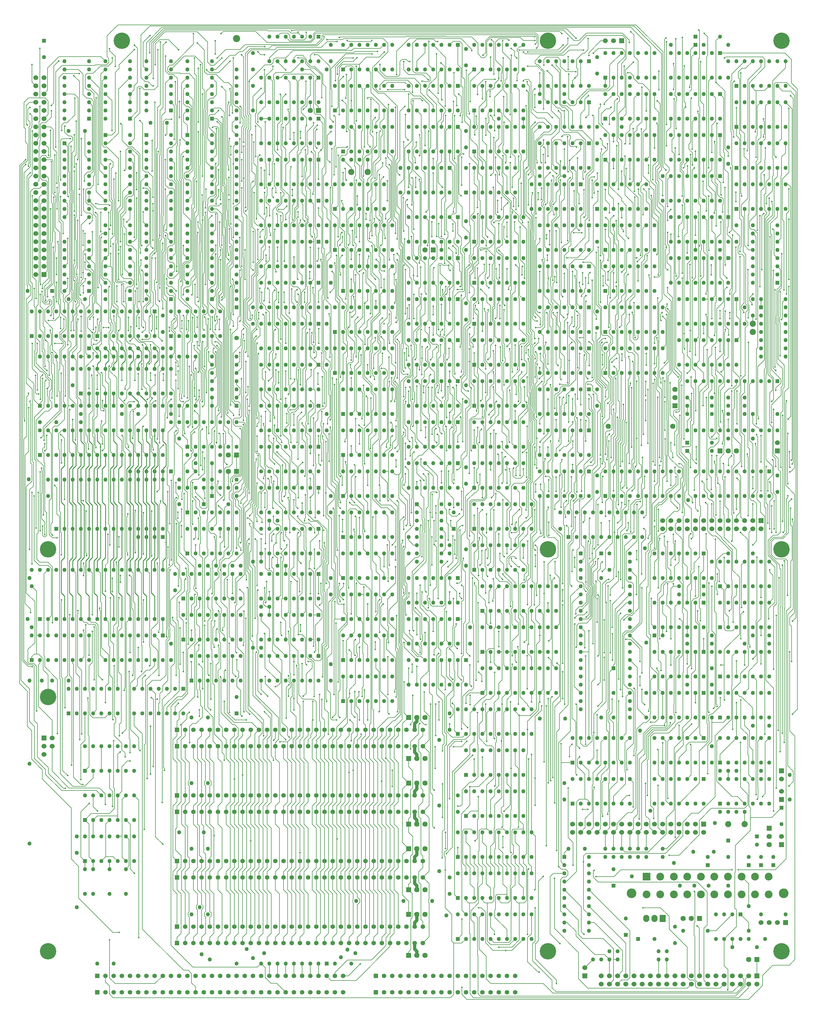
<source format=gbl>
G04*
G04  File:            MAINBOARD-V10.7.0.GBL, Sat Oct 04 01:27:27 2025*
G04  Source:          P-CAD 2006 PCB, Version 19.02.958, (D:\PCAD-2006\Projects\Pentagon-4096\Hardware\MainBoard-v10.7.0.PCB)*
G04  Format:          Gerber Format (RS-274-D), ASCII*
G04*
G04  Format Options:  Absolute Positioning*
G04                   Leading-Zero Suppression*
G04                   Scale Factor 1:1*
G04                   NO Circular Interpolation*
G04                   Inch Units*
G04                   Numeric Format: 4.4 (XXXX.XXXX)*
G04                   G54 NOT Used for Aperture Change*
G04                   Apertures Embedded*
G04*
G04  File Options:    Offset = (0.0mil,0.0mil)*
G04                   Drill Symbol Size = 80.0mil*
G04                   No Pad/Via Holes*
G04*
G04  File Contents:   Pads*
G04                   Vias*
G04                   No Designators*
G04                   No Types*
G04                   No Values*
G04                   No Drill Symbols*
G04                   Bottom*
G04*
%INMAINBOARD-V10.7.0.GBL*%
%ICAS*%
%MOIN*%
G04*
G04  Aperture MACROs for general use --- invoked via D-code assignment *
G04*
G04  General MACRO for flashed round with rotation and/or offset hole *
%AMROTOFFROUND*
1,1,$1,0.0000,0.0000*
1,0,$2,$3,$4*%
G04*
G04  General MACRO for flashed oval (obround) with rotation and/or offset hole *
%AMROTOFFOVAL*
21,1,$1,$2,0.0000,0.0000,$3*
1,1,$4,$5,$6*
1,1,$4,0-$5,0-$6*
1,0,$7,$8,$9*%
G04*
G04  General MACRO for flashed oval (obround) with rotation and no hole *
%AMROTOVALNOHOLE*
21,1,$1,$2,0.0000,0.0000,$3*
1,1,$4,$5,$6*
1,1,$4,0-$5,0-$6*%
G04*
G04  General MACRO for flashed rectangle with rotation and/or offset hole *
%AMROTOFFRECT*
21,1,$1,$2,0.0000,0.0000,$3*
1,0,$4,$5,$6*%
G04*
G04  General MACRO for flashed rectangle with rotation and no hole *
%AMROTRECTNOHOLE*
21,1,$1,$2,0.0000,0.0000,$3*%
G04*
G04  General MACRO for flashed rounded-rectangle *
%AMROUNDRECT*
21,1,$1,$2-$4,0.0000,0.0000,$3*
21,1,$1-$4,$2,0.0000,0.0000,$3*
1,1,$4,$5,$6*
1,1,$4,$7,$8*
1,1,$4,0-$5,0-$6*
1,1,$4,0-$7,0-$8*
1,0,$9,$10,$11*%
G04*
G04  General MACRO for flashed rounded-rectangle with rotation and no hole *
%AMROUNDRECTNOHOLE*
21,1,$1,$2-$4,0.0000,0.0000,$3*
21,1,$1-$4,$2,0.0000,0.0000,$3*
1,1,$4,$5,$6*
1,1,$4,$7,$8*
1,1,$4,0-$5,0-$6*
1,1,$4,0-$7,0-$8*%
G04*
G04  General MACRO for flashed regular polygon *
%AMREGPOLY*
5,1,$1,0.0000,0.0000,$2,$3+$4*
1,0,$5,$6,$7*%
G04*
G04  General MACRO for flashed regular polygon with no hole *
%AMREGPOLYNOHOLE*
5,1,$1,0.0000,0.0000,$2,$3+$4*%
G04*
G04  General MACRO for target *
%AMTARGET*
6,0,0,$1,$2,$3,4,$4,$5,$6*%
G04*
G04  General MACRO for mounting hole *
%AMMTHOLE*
1,1,$1,0,0*
1,0,$2,0,0*
$1=$1-$2*
$1=$1/2*
21,1,$2+$1,$3,0,0,$4*
21,1,$3,$2+$1,0,0,$4*%
G04*
G04*
G04  D10 : "Ellipse X8.0mil Y8.0mil H0.0mil 0.0deg (0.0mil,0.0mil) Draw"*
G04  Disc: OuterDia=0.0080*
%ADD10C, 0.0080*%
G04  D11 : "Ellipse X10.0mil Y10.0mil H0.0mil 0.0deg (0.0mil,0.0mil) Draw"*
G04  Disc: OuterDia=0.0100*
%ADD11C, 0.0100*%
G04  D12 : "Ellipse X15.0mil Y15.0mil H0.0mil 0.0deg (0.0mil,0.0mil) Draw"*
G04  Disc: OuterDia=0.0150*
%ADD12C, 0.0150*%
G04  D13 : "Ellipse X20.0mil Y20.0mil H0.0mil 0.0deg (0.0mil,0.0mil) Draw"*
G04  Disc: OuterDia=0.0200*
%ADD13C, 0.0200*%
G04  D14 : "Ellipse X25.0mil Y25.0mil H0.0mil 0.0deg (0.0mil,0.0mil) Draw"*
G04  Disc: OuterDia=0.0250*
%ADD14C, 0.0250*%
G04  D15 : "Ellipse X30.0mil Y30.0mil H0.0mil 0.0deg (0.0mil,0.0mil) Draw"*
G04  Disc: OuterDia=0.0300*
%ADD15C, 0.0300*%
G04  D16 : "Ellipse X40.0mil Y40.0mil H0.0mil 0.0deg (0.0mil,0.0mil) Draw"*
G04  Disc: OuterDia=0.0400*
%ADD16C, 0.0400*%
G04  D17 : "Ellipse X5.0mil Y5.0mil H0.0mil 0.0deg (0.0mil,0.0mil) Draw"*
G04  Disc: OuterDia=0.0050*
%ADD17C, 0.0050*%
G04  D18 : "Ellipse X6.0mil Y6.0mil H0.0mil 0.0deg (0.0mil,0.0mil) Draw"*
G04  Disc: OuterDia=0.0060*
%ADD18C, 0.0060*%
G04  D19 : "Ellipse X9.8mil Y9.8mil H0.0mil 0.0deg (0.0mil,0.0mil) Draw"*
G04  Disc: OuterDia=0.0098*
%ADD19C, 0.0098*%
G04  D20 : "Ellipse X110.0mil Y110.0mil H0.0mil 0.0deg (0.0mil,0.0mil) Flash"*
G04  Disc: OuterDia=0.1100*
%ADD20C, 0.1100*%
G04  D21 : "Ellipse X200.0mil Y200.0mil H0.0mil 0.0deg (0.0mil,0.0mil) Flash"*
G04  Disc: OuterDia=0.2000*
%ADD21C, 0.2000*%
G04  D22 : "Ellipse X215.0mil Y215.0mil H0.0mil 0.0deg (0.0mil,0.0mil) Flash"*
G04  Disc: OuterDia=0.2150*
%ADD22C, 0.2150*%
G04  D23 : "Ellipse X50.0mil Y50.0mil H0.0mil 0.0deg (0.0mil,0.0mil) Flash"*
G04  Disc: OuterDia=0.0500*
%ADD23C, 0.0500*%
G04  D24 : "Ellipse X56.0mil Y56.0mil H0.0mil 0.0deg (0.0mil,0.0mil) Flash"*
G04  Disc: OuterDia=0.0560*
%ADD24C, 0.0560*%
G04  D25 : "Ellipse X60.0mil Y60.0mil H0.0mil 0.0deg (0.0mil,0.0mil) Flash"*
G04  Disc: OuterDia=0.0600*
%ADD25C, 0.0600*%
G04  D26 : "Ellipse X64.0mil Y64.0mil H0.0mil 0.0deg (0.0mil,0.0mil) Flash"*
G04  Disc: OuterDia=0.0640*
%ADD26C, 0.0640*%
G04  D27 : "Ellipse X65.0mil Y65.0mil H0.0mil 0.0deg (0.0mil,0.0mil) Flash"*
G04  Disc: OuterDia=0.0650*
%ADD27C, 0.0650*%
G04  D28 : "Ellipse X71.0mil Y71.0mil H0.0mil 0.0deg (0.0mil,0.0mil) Flash"*
G04  Disc: OuterDia=0.0710*
%ADD28C, 0.0710*%
G04  D29 : "Ellipse X75.0mil Y75.0mil H0.0mil 0.0deg (0.0mil,0.0mil) Flash"*
G04  Disc: OuterDia=0.0750*
%ADD29C, 0.0750*%
G04  D30 : "Ellipse X79.0mil Y79.0mil H0.0mil 0.0deg (0.0mil,0.0mil) Flash"*
G04  Disc: OuterDia=0.0790*
%ADD30C, 0.0790*%
G04  D31 : "Ellipse X90.0mil Y90.0mil H0.0mil 0.0deg (0.0mil,0.0mil) Flash"*
G04  Disc: OuterDia=0.0900*
%ADD31C, 0.0900*%
G04  D32 : "Ellipse X95.0mil Y95.0mil H0.0mil 0.0deg (0.0mil,0.0mil) Flash"*
G04  Disc: OuterDia=0.0950*
%ADD32C, 0.0950*%
G04  D33 : "Oval X75.0mil Y87.0mil H0.0mil 0.0deg (0.0mil,0.0mil) Flash"*
G04  Obround: DimX=0.0750, DimY=0.0870, Rotation=0.0, OffsetX=0.0000, OffsetY=0.0000, HoleDia=0.0000 *
%ADD33O, 0.0750 X0.0870*%
G04  D34 : "Oval X90.0mil Y102.0mil H0.0mil 0.0deg (0.0mil,0.0mil) Flash"*
G04  Obround: DimX=0.0900, DimY=0.1020, Rotation=0.0, OffsetX=0.0000, OffsetY=0.0000, HoleDia=0.0000 *
%ADD34O, 0.0900 X0.1020*%
G04  D35 : "Rectangle X110.0mil Y110.0mil H0.0mil 0.0deg (0.0mil,0.0mil) Flash"*
G04  Square: Side=0.1100, Rotation=0.0, OffsetX=0.0000, OffsetY=0.0000, HoleDia=0.0000*
%ADD35R, 0.1100 X0.1100*%
G04  D36 : "Rectangle X50.0mil Y50.0mil H0.0mil 0.0deg (0.0mil,0.0mil) Flash"*
G04  Square: Side=0.0500, Rotation=0.0, OffsetX=0.0000, OffsetY=0.0000, HoleDia=0.0000*
%ADD36R, 0.0500 X0.0500*%
G04  D37 : "Rectangle X56.0mil Y56.0mil H0.0mil 0.0deg (0.0mil,0.0mil) Flash"*
G04  Square: Side=0.0560, Rotation=0.0, OffsetX=0.0000, OffsetY=0.0000, HoleDia=0.0000*
%ADD37R, 0.0560 X0.0560*%
G04  D38 : "Rectangle X60.0mil Y60.0mil H0.0mil 0.0deg (0.0mil,0.0mil) Flash"*
G04  Square: Side=0.0600, Rotation=0.0, OffsetX=0.0000, OffsetY=0.0000, HoleDia=0.0000*
%ADD38R, 0.0600 X0.0600*%
G04  D39 : "Rectangle X64.0mil Y64.0mil H0.0mil 0.0deg (0.0mil,0.0mil) Flash"*
G04  Square: Side=0.0640, Rotation=0.0, OffsetX=0.0000, OffsetY=0.0000, HoleDia=0.0000*
%ADD39R, 0.0640 X0.0640*%
G04  D40 : "Rectangle X65.0mil Y65.0mil H0.0mil 0.0deg (0.0mil,0.0mil) Flash"*
G04  Square: Side=0.0650, Rotation=0.0, OffsetX=0.0000, OffsetY=0.0000, HoleDia=0.0000*
%ADD40R, 0.0650 X0.0650*%
G04  D41 : "Rectangle X71.0mil Y71.0mil H0.0mil 0.0deg (0.0mil,0.0mil) Flash"*
G04  Square: Side=0.0710, Rotation=0.0, OffsetX=0.0000, OffsetY=0.0000, HoleDia=0.0000*
%ADD41R, 0.0710 X0.0710*%
G04  D42 : "Rectangle X75.0mil Y75.0mil H0.0mil 0.0deg (0.0mil,0.0mil) Flash"*
G04  Square: Side=0.0750, Rotation=0.0, OffsetX=0.0000, OffsetY=0.0000, HoleDia=0.0000*
%ADD42R, 0.0750 X0.0750*%
G04  D43 : "Rectangle X75.0mil Y87.0mil H0.0mil 0.0deg (0.0mil,0.0mil) Flash"*
G04  Rectangular: DimX=0.0750, DimY=0.0870, Rotation=0.0, OffsetX=0.0000, OffsetY=0.0000, HoleDia=0.0000 *
%ADD43R, 0.0750 X0.0870*%
G04  D44 : "Rectangle X79.0mil Y79.0mil H0.0mil 0.0deg (0.0mil,0.0mil) Flash"*
G04  Square: Side=0.0790, Rotation=0.0, OffsetX=0.0000, OffsetY=0.0000, HoleDia=0.0000*
%ADD44R, 0.0790 X0.0790*%
G04  D45 : "Rectangle X90.0mil Y102.0mil H0.0mil 0.0deg (0.0mil,0.0mil) Flash"*
G04  Rectangular: DimX=0.0900, DimY=0.1020, Rotation=0.0, OffsetX=0.0000, OffsetY=0.0000, HoleDia=0.0000 *
%ADD45R, 0.0900 X0.1020*%
G04  D46 : "Rectangle X95.0mil Y95.0mil H0.0mil 0.0deg (0.0mil,0.0mil) Flash"*
G04  Square: Side=0.0950, Rotation=0.0, OffsetX=0.0000, OffsetY=0.0000, HoleDia=0.0000*
%ADD46R, 0.0950 X0.0950*%
G04  D47 : "Ellipse X102.0mil Y102.0mil H0.0mil 0.0deg (0.0mil,0.0mil) Flash"*
G04  Disc: OuterDia=0.1020*
%ADD47C, 0.1020*%
G04  D48 : "Ellipse X118.0mil Y118.0mil H0.0mil 0.0deg (0.0mil,0.0mil) Flash"*
G04  Disc: OuterDia=0.1180*
%ADD48C, 0.1180*%
G04  D49 : "Ellipse X133.0mil Y133.0mil H0.0mil 0.0deg (0.0mil,0.0mil) Flash"*
G04  Disc: OuterDia=0.1330*
%ADD49C, 0.1330*%
G04  D50 : "Ellipse X20.0mil Y20.0mil H0.0mil 0.0deg (0.0mil,0.0mil) Flash"*
G04  Disc: OuterDia=0.0200*
%ADD50C, 0.0200*%
G04  D51 : "Ellipse X35.0mil Y35.0mil H0.0mil 0.0deg (0.0mil,0.0mil) Flash"*
G04  Disc: OuterDia=0.0350*
%ADD51C, 0.0350*%
G04  D52 : "Ellipse X55.0mil Y55.0mil H0.0mil 0.0deg (0.0mil,0.0mil) Flash"*
G04  Disc: OuterDia=0.0550*
%ADD52C, 0.0550*%
G04  D53 : "Ellipse X70.0mil Y70.0mil H0.0mil 0.0deg (0.0mil,0.0mil) Flash"*
G04  Disc: OuterDia=0.0700*
%ADD53C, 0.0700*%
G04  D54 : "Ellipse X87.0mil Y87.0mil H0.0mil 0.0deg (0.0mil,0.0mil) Flash"*
G04  Disc: OuterDia=0.0870*
%ADD54C, 0.0870*%
G04*
%FSLAX44Y44*%
%SFA1B1*%
%OFA0.0000B0.0000*%
G04*
G70*
G90*
G01*
D2*
%LNBottom*%
D10*
X100720Y139520*
X101760Y138480D1*
X100560Y139120D2*
X101480Y138200D1*
X101600Y141440D2*
X101040Y142000D1*
X101560Y141720D2*
Y143280D1*
X101680Y141600D2*
X101560Y141720D1*
X101600Y141200D2*
X100880Y141920D1*
X101200Y148880D2*
X101880Y148199D1*
X101880Y148199*
Y147800*
X101640Y167440D2*
X101200Y167000D1*
X101040Y168920D2*
X101400Y169280D1*
X101800Y173320D2*
Y173560D1*
X101880Y173240D2*
X101800Y173320D1*
X101160Y171400D2*
Y171160D1*
X101080Y171480D2*
X101160Y171400D1*
X101600Y174280D2*
Y174520D1*
X101400Y174080D2*
X101600Y174280D1*
X101880Y187600D2*
Y186480D1*
X101640Y187840D2*
X101880Y187600D1*
X101500Y187620D2*
Y187000D1*
X101440Y187680D2*
X101500Y187620D1*
X101600Y202440D2*
Y202200D1*
X101680Y202520D2*
X101600Y202440D1*
X100880Y202040D2*
X101280Y202440D1*
Y203000D2*
X100560Y202280D1*
X101480Y201800D2*
X101080Y201400D1*
X101520Y201800D2*
X101480D1*
X101840Y202120D2*
X101520Y201800D1*
X101200Y202680D2*
X100720Y202200D1*
X101320Y202680D2*
X101200D1*
X101520Y202880D2*
X101320Y202680D1*
X101240Y205160D2*
X101520Y204880D1*
X101080Y206920D2*
X101240Y206760D1*
Y205160*
X101360Y209600D2*
Y207360D1*
X101480Y207240*
X101800Y209360D2*
X101760D1*
X101560Y207840D2*
X101800Y207600D1*
Y207080*
X101760Y209360D2*
X101560Y209160D1*
Y207840*
X104040Y128200D2*
Y128880D1*
X103320Y128600D2*
Y127480D1*
X103720Y128640D2*
Y128040D1*
X102720Y134240D2*
X102320Y134640D1*
X104500Y134676D2*
Y132500D1*
X104000Y140200D2*
X103400Y140800D1*
X102600Y142720D2*
X102320D1*
X102840D2*
X102600D1*
X103400Y142160D2*
X102840Y142720D1*
X102320Y141280D2*
X102160Y141440D1*
X102600Y141240D2*
X102240Y141600D1*
X103000D2*
Y142000D1*
X102856Y141456D2*
X103000Y141600D1*
X103600Y142400D2*
X103520Y142480D1*
X103600Y141200D2*
Y142400D1*
X102600Y145000D2*
X103000D1*
X102940Y153540D2*
X102320Y154160D1*
X104020Y153540D2*
X102940D1*
X104400Y153160D2*
X104020Y153540D1*
X102640Y154280D2*
X103000Y153920D1*
X104000*
X104560Y153360*
Y158760D2*
X104360Y158560D1*
X103680Y157040D2*
X103840Y157200D1*
X103520Y157040D2*
X103680D1*
X103360Y157200D2*
X103520Y157040D1*
X103360Y158320D2*
Y157200D1*
X104560Y156880D2*
X104160Y157280D1*
X103600D2*
Y158840D1*
X102800Y157520D2*
X102640Y157360D1*
X104360Y158560D2*
Y157440D1*
X104560Y157240*
X103840Y159960D2*
X103600Y160200D1*
X104160Y161440D2*
X104400Y161680D1*
X103200Y162280D2*
X103280Y162360D1*
X102360Y166480D2*
X102560Y166280D1*
Y166560D2*
X103440Y165680D1*
X102080Y166240D2*
X102240Y166080D1*
X103200Y165160D2*
Y165400D1*
X103280Y165080D2*
X103200Y165160D1*
X103840Y167720D2*
X103600Y167480D1*
X103360Y167360D2*
Y167760D1*
X103520Y167200D2*
X103360Y167360D1*
X103520Y166080D2*
Y167200D1*
X103600Y166000D2*
X103520Y166080D1*
X103400Y169320D2*
X103160Y169080D1*
X104400Y169600D2*
X104000Y170000D1*
X104800Y170520D2*
X104560Y170280D1*
X103400Y170400D2*
Y169320D1*
X103560Y168840D2*
X103520Y168800D1*
X103560Y170200D2*
Y168840D1*
X102280Y173720D2*
X103000Y173000D1*
X104200Y173680D2*
X104480Y173400D1*
Y172760*
X104040Y172320*
X103000Y173280D2*
X103360Y173640D1*
X103000Y173000D2*
Y173280D1*
X103600Y173440D2*
X103520Y173360D1*
Y172760*
X102360Y171600*
X103640Y172320D2*
X102560Y171240D1*
X104040Y172320D2*
X103640D1*
X102600Y174440D2*
X102840D1*
X102480Y174560D2*
X102600Y174440D1*
X102480Y176680D2*
Y174560D1*
X103920Y174240D2*
Y175080D1*
X104000Y174160D2*
X103920Y174240D1*
X104400Y175000D2*
X104200Y174800D1*
X104560Y174720D2*
X104480Y174640D1*
X104560Y176800D2*
Y174720D1*
X103080Y176480D2*
X103360Y176760D1*
X104160Y175320D2*
X103920Y175080D1*
X103760Y176080D2*
X103600Y175920D1*
X103920Y176840D2*
Y176600D1*
X104400Y176120*
Y175000*
X103720Y176760D2*
Y176520D1*
X104160Y176080*
Y175320*
X102720Y176880D2*
Y174920D1*
X104000Y178440D2*
X104160Y178280D1*
X104000Y179000D2*
Y178440D1*
X102440Y179680D2*
X102360Y179600D1*
Y177920*
X103160Y177120*
X102680Y179480D2*
X102560Y179360D1*
Y178200*
X103640Y178040D2*
X103600Y178080D1*
X103640Y177800D2*
Y178040D1*
X104600Y179400D2*
X104480Y179480D1*
X104600Y179400D2*
Y178240D1*
X104240Y179400D2*
X104400Y179240D1*
X104600Y178240D2*
X104820Y178020D1*
X103400Y177680D2*
X103560Y177520D1*
X103640*
X103880Y177280*
X103160Y177120D2*
X103360D1*
X103280Y179640D2*
X103400Y179520D1*
Y177680*
X103600Y179760D2*
X103480Y179880D1*
X103600Y178080D2*
Y179760D1*
X103000Y180800D2*
X102600Y181200D1*
X103000Y182320D2*
X103400Y181920D1*
X103600Y182520D2*
X103400Y182720D1*
X104400Y180440D2*
X104240Y180280D1*
X104000Y180720D2*
X103720Y181000D1*
X103400Y181920D2*
Y181320D1*
X103280Y181200*
X103480Y181080D2*
X103600Y181200D1*
Y182520*
X104280Y181880D2*
X104400Y181760D1*
X104280Y182200D2*
Y181880D1*
X104400Y181760D2*
Y180440D1*
X103640Y185600D2*
X103480Y185760D1*
X103800Y185600D2*
X103640D1*
X104120Y185920D2*
X103800Y185600D1*
X104280Y185920D2*
X104120D1*
X104440Y185760D2*
X104280Y185920D1*
X104440Y185400D2*
Y185760D1*
X104280Y185240D2*
X104440Y185400D1*
X104200Y185240D2*
X104280D1*
X103600Y184640D2*
X104200Y185240D1*
X103600Y183400D2*
Y184640D1*
X104640Y185160D2*
X104400Y184920D1*
X102600Y185120D2*
X102800Y185320D1*
X102320Y185120D2*
X102440Y185000D1*
X104200Y185400D2*
Y185680D1*
X103600Y185400D2*
X104200D1*
X103280Y185720D2*
X103600Y185400D1*
X104600Y184760D2*
X104800Y184960D1*
X103400Y184760D2*
X103040Y185120D1*
X104680Y184240D2*
X104600Y184320D1*
Y184760*
X104680Y183640D2*
Y184240D1*
X104400Y184040D2*
X104360Y184000D1*
X104400Y184920D2*
Y184040D1*
X104040Y183400D2*
X104840D1*
X103720Y187200D2*
X104400Y187880D1*
X103560Y187520D2*
X104240Y188200D1*
X103560Y186440D2*
Y187520D1*
X103480Y186360D2*
X103560Y186440D1*
X102800Y187960D2*
X102920Y188080D1*
X104080Y188520D2*
X103320Y187760D1*
Y187280*
X102560Y188280D2*
X102080Y188760D1*
X102560Y186080D2*
Y188280D1*
X103960Y187200D2*
X104640Y187880D1*
X103960Y186280D2*
Y187200D1*
X104880Y187520D2*
X104800Y187600D1*
X104880Y186120D2*
Y187520D1*
X104800Y186040D2*
X104880Y186120D1*
X104800Y191680D2*
X104880Y191760D1*
X104400Y192840D2*
X104560Y193000D1*
X104240Y193080D2*
X104320Y193160D1*
X104880Y194120D2*
X104720Y194280D1*
X104560Y197640D2*
X104400Y197800D1*
X102920Y198420D2*
X103500Y199000D1*
Y200000D2*
X102980Y199480D1*
X102240*
X103720Y200480D2*
X103920Y200280D1*
X103080Y200760D2*
X103360Y200480D1*
X103720*
X102920Y200420D2*
X102500Y200000D1*
X103500Y203000D2*
X104500D1*
X104620Y202880*
X103320Y203520D2*
X103080Y203280D1*
X104320Y203360D2*
X104200Y203240D1*
X103960*
X103680Y203520*
X103320*
X104640Y206680D2*
Y204320D1*
X103000Y204760D2*
X102920Y204680D1*
Y205680D2*
X102730Y205490D1*
Y205230*
X102500Y205000*
X103080Y205440D2*
X103000Y205360D1*
Y204760*
X104080Y204420D2*
X103500Y205000D1*
X103000Y209480D2*
Y207680D1*
X102920Y207600*
X103240Y207480D2*
X103080Y207320D1*
X103720Y207480D2*
X103240D1*
X104400Y208960D2*
Y208160D1*
X103720Y207480*
X104000Y208500D2*
X103500Y208000D1*
X104720Y209920D2*
X104400Y209600D1*
X102500Y209000D2*
X102400D1*
X103500Y211000D2*
X103960Y211460D1*
X102040Y212460D2*
X102500Y212000D1*
X103000Y210520D2*
X103640D1*
X104000Y210160*
X105760Y128560D2*
X106400Y127920D1*
X106120Y126360D2*
X105880D1*
X105500Y128140D2*
X107040Y126600D1*
X106880Y129440D2*
X106920Y129480D1*
X106880Y129200D2*
Y129440D1*
X106920Y139800D2*
X106600Y140120D1*
X107400Y140400D2*
X107880Y139920D1*
X106080Y139800D2*
X106400Y140120D1*
X105600Y139960D2*
X105760Y139800D1*
X105400D2*
X105500Y139700D1*
X107000Y142000D2*
Y141600D1*
X107120Y141480*
X106600Y147120D2*
X106640Y147160D1*
X105640Y149080D2*
X105600Y149040D1*
X105640Y149320D2*
Y149080D1*
X107640Y147640D2*
X107600Y147600D1*
X107640Y148040D2*
Y147640D1*
X106640Y147160D2*
Y147520D1*
D2*
D11*
X106600Y154100*
X107000Y154500D1*
X105600Y154100D2*
X106000Y154500D1*
X107000Y154100D2*
X107400Y154500D1*
D2*
D10*
X105640Y157520*
X105560Y157600D1*
D2*
D11*
X106600Y161250*
X107000Y160850D1*
X105600Y161250D2*
X106000Y160850D1*
X107400D2*
X107000Y161250D1*
D2*
D10*
X105560Y160000*
X105400Y160160D1*
X105080Y159800D2*
X105400Y159480D1*
X105640Y166280D2*
X105600Y166320D1*
X105640Y166040D2*
Y166280D1*
D2*
D11*
X107000Y165700*
X106600Y165300D1*
X107000Y167000D2*
Y165700D1*
D2*
D10*
Y167000*
X106600Y167400D1*
D2*
D11*
X106000Y165700*
X105600Y165300D1*
X106000Y167000D2*
Y165700D1*
X107400D2*
X107000Y165300D1*
D2*
D10*
X105400Y167640*
X105280Y167760D1*
X105640Y168600D2*
Y168840D1*
X105600Y168560D2*
X105640Y168600D1*
X107400Y169120D2*
X107360Y169080D1*
Y168840*
D2*
D11*
X107000Y168700*
X107400Y168300D1*
X107000Y170000D2*
Y168700D1*
D2*
D10*
X106000Y169040*
X105560Y169480D1*
X105680Y170000D2*
X106000D1*
X105280Y169600D2*
X105680Y170000D1*
X106600Y172320D2*
X106640Y172360D1*
X105880Y173520D2*
X106000Y173400D1*
Y173000*
X107000D2*
X106440D1*
X106640Y172360D2*
Y172520D1*
X106000Y173000D2*
Y171320D1*
X106440Y172840D2*
Y173000D1*
X106400Y172800D2*
X106440Y172840D1*
X105320Y174800D2*
X105440Y174680D1*
X107440Y178560D2*
X107000Y179000D1*
Y179480*
X106000Y178600D2*
X106120Y178480D1*
X106000Y179000D2*
Y178600D1*
X105600Y178120D2*
X105880Y177840D1*
X105440Y177480D2*
X105320Y177360D1*
X105440Y179840D2*
Y177480D1*
X105600Y179680D2*
Y178120D1*
X106800Y180720D2*
Y180240D1*
X106560Y180960D2*
X106800Y180720D1*
X105440Y181200D2*
X105960Y180680D1*
Y182440D2*
X105440Y181920D1*
Y181200*
X106200Y182360D2*
X105600Y181760D1*
Y181280*
X106160Y180720*
X105960Y180680D2*
Y180360D1*
X106160Y180720D2*
Y180240D1*
X107800Y185200D2*
X107560Y184960D1*
Y184000*
X107400Y183840*
X107640Y183320D2*
Y183560D1*
X107560Y183240D2*
X107640Y183320D1*
X107400Y184200D2*
X107160Y183960D1*
X107400Y185320D2*
Y184200D1*
X107600Y185520D2*
X107400Y185320D1*
X105560Y185920D2*
Y184320D1*
X106200Y183680*
X106920Y185840D2*
X106560Y185480D1*
X105400Y185280D2*
X105280Y185400D1*
X106080Y185840D2*
X106400Y185520D1*
X105880Y185680D2*
X106000Y185560D1*
Y184500*
X107000Y183360D2*
X106800Y183160D1*
X107000Y184500D2*
Y183360D1*
Y184880D2*
X107080Y184960D1*
X107000Y184500D2*
Y184880D1*
X107240Y185800D2*
X107360Y185680D1*
X107600Y185800D2*
Y185520D1*
X107800Y185880D2*
Y185200D1*
X105400Y183960D2*
Y185280D1*
X106000Y187000D2*
X106400Y187400D1*
X107120Y188320D2*
X107200Y188240D1*
X107520Y188760D2*
X107600Y188680D1*
X107280Y188640D2*
X107440Y188480D1*
X106400Y186480D2*
X106080Y186160D1*
X106440Y186480D2*
X106400D1*
X106640Y186680D2*
X106440Y186480D1*
X105600Y186840D2*
X105880Y186560D1*
X107080Y187000D2*
X106960Y187120D1*
X107440Y188480D2*
Y188120D1*
X107240Y187920*
X107600Y188680D2*
Y188040D1*
X106800Y186880D2*
X106920Y186760D1*
X107400Y187840D2*
X107600Y188040D1*
X107560Y187760D2*
Y186120D1*
X107800Y188000D2*
X107560Y187760D1*
X107720Y187680D2*
Y186240D1*
X107880Y187560D2*
Y186560D1*
X106400Y187400D2*
Y188520D1*
X107200Y190280D2*
X107120Y190200D1*
X107200Y190720D2*
Y190280D1*
X106000Y190000D2*
X106400Y190400D1*
X107520Y189680D2*
X107600Y189760D1*
X107520Y189040D2*
Y189680D1*
X107440Y190000D2*
X107280Y189840D1*
X107360Y193240D2*
X107440Y193160D1*
X105200Y192760D2*
Y193000D1*
X105280Y192680D2*
X105200Y192760D1*
X105840Y195400D2*
X105560Y195680D1*
X107440Y196040D2*
X107360Y195960D1*
X106400Y196400D2*
Y197600D1*
X106000Y196000D2*
X106400Y196400D1*
X105360Y195480D2*
X105600Y195240D1*
X105360Y197880D2*
Y195480D1*
X106960Y197680D2*
X107040Y197760D1*
X106880Y197920D2*
X106800Y197840D1*
X105560Y198440D2*
X105520Y198480D1*
X105360Y198920D2*
X105280Y198840D1*
X107040Y199200D2*
X106960Y199280D1*
X106800Y199160D2*
X106880Y199080D1*
X106400Y198560D2*
X106480Y198480D1*
X106640Y198960D2*
X106720Y198880D1*
Y198080*
X105280Y200320D2*
X105360Y200240D1*
Y198920*
X107440Y203600D2*
X107200Y203360D1*
X107680Y203080D2*
X107600Y203000D1*
X106560Y201560D2*
X106640Y201480D1*
X107200Y203360D2*
Y202080D1*
X106400Y204600D2*
X106000Y205000D1*
X107200Y204080D2*
Y206040D1*
X105760Y205560D2*
X105560Y205360D1*
X106000Y206360D2*
X106480Y205880D1*
X106720Y205560D2*
X105760D1*
X106480Y205880D2*
X106800D1*
X107000Y205680D2*
Y205360D1*
X106560Y204920*
X106800Y205880D2*
X107000Y205680D1*
X106320Y207480D2*
X107280Y208440D1*
X105680Y207200D2*
X105960Y207480D1*
X106320*
X107200Y211000D2*
X107680Y210520D1*
X106000Y211000D2*
X107200D1*
X106000Y214000D2*
X107720D1*
X105800Y213480D2*
X105360Y213040D1*
X107800Y213480D2*
X105800D1*
X109020Y117980D2*
X109500Y117500D1*
Y122500D2*
Y120500D1*
X108500Y122500D2*
X109020Y121980D1*
X109520Y125480D2*
X109500Y125500D1*
X109520Y124120D2*
Y125480D1*
X110040Y123600D2*
X109520Y124120D1*
X108480Y126600D2*
X109500Y127620D1*
Y128500*
X108920Y132800D2*
X109000Y132720D1*
X109880Y135880D2*
X109500Y135500D1*
X108880Y136960D2*
X108920Y136920D1*
X108880Y137360D2*
Y136960D1*
X108500Y138500D2*
X108600Y138600D1*
X110120Y140120D2*
X110640Y139600D1*
X109120Y138040D2*
X109000Y138160D1*
Y141280D2*
X109400Y141680D1*
X109680Y146360D2*
X109880Y146160D1*
X108360Y145400D2*
X108400Y145360D1*
X108360Y145640D2*
Y145400D1*
X108680Y146600D2*
X108920Y146360D1*
X108400Y146600D2*
X108680D1*
X108920Y146360D2*
X109680D1*
X109000Y146880D2*
X109280Y146600D1*
X109800*
X110120Y146280*
X110400Y149120D2*
X110560Y148960D1*
X110320Y148080D2*
X110400Y148000D1*
X110320Y148320D2*
Y148080D1*
X108360Y152520D2*
X108400Y152560D1*
X108360Y152280D2*
Y152520D1*
X108720Y154960D2*
X108600Y155080D1*
X108720Y154720D2*
Y154960D1*
D2*
D11*
X109600Y154100*
X110000Y154500D1*
X108600Y154100D2*
X109000Y154500D1*
Y154100D2*
X109400Y154500D1*
X110000Y154100D2*
X110400Y154500D1*
D2*
D10*
X108360Y153560*
Y153800D1*
X108400Y153520D2*
X108360Y153560D1*
X108600Y160040D2*
X108640Y160080D1*
D2*
D11*
X109600Y161250*
X110000Y160850D1*
X108600Y161250D2*
X109000Y160850D1*
X109400D2*
X109000Y161250D1*
X110400Y160850D2*
X110000Y161250D1*
D2*
D10*
X108640Y160080*
Y160160D1*
D2*
D11*
X110000Y165700*
X109600Y165300D1*
X110000Y167000D2*
Y165700D1*
D2*
D10*
Y167000*
X109600Y167400D1*
D2*
D11*
X109000Y165700*
X108600Y165300D1*
X109000Y167000D2*
Y165700D1*
X109400D2*
X109000Y165300D1*
X110000D2*
X110400Y165700D1*
D2*
D10*
X108640Y167360*
X109000Y167000D1*
X110640Y167520D2*
X110880Y167760D1*
X109600Y169120D2*
X109440Y169280D1*
D2*
D11*
X109000Y168700*
X109400Y168300D1*
X109000Y170000D2*
Y168700D1*
X110000D2*
Y170000D1*
X110400Y168300D2*
X110000Y168700D1*
D2*
D10*
X110440Y170760*
X110560Y170880D1*
X110440Y169280D2*
Y170760D1*
X110640Y169080D2*
X110440Y169280D1*
X110640Y168360D2*
Y169080D1*
X110600Y169640D2*
Y170480D1*
X110880Y169360D2*
X110600Y169640D1*
X109760Y168200D2*
X109840Y168120D1*
X109760Y169440D2*
Y168200D1*
X109600Y169600D2*
X109760Y169440D1*
X108600Y169480D2*
X108800Y169280D1*
Y168520*
X108960Y168360*
X108400Y168600D2*
X108640Y168360D1*
X109440Y171600D2*
X109600Y171760D1*
X109000Y171960D2*
X109400Y172360D1*
X110640Y173400D2*
Y173640D1*
X110600Y173360D2*
X110640Y173400D1*
X110600Y172825D2*
Y173360D1*
X110800Y172625D2*
X110600Y172825D1*
X110935Y172625D2*
X110800D1*
X110560Y172400D2*
X110800D1*
X110400Y172560D2*
X110560Y172400D1*
X110000Y171720D2*
X109600Y171320D1*
X110000Y173000D2*
Y171720D1*
X109360Y176480D2*
Y176720D1*
X109400Y176440D2*
X109360Y176480D1*
X110000Y176720D2*
Y175000D1*
X110640Y175520D2*
Y176920D1*
X110000Y179000D2*
Y179400D1*
X109000Y179000D2*
X108600Y179400D1*
D2*
D11*
X110000Y178100*
Y177500D1*
X110400Y178500D2*
X110000Y178100D1*
X110400Y179600D2*
Y178500D1*
D2*
D10*
X109600Y177760*
X109520Y177840D1*
X110000Y177500D2*
Y177160D1*
X109520Y179440D2*
Y178680D1*
X108600Y177760*
X110280Y182080D2*
X110400Y181960D1*
X110560Y182120D2*
X110480Y182200D1*
X110560Y180560D2*
Y182120D1*
X110120Y182040D2*
Y182840D1*
X110000Y181920D2*
X110120Y182040D1*
X110000Y181500D2*
Y181920D1*
X109840Y182055D2*
Y182560D1*
X109625Y181840D2*
X109840Y182055D1*
X109625Y181095D2*
Y181840D1*
X109400Y181200D2*
Y181920D1*
X109280Y181080D2*
X109400Y181200D1*
X109280Y180440D2*
Y181080D1*
X109400Y180320D2*
X109280Y180440D1*
X110400Y180920D2*
X109960Y180480D1*
X109560*
X110400Y181960D2*
Y180920D1*
X109960Y180960D2*
X109760D1*
X109625Y181095*
X108840Y182480D2*
X109400Y181920D1*
X108600Y184800D2*
X109080Y185280D1*
X108040Y185600D2*
X108400Y185240D1*
X109880Y185600D2*
X110400Y185080D1*
X108040Y185920D2*
Y185600D1*
X110400Y185080D2*
Y183280D1*
X110280Y183160*
X110000Y183480D2*
X110080Y183560D1*
X109560Y184120D2*
X109120Y183680D1*
Y183560*
X109560Y185400D2*
Y184120D1*
X109720Y185560D2*
X109560Y185400D1*
X109400Y184280D2*
X108840Y183720D1*
X109560Y186400D2*
X109400Y186240D1*
X109080Y186320D2*
X109400Y186640D1*
X108280Y188480D2*
X108040Y188240D1*
X108320Y187640D2*
Y186760D1*
X110560Y187640D2*
X110280Y187920D1*
X108040Y188240D2*
Y188000D1*
X110080Y187440D2*
X110120Y187400D1*
X108560Y188480D2*
Y188240D1*
X110860Y188460D2*
X110600Y188720D1*
X109000Y190000D2*
X109560Y189440D1*
X108720Y189560D2*
X108520Y189760D1*
X109000Y189560D2*
X108720D1*
X109400Y189160D2*
X109000Y189560D1*
X108280Y189240D2*
Y191760D1*
X109400Y191400D2*
X109000Y191000D1*
X109720Y190280*
X109000Y190000D2*
Y190360D1*
X108600Y190760*
X108520Y189760D2*
Y190480D1*
X108600Y191400D2*
X108520Y191480D1*
X108600Y191400D2*
Y190760D1*
X110280Y193680D2*
X110600Y194000D1*
X108280Y192560D2*
Y194320D1*
X110520Y193520D2*
X110440Y193440D1*
X109000Y196000D2*
X108040Y195040D1*
X110080Y197640D2*
X109840D1*
X109440Y195560D2*
X109080Y195200D1*
X109800Y196560D2*
X110080Y196280D1*
X109440Y196200D2*
Y195560D1*
X108600Y197800D2*
X108920Y197480D1*
X109160*
X109500Y197140D2*
Y196420D1*
X109880Y196040*
X109160Y197480D2*
X109500Y197140D1*
X108680Y196480D2*
X109160D1*
X108360Y196800D2*
X108680Y196480D1*
X109160D2*
X109440Y196200D1*
X110200Y197520D2*
X110080Y197640D1*
X109560Y200920D2*
Y199880D1*
X109180Y199500*
X108820*
X108600Y199280*
X108500Y203500D2*
X109000Y203000D1*
X109120Y201480D2*
X109400Y201760D1*
X108840Y201480D2*
X109120D1*
X108440Y201080D2*
X108840Y201480D1*
X110600Y204760D2*
X110840Y204520D1*
X110120Y210880D2*
X109000Y212000D1*
X108560Y211760D2*
X108840Y211480D1*
X109160*
X109600Y211040*
Y210400D2*
X109720Y210280D1*
X109600Y211040D2*
Y210400D1*
X109200Y210480D2*
X109560Y210120D1*
X108720Y210480D2*
X109200D1*
X108280Y210920D2*
X108720Y210480D1*
X108800Y213520D2*
X108560Y213280D1*
X110400Y214400D2*
X109520Y213520D1*
X108800*
X109760Y214480D2*
X109840Y214560D1*
X111960Y100840D2*
X111500Y101300D1*
X111520Y103240D2*
X112200Y102560D1*
X111920Y108800D2*
X112680D1*
X113500Y116500D2*
X113880Y116880D1*
X111960Y118040D2*
X112500Y117500D1*
X113040Y117960D2*
X113500Y117500D1*
X111960Y118040D2*
X111040D1*
X113880Y120120D2*
X113500Y120500D1*
X112520Y120520D2*
X112500Y120500D1*
X113040Y120520D2*
X112520D1*
X111500Y122500D2*
X111040Y122040D1*
X111520Y123280D2*
X112120Y123880D1*
X113500Y125500D2*
X113040Y125040D1*
X112520Y128480D2*
X112500Y128500D1*
X111500Y126380D2*
Y128500D1*
X112120Y126320D2*
X112000Y126440D1*
X112800Y130800D2*
X112520Y130520D1*
X113400Y130680D2*
Y130200D1*
X113020Y131060D2*
X113400Y130680D1*
X113020Y131860D2*
Y131060D1*
X113560Y133560D2*
X113080Y133080D1*
X112720Y134160D2*
Y132760D1*
X112960Y134400D2*
X112720Y134160D1*
X111880Y134800D2*
X111960Y134720D1*
X112280Y134440D2*
X112080Y134240D1*
Y132800*
X112600Y140520D2*
X112960Y140160D1*
X111560D2*
X111880Y139840D1*
X113320Y138520D2*
Y138280D1*
X113400Y138600D2*
X113320Y138520D1*
X112440Y138560D2*
X112500Y138500D1*
X111400Y143760D2*
X111560Y143600D1*
X113000Y145920D2*
X112600Y145520D1*
X112000Y146160D2*
Y145000D1*
X112400Y146560D2*
X112000Y146160D1*
X112600Y146120D2*
X112440Y145960D1*
X112640Y149360D2*
X112600Y149320D1*
X112640Y149600D2*
Y149360D1*
X111840Y151960D2*
Y150320D1*
X112840Y152280D2*
Y151480D1*
D2*
D11*
X112600Y154100*
X113000Y154500D1*
X111600Y154100D2*
X112000Y154500D1*
X112400D2*
X112000Y154100D1*
D2*
D10*
X112360Y153680*
X112400Y153640D1*
X112360Y153920D2*
Y153680D1*
X113720Y155080D2*
X113600Y155200D1*
X113720Y154840D2*
Y155080D1*
X111560Y158360D2*
Y156040D1*
X111400Y158520D2*
X111560Y158360D1*
D2*
D11*
X112600Y161250*
X113000Y160850D1*
X111600Y161250D2*
X112000Y160850D1*
Y161250D2*
X112400Y160850D1*
D2*
D10*
X113760Y159600*
Y159840D1*
X113600Y159440D2*
X113760Y159600D1*
D2*
D11*
X113000Y165700*
X112600Y165300D1*
X113000Y167000D2*
Y165700D1*
X112000D2*
X111600Y165300D1*
X112000Y167000D2*
Y165700D1*
D2*
D10*
Y167000*
X111600Y167400D1*
D2*
D11*
X112400Y165700*
X112000Y165300D1*
D2*
D10*
X113180Y167540*
X113400Y167320D1*
X113000Y168720D2*
X112400Y169320D1*
D2*
D11*
X112000Y168700*
X112400Y168300D1*
X112000Y170000D2*
Y168700D1*
D2*
D10*
X113800Y168200*
X113600Y168400D1*
X113040Y169360D2*
X113180Y169220D1*
X113625Y173945D2*
X113320Y173640D1*
X113600Y173200D2*
X113880Y173480D1*
X111600Y176200D2*
X111400Y176400D1*
X113400Y175400D2*
X113600Y175600D1*
X113400Y175040D2*
Y175400D1*
X112600Y179000D2*
X113000D1*
D2*
D11*
X111400Y178500*
Y179600D1*
X112000Y178100D2*
Y177500D1*
X112400Y178500D2*
X112000Y178100D1*
X112400Y179600D2*
Y178500D1*
X113400D2*
Y179600D1*
X113000Y178100D2*
X113400Y178500D1*
X113000Y177500D2*
Y178100D1*
D2*
D10*
X111600Y179400*
X112000Y179000D1*
X113600Y179760D2*
X113500Y179860D1*
X111500D2*
X111600Y179760D1*
Y179400*
X111400Y177760D2*
X111480Y177840D1*
X112000Y178360D2*
X111800Y178160D1*
Y177840*
X111560Y177600*
Y177240*
X112000Y179000D2*
Y178360D1*
X112600Y180480D2*
X112400Y180680D1*
X112000D2*
X111600Y181080D1*
X112560D2*
X113000Y180640D1*
X111600Y181760D2*
X111960Y182120D1*
X111600Y181080D2*
Y181760D1*
X111680Y182200D2*
X111440Y181960D1*
Y180440*
X111680Y182880D2*
Y182200D1*
X112800Y182320D2*
X112600Y182120D1*
X112360Y182040D2*
X112560Y181840D1*
Y181080*
X112400Y180680D2*
Y181720D1*
X112180Y181940*
X113500Y180300D2*
X113400Y180400D1*
X111440Y180440D2*
X111500Y180380D1*
X111760Y183480D2*
X111600Y183640D1*
X113560Y185480D2*
X113480Y185560D1*
X113400Y185000D2*
X113000Y185400D1*
X111760Y183160D2*
Y183480D1*
X111600Y184800D2*
X111760Y184960D1*
X111600Y183640D2*
Y184800D1*
X112040Y183280D2*
Y183920D1*
X112560D2*
X112800Y183680D1*
X112180Y183140D2*
X112040Y183280D1*
X112400Y184240D2*
X112360Y184200D1*
X111920Y185240D2*
X112400Y184760D1*
Y184240*
X112120Y185520D2*
X112560Y185080D1*
Y183920*
X113400Y188160D2*
X113560Y188000D1*
X112520Y188160D2*
X113400D1*
X112360Y188320D2*
X112520Y188160D1*
X112400Y188000D2*
X112200Y188200D1*
X113080Y188000D2*
X112400D1*
X113240Y187840D2*
X113080Y188000D1*
X113480Y187240D2*
Y187000D1*
X111960Y188120D2*
X112120Y187960D1*
X111800Y188000D2*
X111920Y187880D1*
X111400Y187480D2*
X111480Y187520D1*
X112840Y188920D2*
X113280Y188480D1*
X113720Y187480D2*
X113480Y187240D1*
X111600Y187960D2*
Y188080D1*
X111760Y187800D2*
X111600Y187960D1*
Y188080D2*
X111220Y188460D1*
X111640Y190000D2*
Y191560D1*
Y190000D2*
X111800Y189840D1*
X112440Y192760D2*
X112360Y192680D1*
X112200Y193160D2*
X112280Y193240D1*
X111640Y193280D2*
X112120Y193760D1*
X111640Y192440D2*
Y193280D1*
X113240Y194880D2*
X113560Y194560D1*
X113000Y194760D2*
X113080Y194680D1*
X113560Y194560D2*
Y192760D1*
X113840Y192480*
X111400Y194500D2*
X111520Y194520D1*
X112840Y197360D2*
X112440Y196960D1*
X113320Y196760D2*
X112840Y196280D1*
X113120Y197120D2*
X112600Y196600D1*
X111920Y196640D2*
X111880Y196600D1*
X111760Y196880D2*
X111640Y196760D1*
X111760Y197840D2*
Y196880D1*
X113520Y196560D2*
X113000Y196040D1*
X111520Y197440D2*
X111480D1*
X111400Y197520*
X112120Y198120D2*
X112040Y198200D1*
X113800Y198480D2*
X113520Y198200D1*
X112040D2*
Y200640D1*
X113520Y201840D2*
X113360Y201680D1*
X111640Y203000D2*
X111960Y202680D1*
Y202120*
X111720Y201880*
X111600Y202480D2*
X111480Y202400D1*
X113760Y204400D2*
X113520Y204160D1*
X112200Y206400D2*
X111800Y206000D1*
X111360Y205000D2*
X112600Y206240D1*
X113040Y205320D2*
X113800Y204560D1*
X113040Y207240D2*
X112880Y207400D1*
X111420Y215340D2*
X111200Y215560D1*
X111420Y214820D2*
Y215340D1*
X111160Y214560D2*
X111420Y214820D1*
X112200Y215600D2*
Y214360D1*
X111840Y214880D2*
X111360Y214400D1*
X111840Y215400D2*
Y214880D1*
X112680Y214560D2*
Y214120D1*
X112200Y213640*
X111520Y216520D2*
Y216280D1*
X114040Y116520D2*
X114560Y116000D1*
X115080Y124920D2*
X114500Y125500D1*
X115760Y131640D2*
X115920Y131800D1*
X116840Y129280D2*
X116880Y129320D1*
X116840Y129040D2*
Y129280D1*
X115080Y131120D2*
X115240Y130960D1*
X114500Y134000D2*
X115520Y132980D1*
X114080Y133520D2*
X115080Y132520D1*
X116880Y137160D2*
X116600Y137440D1*
X114920Y138920D2*
Y139680D1*
X114500Y138500D2*
X114920Y138920D1*
X114400Y140360D2*
X114360Y140320D1*
X116120Y138880D2*
X116760Y139520D1*
X114360Y140320D2*
Y140120D1*
X114600Y139720D2*
X114080Y139200D1*
X115520Y138520D2*
X115500Y138500D1*
X115880Y140120D2*
X115520Y139760D1*
Y138520*
X114920Y139680D2*
X116000Y140760D1*
X116440*
X115480Y140680D2*
X115400Y140600D1*
X115000Y142000D2*
Y143520D1*
X116480Y141360D2*
X116400Y141280D1*
Y143600D2*
X116480Y143520D1*
Y141360*
X115400Y143880D2*
X115480Y143800D1*
X115640Y144440D2*
Y144200D1*
X115600Y144480D2*
X115640Y144440D1*
Y149080D2*
X115600Y149040D1*
X115640Y149320D2*
Y149080D1*
X114400Y149120D2*
X114600Y148920D1*
X114200Y148320D2*
X114400Y148120D1*
D2*
D11*
X114600Y154100*
X115000Y154500D1*
X115600Y154100D2*
X116000Y154500D1*
Y154100D2*
X116400Y154500D1*
X115000Y154100D2*
X115400Y154500D1*
D2*
D10*
X115640Y155160*
X115600Y155200D1*
X115640Y154920D2*
Y155160D1*
X114640Y155320D2*
X114600Y155360D1*
X114640Y155080D2*
Y155320D1*
X116640Y154920D2*
X116600Y154960D1*
X116640Y154680D2*
Y154920D1*
D2*
D11*
X115000Y158000*
Y157000D1*
X116000Y158000D2*
Y157000D1*
X114600Y161250D2*
X115000Y160850D1*
X115600Y161250D2*
X116000Y160850D1*
X116400D2*
X116000Y161250D1*
X115400Y160850D2*
X115000Y161250D1*
D2*
D10*
X115640Y159720*
Y159960D1*
X115600Y159680D2*
X115640Y159720D1*
X114640Y160000D2*
Y160240D1*
X114600Y159960D2*
X114640Y160000D1*
X116640Y159920D2*
Y160160D1*
X116600Y159880D2*
X116640Y159920D1*
D2*
D11*
X115000Y165700*
X114600Y165300D1*
X115000Y167000D2*
Y165700D1*
D2*
D10*
Y167000*
X114600Y167400D1*
D2*
D11*
X116000Y165700*
X115600Y165300D1*
X116000Y167000D2*
Y165700D1*
D2*
D10*
Y167000*
X115600Y167400D1*
D2*
D11*
X116400Y165700*
X116000Y165300D1*
X115400Y165700D2*
X115000Y165300D1*
D2*
D10*
X116840Y167640*
Y167880D1*
X114360Y169280D2*
X114400Y169320D1*
X114360Y169040D2*
Y169280D1*
X116440Y169120D2*
X116600Y168960D1*
D2*
D11*
X116000Y168700*
X116400Y168300D1*
X116000Y170000D2*
Y168700D1*
X115000D2*
X115400Y168300D1*
X115000Y170000D2*
Y168700D1*
D2*
D10*
X116760Y169280*
X116600Y169440D1*
X115600Y168840D2*
X115520Y168920D1*
Y170400*
X115600Y170480*
D2*
D11*
X116000Y173000*
Y173500D1*
D2*
D10*
Y171960*
Y173000D1*
D2*
D11*
X115000*
Y173500D1*
D2*
D10*
X114560Y172560*
X115000Y173000D1*
X114320Y172560D2*
X114560D1*
X116720Y173920D2*
Y173840D1*
X116440Y173560*
X116000Y175760D2*
X116400Y175360D1*
X116000Y175040D2*
X115600Y175440D1*
X116000Y174500D2*
Y175040D1*
X115000Y174500D2*
Y176880D1*
X116520Y176120D2*
X116560Y176080D1*
Y174080D2*
Y175120D1*
X116400Y175360D2*
Y174040D1*
X115440Y175040D2*
X115480Y175000D1*
D2*
D11*
X116400Y178500*
Y179600D1*
X116000Y178100D2*
X116400Y178500D1*
X116000Y177500D2*
Y178100D1*
X114400Y179600D2*
Y178500D1*
X115000Y178100D2*
Y177500D1*
X115400Y178500D2*
X115000Y178100D1*
X115400Y179600D2*
Y178500D1*
D2*
D10*
X114600Y178600*
X115000Y179000D1*
X115680Y178440D2*
X115600Y178520D1*
X115680Y177800D2*
Y178440D1*
X115600Y177720D2*
X115680Y177800D1*
X116520Y179880D2*
X116600Y179800D1*
Y178320*
X116360Y178080*
X114120Y182640D2*
Y182000D1*
X115560Y181080D2*
X115520D1*
X116280D2*
X115560D1*
X115600Y180360D2*
X115520Y180440D1*
X115160Y180680D2*
X114560Y181280D1*
X116000Y180400D2*
X115720Y180680D1*
X115160*
X115920Y182280D2*
X115520Y181960D1*
X115400Y182760D2*
X115640Y182520D1*
X116760Y182280D2*
X116600Y182120D1*
X116520Y181720D2*
Y181320D1*
X116360Y181880D2*
X116520Y181720D1*
Y181320D2*
X116280Y181080D1*
X115000Y181160D2*
Y181500D1*
X115320Y180840D2*
X115000Y181160D1*
X116720Y180840D2*
X115320D1*
X114560Y185320D2*
X114640Y185400D1*
X115360Y185240D2*
X115400Y185200D1*
X115600Y184960D2*
Y183480D1*
X116400Y185760D2*
X115600Y184960D1*
X116000Y185080D2*
Y184500D1*
X116560Y185640D2*
X116000Y185080D1*
X115000Y184880D2*
X114880Y185000D1*
X115000Y184500D2*
Y184880D1*
Y184120D2*
X114800Y183920D1*
X115000Y184500D2*
Y184120D1*
X115600Y183480D2*
X115920Y183160D1*
X116480Y183960D2*
X116360Y183840D1*
X116520Y184280D2*
X116760Y184040D1*
X116840Y185200D2*
X116520Y184880D1*
Y184280*
X114560Y187480D2*
X114400Y187320D1*
X116200Y186440D2*
X116400Y186240D1*
X116160Y186440D2*
X116200D1*
X116000Y186600D2*
X116160Y186440D1*
X116000Y187000D2*
Y186600D1*
X116440Y186720D2*
X116560Y186600D1*
X116652Y188400D2*
X116652D1*
Y186987*
X116840Y186800*
X115120Y188120D2*
X115040Y188200D1*
X114160Y188480D2*
X114400Y188240D1*
Y187760D2*
X114120Y187480D1*
X114400Y188240D2*
Y187760D1*
X116680Y190760D2*
X116652Y190732D1*
X116680Y191000D2*
Y190760D1*
Y191280D2*
Y191000D1*
X115600Y189360D2*
X115440Y189520D1*
X115360Y190760D2*
Y190080D1*
X115200Y189920*
Y189040*
X114800Y193400D2*
X114400Y193000D1*
X116000Y192360D2*
X116400Y192760D1*
X115360Y192600D2*
X115440Y192520D1*
X115200Y192240D2*
X115280Y192160D1*
X116560Y192440D2*
X116800Y192200D1*
Y196760D2*
Y197640D1*
X115600Y196640D2*
Y195400D1*
X116000Y200000D2*
X116560Y199440D1*
X116400Y199160D2*
X116040Y199520D1*
X115600*
X114400Y198720D2*
X114160Y198480D1*
X116800Y198440D2*
Y200880D1*
X115840Y201480D2*
X115560Y201760D1*
X116200Y201480D2*
X115840D1*
X114540Y208020D2*
X115200Y208680D1*
X115560Y207400D2*
X115200Y207760D1*
X116240Y212480D2*
X115880D1*
X116720Y212000D2*
X116840D1*
X116720D2*
X116240Y212480D1*
X114519Y211999D2*
Y211519D1*
Y211999D2*
X114920Y212400D1*
X114880Y211760D2*
X115060Y211940D1*
X115340*
X115760Y211520*
X115600Y214400D2*
X116000Y214000D1*
X116400Y217280D2*
Y216040D1*
X114920Y216600D2*
X114560Y216960D1*
X115600Y217280D2*
X116440Y218120D1*
X117060Y102560D2*
X118000Y103500D1*
X119750Y116700D2*
X119250Y116200D1*
X119750D2*
Y115500D1*
Y117500D2*
X119250Y118000D1*
X119750Y121560D2*
X119560Y121370D1*
X119750Y124700D2*
X119250Y124200D1*
X119750Y125500D2*
Y124700D1*
Y124200D2*
Y123500D1*
X118120Y128880D2*
X118200Y128800D1*
Y128560*
X119250Y130000D2*
X119750Y129500D1*
Y131500D2*
Y130000D1*
Y132750D2*
X119250Y132250D1*
X119750Y133500D2*
Y132750D1*
X119760Y133510D2*
Y134520D1*
X119750Y133500D2*
X119760Y133510D1*
X117360Y137240D2*
X117120D1*
Y137880*
X119500Y136300D2*
Y135500D1*
X119920Y136720D2*
X119500Y136300D1*
X117640Y137880D2*
Y136840D1*
X117500Y136700*
Y135500*
X119800Y137520D2*
X118500Y136220D1*
Y135500*
X119800Y137160D2*
X119000Y136360D1*
X118000Y138880D2*
Y138240D1*
X118600Y139480D2*
X118000Y138880D1*
X117760Y139520D2*
X118400Y140160D1*
X119000Y141160D2*
X119440Y141600D1*
X119640Y146440D2*
X119200Y146880D1*
X119760D2*
X119880Y146760D1*
X118720Y145680D2*
X118640Y145760D1*
X118720Y144760D2*
Y145680D1*
X118400Y144440D2*
X118720Y144760D1*
X117520Y145640D2*
X117600Y145720D1*
X117520Y145400D2*
Y145640D1*
X118880Y144600D2*
X118600Y144320D1*
X118880Y146000D2*
Y144600D1*
X118800Y146080D2*
X118880Y146000D1*
X119440Y145960D2*
X118960Y146440D1*
X118880Y152840D2*
X118800Y152760D1*
D2*
D11*
X118000Y154100*
X118400Y154500D1*
D2*
D10*
X119440Y153520*
X119920Y153040D1*
X117360Y153560D2*
Y153800D1*
X117400Y153520D2*
X117360Y153560D1*
X118880Y153320D2*
X119280Y153720D1*
X118800Y153320D2*
X118880D1*
X118640Y153160D2*
X118800Y153320D1*
X119080Y154200D2*
X119040D1*
X118880Y154400D2*
X118800Y154320D1*
X118640Y154440D2*
X118480Y154280D1*
X118800Y154320D2*
Y153600D1*
X118640Y155760D2*
Y154440D1*
X118600Y157680D2*
X118880Y157400D1*
D2*
D11*
X118000Y161250*
X118400Y160850D1*
D2*
D10*
X119680Y161800*
X119440Y161560D1*
X117760Y161160D2*
Y161400D1*
X117600Y161000D2*
X117760Y161160D1*
X119600Y161400D2*
X119920Y161720D1*
X119840Y159280D2*
Y160040D1*
X119600Y159120D2*
Y161400D1*
X119280Y164480D2*
X119400Y164600D1*
X119040Y163640D2*
Y163880D1*
X119080Y163600D2*
X119040Y163640D1*
X119600Y162360D2*
Y163640D1*
X119920Y162040D2*
X119600Y162360D1*
X117320Y162520D2*
X117600Y162800D1*
X118560Y163400D2*
X118840Y163120D1*
D2*
D11*
X118400Y165700*
X118000Y165300D1*
D2*
D10*
X118640Y165520*
X118560Y165440D1*
D2*
D11*
X118000Y168700*
X118400Y168300D1*
X118000Y170000D2*
Y168700D1*
D2*
D10*
X117360Y169200*
X117400Y169240D1*
X117360Y168960D2*
Y169200D1*
X119400Y169720D2*
X119640Y169960D1*
X119880Y170200D2*
X119600Y170480D1*
X119880Y169720D2*
Y170200D1*
X119560Y169400D2*
X119880Y169720D1*
X119560Y168560D2*
Y169400D1*
X119400Y170520D2*
X118640Y169760D1*
X118280Y170280D2*
X118000Y170000D1*
X118600Y173360D2*
X119040Y173800D1*
X118000Y173000D2*
Y173840D1*
X119000Y172000D2*
Y173000D1*
X118600Y171560D2*
Y173360D1*
X118560Y171520D2*
X118600Y171560D1*
X118400Y173800D2*
Y172200D1*
X118280Y172080*
X117080Y175640D2*
Y176760D1*
X119000Y175160D2*
X119400Y174760D1*
X118080Y176080D2*
Y176880D1*
D2*
D11*
X117400Y178500*
Y179600D1*
D2*
D10*
X119880Y178360*
X119560Y178680D1*
X117400Y177720D2*
X117600Y177920D1*
X118000Y177500D2*
X117600Y177100D1*
X118000Y177500D2*
Y179000D1*
X119000D2*
Y177500D1*
Y179000D2*
X119400Y179400D1*
X119880Y177800D2*
Y178360D1*
X117480Y181360D2*
X117960Y180880D1*
X119800Y182720D2*
X119480Y182400D1*
X119400Y181840D2*
X119040Y182200D1*
X119560Y181960D2*
X119240Y182280D1*
X118800Y182080D2*
Y182560D1*
X119800Y183920D2*
X119560Y184160D1*
X117120Y185440D2*
X117480Y185080D1*
X119640Y183720D2*
X119400Y183960D1*
X119040Y183240D2*
X119400Y183600D1*
X119640Y183360D2*
Y183720D1*
X117400Y185920D2*
X117600Y185720D1*
X117880Y185880D2*
X118000Y185760D1*
Y184840*
X118840Y186440D2*
X118520Y186760D1*
X119240Y186440D2*
X118840D1*
X119400Y186280D2*
X119240Y186440D1*
X119120Y187000D2*
X119000D1*
X119560Y186560D2*
X119120Y187000D1*
X118520Y187320D2*
X118480Y187360D1*
X118520Y186760D2*
Y187320D1*
X117640Y187680D2*
Y187360D1*
X118200Y186560D2*
X118560Y186200D1*
X118520Y188440D2*
X118480Y188480D1*
X118520Y187760D2*
Y188440D1*
X117360Y188120D2*
X117280Y188040D1*
X117520Y187840D2*
X117400Y187720D1*
X117680D2*
X117640Y187680D1*
X118560Y188800D2*
X118840Y188520D1*
X119320*
X119640Y187000D2*
X119120Y187520D1*
X118760*
X118520Y187760*
X119000Y190000D2*
X118560Y189560D1*
X119560Y191560D2*
X119000Y191000D1*
X119720Y190000D2*
Y189400D1*
X118040Y191680D2*
X118240Y191880D1*
X118400Y191640D2*
X118280Y191520D1*
Y189080*
X118600Y190760D2*
X118880Y190480D1*
X119200*
X119440Y190240*
Y189440*
X118360Y193760D2*
X118400Y193720D1*
X118600Y193400D2*
X119000Y193000D1*
X118240Y193360D2*
X118080Y193520D1*
X117640Y193480D2*
X117520Y193360D1*
X119400Y192760D2*
X119120Y192480D1*
X118800D2*
X118600Y192280D1*
X119120Y192480D2*
X118800D1*
X117880Y193280D2*
X117680Y193080D1*
X118520Y194520D2*
X118400Y194400D1*
X117640Y193760D2*
Y193480D1*
X117600Y193800D2*
X117640Y193760D1*
X117880Y193920D2*
Y193280D1*
X117800Y194000D2*
X117880Y193920D1*
X118080Y193520D2*
Y194000D1*
X118000Y194080*
X118600Y193920D2*
Y193400D1*
X118440Y194080D2*
X118600Y193920D1*
X118160Y194240D2*
X118320Y194080D1*
X118440*
X117880Y196440D2*
X117800Y196360D1*
X118000Y196120D2*
X118080Y196200D1*
X118320Y199920D2*
X118720Y199520D1*
X119200*
X119400Y199320*
X118560Y200800D2*
X118880Y200480D1*
X119160*
X119560Y200080*
X119720Y200240D2*
X119440Y200520D1*
X119900Y200360D2*
X119720Y200540D1*
X119000Y199000D2*
X118520Y198520D1*
X117360Y203680D2*
X117440Y203760D1*
X119440Y202560D2*
X119000Y203000D1*
X117667Y203560D2*
X117600Y203492D1*
X118500Y206140D2*
X118360Y206000D1*
X119720Y204680D2*
X119800Y204760D1*
X119640Y205000D2*
X119120Y204480D1*
X118800D2*
X118560Y204240D1*
X119120Y204480D2*
X118800D1*
X117200Y204280D2*
X117360Y204440D1*
X117667Y209000D2*
X118040Y209372D1*
X118360Y207920D2*
X119080D1*
X118080Y207640D2*
X118360Y207920D1*
X119560Y209760D2*
X119640Y209680D1*
X117360Y209320D2*
X117720Y209680D1*
X118320Y208800D2*
X117880Y208360D1*
X118360Y213800D2*
Y215640D1*
X118760Y213400D2*
X118360Y213800D1*
X119280Y213400D2*
X118760D1*
X118880Y213560D2*
X118600Y213840D1*
X118880Y214520D2*
X119200D1*
X118600Y214240D2*
X118880Y214520D1*
X118600Y213840D2*
Y214240D1*
X118040Y216960D2*
X118400Y217320D1*
X118720Y217640D2*
X117640D1*
X117080Y217080*
X120540Y104180D2*
X121100D1*
X121520Y102640D2*
X122000Y102160D1*
X121100Y104180D2*
X121520Y103760D1*
Y102640*
X121250Y108700D2*
X120750Y108200D1*
X121250Y110650D2*
Y108700D1*
X121100Y110800D2*
X121250Y110650D1*
X122250Y108700D2*
X121750Y108200D1*
X121200Y111300D2*
X121100Y111200D1*
X121200Y113550D2*
Y111300D1*
X122100Y111700D2*
X122250Y111550D1*
X122100Y112050D2*
Y111700D1*
X122250Y112200D2*
X122100Y112050D1*
X122250Y113500D2*
Y112200D1*
X122900Y111700D2*
X122750Y111550D1*
X122900Y112050D2*
Y111700D1*
X122750Y112200D2*
X122900Y112050D1*
X122750Y113500D2*
Y112200D1*
X120750Y116700D2*
X120300Y116250D1*
X120750Y116200D2*
Y115500D1*
X121250Y116700D2*
X120750Y116200D1*
X122750Y115500D2*
Y116200D1*
X121750D2*
Y115500D1*
X122250Y116700D2*
X121750Y116200D1*
X122750Y116700D2*
X122250Y116200D1*
X122750Y117920D2*
X122480Y118190D1*
X122750Y117500D2*
Y117920D1*
X121250Y117880D2*
X121054Y118075D1*
X120300Y122000D2*
X120750Y121550D1*
X121750Y122000D2*
X122250Y121500D1*
X122480Y121770D2*
X122250Y122000D1*
X120750D2*
X121054Y121695D1*
X120750Y124700D2*
X120300Y124250D1*
X120750Y125500D2*
Y124700D1*
Y124200D2*
Y123500D1*
X121250Y124700D2*
X120750Y124200D1*
X122750Y123500D2*
Y124200D1*
X121750D2*
Y123500D1*
X122250Y124700D2*
X121750Y124200D1*
X122750Y124700D2*
X122250Y124200D1*
X122750Y125500D2*
Y124700D1*
X121100Y126800D2*
X121250Y126650D1*
X121100Y127200D2*
Y126800D1*
X121250Y127350D2*
X121100Y127200D1*
X120250Y130000D2*
X120750Y129500D1*
Y130000D2*
X121250Y129500D1*
X120750Y131500D2*
Y130000D1*
X122750D2*
Y131500D1*
X121750Y130000D2*
X122250Y129500D1*
X121750Y131500D2*
Y130000D1*
X122750Y129500D2*
X122250Y130000D1*
X120750Y132750D2*
X120250Y132250D1*
X120750Y133500D2*
Y132750D1*
X120200Y134080D2*
X120960Y134840D1*
X122750Y132750D2*
Y133500D1*
X122250Y132250D2*
X122750Y132750D1*
X120280Y134000D2*
X120200Y134080D1*
X120280Y132760D2*
Y134000D1*
X121660Y134260D2*
X121280Y133880D1*
X122060Y134260D2*
X121660D1*
X121040Y137880D2*
X120320Y137160D1*
X122480Y135160D2*
Y135920D1*
X122600Y136480D2*
X122840Y136240D1*
Y135040*
X120960Y135360D2*
X121240Y135640D1*
X122280Y138280D2*
X122120Y138440D1*
X122500Y139500D2*
Y138360D1*
X122600Y138260*
X121480Y141800D2*
X121500Y141780D1*
X122120Y142960D2*
X122400Y143240D1*
Y143840*
X120500Y146780D2*
Y144500D1*
X121520Y144520D2*
X121500Y144500D1*
X121520Y145640D2*
Y144520D1*
X122120Y146400D2*
X122500Y146020D1*
Y144500*
X121880Y145920D2*
X121960Y145840D1*
Y144240*
X122500Y144420D2*
Y144500D1*
X121500Y148660D2*
Y147500D1*
X121880Y149040D2*
X121500Y148660D1*
X122500Y148400D2*
X122120Y148020D1*
X122500Y149500D2*
Y148400D1*
X122120Y148640D2*
X121880Y148400D1*
X120880Y147320D2*
X120920Y147360D1*
X122240Y149840D2*
X122120Y149720D1*
Y148640*
X121880Y151080D2*
X121800Y151000D1*
Y150560*
X122240Y150120*
X120240Y151880D2*
X120080Y152040D1*
X120240Y150560D2*
Y151880D1*
X121320Y152120D2*
X121120Y152320D1*
Y150120D2*
X121320Y150320D1*
Y152120*
X121080Y152040D2*
X120920Y152200D1*
X121080Y150480D2*
Y152040D1*
X120920Y150320D2*
X121080Y150480D1*
X120640Y151720D2*
Y150400D1*
X120800Y151880D2*
X120640Y151720D1*
X120600Y155400D2*
X121000Y155000D1*
X120080Y155080D2*
X121880Y153280D1*
X120920Y153080D2*
X120800Y153200D1*
X122040Y154200D2*
X121480Y154760D1*
X122520Y154800D2*
X122880Y154440D1*
X120320Y158400D2*
Y157000D1*
X122360D2*
Y156760D1*
X122400Y157040D2*
X122360Y157000D1*
X122000Y156920D2*
X121800Y156720D1*
X122000Y156920D2*
Y158000D1*
X121640Y158560D2*
X121600Y158600D1*
X121480Y158280D2*
X121400Y158360D1*
X122600Y156200D2*
X122520Y156120D1*
X122040Y161440D2*
Y160640D1*
X121600Y161880D2*
X122040Y161440D1*
X122360Y159280D2*
Y159040D1*
X121640Y161160D2*
Y161400D1*
X121600Y161120D2*
X121640Y161160D1*
X122520Y159560D2*
X122600Y159480D1*
X122040Y160640D2*
X122520Y160160D1*
Y159560*
X122500Y161380D2*
X122000Y161880D1*
X122500Y160740D2*
Y161380D1*
X122760Y160480D2*
X122500Y160740D1*
X121000Y163000D2*
Y164000D1*
X121640Y163400D2*
X121600Y163360D1*
X121640Y163640D2*
Y163400D1*
X120600Y162840D2*
X121000Y162440D1*
X122880Y164560D2*
X122920D1*
X122360Y164040D2*
X122880Y164560D1*
X121720Y164040D2*
X122360D1*
X121400Y163720D2*
X121720Y164040D1*
X120360Y162480D2*
X120400Y162520D1*
X122000Y162440D2*
Y163000D1*
X122640Y167600D2*
X122600Y167640D1*
X121400Y167560D2*
X121480Y167480D1*
X121560Y167800D2*
X121720Y167640D1*
Y167320*
X122640Y165720D2*
Y167600D1*
X122880Y165200D2*
Y167360D1*
X121720Y167320D2*
X121480Y167080D1*
Y166720D2*
X120600Y165840D1*
X121480Y167080D2*
Y166720D1*
X121600Y165400D2*
Y166240D1*
X122000Y166640D2*
Y167000D1*
Y166640D2*
X121600Y166240D1*
X122600Y169920D2*
X122840Y170160D1*
X122400Y170240D2*
X122560Y170400D1*
X122400Y170600D2*
X122000Y170200D1*
X121880Y169800D2*
X121560Y169480D1*
X120680Y169880D2*
X120600Y169960D1*
X120680Y169640D2*
Y169880D1*
X120440Y169400D2*
X121000Y168840D1*
X121880Y170200D2*
X121400Y169720D1*
X122000Y170200D2*
X121880D1*
X121080Y170400D2*
X121400Y170720D1*
X121600Y170440D2*
X121640Y170400D1*
X121880Y172400D2*
X122400Y171880D1*
X122040Y173720D2*
X122120Y173800D1*
X120600Y172600D2*
X121000Y173000D1*
X121080Y173560D2*
X121240Y173720D1*
X120520Y173480D2*
X120280D1*
X120040Y173720*
X120440Y172840D2*
X120520Y172920D1*
Y173160D2*
X120920Y173560D1*
X120520Y172920D2*
Y173160D1*
X120920Y173560D2*
X121080D1*
X122000Y173360D2*
Y173000D1*
X122440Y173800D2*
X122000Y173360D1*
X122800Y173480D2*
X122920Y173600D1*
X122560Y173240D2*
X122500Y173300D1*
Y173560*
X122720Y173780*
X121400Y176680D2*
X121480Y176760D1*
X121720Y176120D2*
X121600Y176000D1*
X122120Y175520D2*
X122080Y175560D1*
X120040Y174400D2*
X120120Y174480D1*
X120320Y174400D2*
X120375Y174455D1*
X121880Y175160D2*
Y174160D1*
X122440Y174120D2*
Y174880D1*
X122000Y178600D2*
Y179000D1*
X121760Y178360D2*
X122000Y178600D1*
X122080Y177480D2*
X122000Y177560D1*
X122400Y177160D2*
Y179320D1*
X122320Y177080D2*
X122400Y177160D1*
X121880D2*
X121760Y177280D1*
Y178360*
X122920Y177240D2*
X122720Y177440D1*
Y177040D2*
X122560Y177200D1*
Y179680*
X122400Y179320D2*
X121840Y179880D1*
X120375Y181880D2*
X120120Y182135D1*
X122720Y180640D2*
X122600Y180760D1*
X121000Y181960D2*
Y181500D1*
X121160Y182120D2*
X121000Y181960D1*
X122000Y181880D2*
Y181500D1*
X121880Y182000D2*
X122000Y181880D1*
X121000Y180560D2*
X121400Y180960D1*
X121600Y180720D2*
X121520Y180640D1*
X122200Y180040D2*
Y180800D1*
X122440Y184960D2*
X121960Y185440D1*
X121640Y183520D2*
X121600Y183480D1*
X121640Y183760D2*
Y183520D1*
X122360Y185680D2*
X122440Y185760D1*
X121000Y184120D2*
Y184500D1*
X120920Y184040D2*
X121000Y184120D1*
X121560Y184280D2*
X121880Y183960D1*
X121560Y184880D2*
Y184280D1*
X121400Y184720D2*
X120880Y185240D1*
X120760*
X120600Y183920D2*
X120520Y184000D1*
X121000Y188000D2*
X120600Y188400D1*
X120280Y188240D2*
X120200Y188160D1*
X121640D2*
X122040Y188560D1*
X121880Y188920D2*
X121440Y188480D1*
X120240Y187480D2*
Y186200D1*
X120440Y187680D2*
X120240Y187480D1*
X121440Y187760D2*
X121160Y187480D1*
X120800*
X120560Y187240*
X121440Y188480D2*
Y187760D1*
X121640Y186600D2*
Y188160D1*
X121560Y186520D2*
X121640Y186600D1*
X120560D2*
X120480Y186520D1*
X120560Y187240D2*
Y186600D1*
X122840Y190480D2*
X122800Y190440D1*
X121200Y190400D2*
X121560Y190760D1*
X120800Y190400D2*
X121200D1*
X120600Y190200D2*
X120800Y190400D1*
X120520Y191480D2*
X121000Y191000D1*
X122600Y191680D2*
X122680Y191760D1*
X120720Y190560D2*
X120440Y190280D1*
X121120Y190560D2*
X120720D1*
X121400Y190840D2*
X121120Y190560D1*
X122520Y194560D2*
X122320Y194760D1*
X122520Y192880D2*
Y194560D1*
X122440Y192800D2*
X122520Y192880D1*
X122280Y193880D2*
X122200Y193800D1*
X122280Y194120D2*
Y193880D1*
X122840Y195960D2*
X122800Y196000D1*
X122840Y195640D2*
Y195960D1*
X121720Y197000D2*
X121880Y197160D1*
X121560Y197480D2*
X121720Y197640D1*
X122040Y195960D2*
X122360Y196280D1*
X122680Y195080D2*
X122560Y195200D1*
X120520Y196480D2*
X121400Y195600D1*
X122120Y196720D2*
X121880Y196480D1*
Y200560D2*
X122120Y200800D1*
X120200Y200680D2*
X120280Y200600D1*
X120400Y200760D2*
X120520Y200640D1*
X121480Y200320D2*
Y198480D1*
X120920Y200520D2*
X121280D1*
X121480Y200320*
X120600Y200840D2*
X120920Y200520D1*
X122560Y202320D2*
X122600Y202360D1*
X121400Y202400D2*
X121000Y202000D1*
X120520Y203400D2*
X120400Y203280D1*
X121560Y201920D2*
X121120Y201480D1*
X120800*
X120600Y201280*
X120120Y204720D2*
Y205400D1*
X120320Y205680D2*
X121000Y205000D1*
Y209000D2*
X120560Y208560D1*
Y209800D2*
X120880Y209480D1*
X121160*
X121400Y209240*
X120560Y208560D2*
Y207640D1*
X121000Y207200D2*
X120560Y207640D1*
X121000Y212000D2*
X120560Y211560D1*
X121000Y211000D2*
X121720Y210280D1*
X120640Y215640D2*
X121960D1*
X122860Y214740*
X121880Y213480D2*
Y215400D1*
X122120Y213240D2*
X121880Y213480D1*
X120200D2*
X120120Y213560D1*
X121240Y213480D2*
X120200D1*
X121760Y217080D2*
Y218360D1*
X123250Y110650D2*
Y108700D1*
X123100Y110800D2*
X123250Y110650D1*
X125250Y108700D2*
X124750Y108200D1*
X123750Y110650D2*
Y109500D1*
X123900Y110800D2*
X123750Y110650D1*
X124250Y108700D2*
X123750Y108200D1*
X123250Y111350D2*
X123100Y111200D1*
X123250Y113500D2*
Y111350D1*
X123750D2*
X123900Y111200D1*
X123750Y113500D2*
Y111350D1*
X124750Y116200D2*
Y115500D1*
X125250Y116700D2*
X124750Y116200D1*
X125750D2*
Y115500D1*
X123750Y116700D2*
X123250Y116200D1*
X123750D2*
X124250Y116700D1*
X123750Y115500D2*
Y116200D1*
X123900Y118030D2*
X123750Y117880D1*
Y117500*
X124750Y122000D2*
X125250Y121500D1*
X124280Y120600D2*
X124250D1*
Y121500D2*
Y120600D1*
X123750Y122000D2*
X124250Y121500D1*
X123250Y122000D2*
X123900Y121350D1*
X124750Y124200D2*
Y123500D1*
X125250Y124700D2*
X124750Y124200D1*
X125750D2*
Y123500D1*
X123750Y124700D2*
X123250Y124200D1*
X123750Y125500D2*
Y124700D1*
Y124200D2*
X124250Y124700D1*
X123750Y123500D2*
Y124200D1*
X123100Y127200D2*
X123200Y127300D1*
X123100Y126800D2*
Y127200D1*
X123250Y126650D2*
X123100Y126800D1*
X123900D2*
X123750Y126650D1*
X123900Y127200D2*
Y126800D1*
X123750Y127350D2*
X123900Y127200D1*
X124750Y130000D2*
X125250Y129500D1*
X124750Y131500D2*
Y130000D1*
X125750Y131500D2*
Y130000D1*
X123250D2*
X123750Y129500D1*
X125520Y130440D2*
Y129800D1*
X123750Y130000D2*
Y131500D1*
X124250Y129500D2*
X123750Y130000D1*
X125240Y130720D2*
X125520Y130440D1*
X123750Y132750D2*
X123250Y132250D1*
X123750Y133500D2*
Y132750D1*
X124320Y132960D2*
X125240Y132040D1*
X125750Y132280D2*
X125280Y132750D1*
Y133720D2*
X124880Y134120D1*
X125280Y132750D2*
Y133720D1*
X124160Y135040D2*
X123120Y136080D1*
X125520Y135600D2*
Y136960D1*
X123520Y136240D2*
X123840Y135920D1*
X124120Y139160D2*
X124320Y138960D1*
X123500Y140260D2*
X123640Y140120D1*
X125120Y139880D2*
X125040Y139960D1*
X124760Y139840D2*
Y140680D1*
X124880Y139720D2*
X124760Y139840D1*
X125640Y140760D2*
X125500Y140620D1*
Y139500*
X123520Y139480D2*
X123500Y139500D1*
X124880Y141760D2*
X124500Y141380D1*
X124880Y143480D2*
Y141760D1*
X124800Y143560D2*
X124880Y143480D1*
X124800Y143800D2*
Y143560D1*
X124280Y143800D2*
Y143560D1*
X124000Y141960D2*
X124120Y141840D1*
X124000Y143240D2*
Y141960D1*
X123920Y143320D2*
X124000Y143240D1*
X125320Y145880D2*
X125500Y146060D1*
X125320Y145640D2*
Y145880D1*
X124360Y146160D2*
X124120Y145920D1*
X125500Y144500D2*
Y145020D1*
X125040Y145480*
X124960Y145160D2*
X124880Y145240D1*
X125080Y144080D2*
X124960Y144200D1*
Y145160*
X124640Y145800D2*
X124500Y145660D1*
Y144500*
X123500Y146780D2*
Y144500D1*
X124120Y146920D2*
X123920Y146720D1*
X124360Y146760D2*
Y146160D1*
X125125Y149080D2*
X125880Y148325D1*
X123500Y149500D2*
Y148380D1*
X123880Y148000*
X124000Y149640D2*
Y148320D1*
X124120Y148200*
X124500Y148960D2*
Y149500D1*
X125160Y148300D2*
X124500Y148960D1*
X125040Y147640D2*
X125160Y147760D1*
Y148300*
X124880Y147920D2*
X124800Y148000D1*
X123880D2*
Y147160D1*
Y150840D2*
X123500Y150460D1*
X124120Y150200D2*
X124000Y150080D1*
X124880Y152120D2*
X124320Y151560D1*
X124880Y152720D2*
Y152120D1*
X124760Y152840D2*
X124880Y152720D1*
X124500Y153500D2*
X124560Y153560D1*
X123500Y153500D2*
X123880Y153120D1*
X123520Y155560D2*
X123400Y155680D1*
X123520Y154760D2*
Y155560D1*
X123120Y154360D2*
X123520Y154760D1*
X124920Y153320D2*
X124760Y153160D1*
X124920Y154080D2*
Y153320D1*
X125600Y154360D2*
X125120Y153880D1*
Y153091*
X125480Y155240D2*
Y154640D1*
X124920Y154080*
X124040Y154000D2*
Y153240D1*
X124120Y153160*
X124400Y154360D2*
X124040Y154000D1*
X125120Y153880D2*
Y153080D1*
X124320Y156760D2*
X124400Y156680D1*
X124320Y157000D2*
Y156760D1*
X125400Y156560D2*
X125000Y156160D1*
Y157000D2*
Y158000D1*
X123920Y157440D2*
X123600Y157760D1*
X124280Y157440D2*
X123920D1*
X124560Y157160D2*
X124280Y157440D1*
X123600Y157760D2*
Y158720D1*
X124560Y158560D2*
X124000Y158000D1*
X124800Y160800D2*
X125400Y160200D1*
X123400Y159080D2*
X123480Y159160D1*
Y160160D2*
X123600Y160280D1*
X123480Y159160D2*
Y160160D1*
X123400Y160600D2*
X123280Y160480D1*
X125440Y161480D2*
X125560Y161600D1*
X124600Y162520D2*
X125040Y162080D1*
X124600Y163400D2*
Y162520D1*
X124760Y163560D2*
X124600Y163400D1*
X124760Y163800D2*
Y163560D1*
X124000Y163000D2*
Y164000D1*
X125560Y165320D2*
X125760Y165520D1*
X125560Y166120D2*
X125840Y165840D1*
X123360Y168920D2*
X123400Y168880D1*
X124000Y170120D2*
X124400Y170520D1*
X124000Y168560D2*
Y170120D1*
X123600Y168160D2*
X124000Y168560D1*
X123360Y170400D2*
Y168920D1*
X125000Y169520D2*
X124880Y169640D1*
X124280Y169840D2*
X124360Y169920D1*
X124280Y168280D2*
Y169840D1*
X124400Y168160D2*
X124280Y168280D1*
X124600Y168440D2*
X124560Y168480D1*
X125400Y170040D2*
X125680Y169760D1*
Y168400*
X125560Y168280*
X125160Y171720D2*
X125200Y171760D1*
X124800Y172680D2*
Y172440D1*
X124880Y172760D2*
X124800Y172680D1*
X125040Y172200D2*
X124600Y171760D1*
X125160Y171640D2*
Y171720D1*
X124400Y172720D2*
X124720Y173040D1*
X123360Y176320D2*
X123280Y176400D1*
X123360Y174640D2*
Y176320D1*
X124560Y176560D2*
X124000Y176000D1*
X123280Y177320D2*
X123360Y177400D1*
X123600Y178400D2*
X124000Y178000D1*
X123600Y179560D2*
Y178400D1*
Y177240D2*
X123840Y177480D1*
X124160D2*
X124400Y177720D1*
X123840Y177480D2*
X124160D1*
X124400Y179240D2*
X124160Y179480D1*
X124400Y177720D2*
Y179240D1*
X124160Y179480D2*
Y179920D1*
X124480Y179560D2*
X124560Y179480D1*
X123360Y177400D2*
Y179760D1*
X124640Y180800D2*
X125040Y180400D1*
X124400Y180800D2*
X124640D1*
X124000Y180600D2*
Y181500D1*
X124400Y182800D2*
Y182280D1*
X124600Y180320D2*
X124880Y180040D1*
X124520Y181320D2*
Y181640D1*
X125200Y180640D2*
X124520Y181320D1*
Y181640D2*
X124080Y182080D1*
X123400Y182840D2*
Y180240D1*
X124800Y185240D2*
X125400Y184640D1*
X123400Y185000D2*
Y184280D1*
X124960Y185520D2*
X125560Y184920D1*
X125840Y183760D2*
X125720Y183640D1*
X124600Y184900D2*
X125000Y184500D1*
X123440Y185440D2*
X123560Y185320D1*
Y184120*
X123800Y183880*
X124480Y184240D2*
X124320Y184080D1*
Y183440*
X124400Y183360*
X123600Y185560D2*
X124480Y184680D1*
Y184240*
X124600Y183880D2*
Y183520D1*
X124680Y183440*
Y183080*
X123120Y183840D2*
X123280Y183680D1*
X123400Y184280D2*
X123240Y184120D1*
X124080Y183120D2*
X124040Y183160D1*
Y183840*
X123200Y188040D2*
X123240Y188080D1*
X123200Y187800D2*
Y188040D1*
X125040Y187040D2*
X124800Y186800D1*
X124000Y188000D2*
X123600Y188400D1*
X125200Y186200D2*
X125440Y186440D1*
X125280Y186760D2*
X124960Y186440D1*
X124000Y187560D2*
X123600Y187160D1*
X124120Y187560D2*
X124000D1*
X124400Y187840D2*
X124120Y187560D1*
X124800Y187280D2*
X124600Y187080D1*
X124400Y187240D2*
Y186400D1*
X124640Y187480D2*
X124400Y187240D1*
X124000Y191440D2*
Y191000D1*
X124480Y191920D2*
X124000Y191440D1*
X125040Y191280D2*
X124800Y191040D1*
X124720Y191240D2*
X124640Y191160D1*
X124400Y191400D2*
X124480Y191480D1*
Y194480D2*
X124000Y194000D1*
X125440Y193720D2*
X125360Y193800D1*
X125600Y194680D2*
X125520Y194760D1*
X124960Y192440D2*
X125280Y192120D1*
X123200Y196320D2*
Y196560D1*
X123240Y196280D2*
X123200Y196320D1*
X125680Y195720D2*
X125760Y195640D1*
X125840Y196840D2*
X125920Y196760D1*
X124560Y196600D2*
X124720Y196440D1*
X123800Y196600D2*
X124560D1*
X123600Y196800D2*
X123800Y196600D1*
X123600Y197175D2*
Y196800D1*
X123800Y197375D2*
X123600Y197175D1*
X125120Y197640D2*
X124855Y197375D1*
X123800*
X123200Y197120D2*
Y197840D1*
X123280Y197920*
X123520Y197560D2*
X123440Y197480D1*
X124600Y197000D2*
X125200Y196400D1*
X124000Y197000D2*
X124600D1*
X123600Y195760D2*
X124000Y196160D1*
X125520Y200040D2*
X125680Y199880D1*
X123080Y200280D2*
X123040Y200240D1*
X125360Y198920D2*
X125200Y199080D1*
X125520Y199720D2*
X125360Y199880D1*
X125720Y200680D2*
X125840Y200560D1*
X124560Y199760D2*
Y198560D1*
X124800Y200000D2*
X124560Y199760D1*
Y200280D2*
X124400Y200120D1*
X124800Y199320D2*
Y198480D1*
X124520Y198200*
X124400Y198760D2*
X124200Y198560D1*
X124400Y200120D2*
Y198760D1*
X123880Y198560D2*
X123520Y198200D1*
X124200Y198560D2*
X123880D1*
X124000Y200000D2*
Y200360D1*
X124400Y200760*
X124000Y203000D2*
X124560Y203560D1*
X123280Y202720D2*
X124000Y202000D1*
X124840Y202400D2*
X124560Y202120D1*
X124400Y202440D2*
X124480Y202520D1*
X124400Y204400D2*
Y206160D1*
X123200Y206200D2*
X123280Y206120D1*
X123400Y206400D2*
X123480Y206320D1*
Y205520*
X124000Y205000*
X125040Y207240D2*
X124640Y207640D1*
X124600Y208000D2*
X124000D1*
X125200Y207400D2*
X124600Y208000D1*
X125360Y208080D2*
X125200Y208240D1*
X123280Y209000D2*
X123200Y208920D1*
X123480Y208800D2*
X123400Y208720D1*
X124200Y207040D2*
X124640D1*
X123600Y208280D2*
X123860Y208540D1*
X124340*
X124800Y209000*
X124000D2*
X124300Y209300D1*
X125020*
X125520Y208800*
X125200Y211880D2*
X125720Y211360D1*
X124000Y212000D2*
X123280Y211280D1*
X124560Y210880D2*
X124160Y210480D1*
X123800*
X123480Y210160*
X124560Y212440D2*
Y210880D1*
X124480Y214000D2*
X124000D1*
X123400Y213400D2*
X123080Y213720D1*
X123720Y213600D2*
X124800D1*
X123360Y213960D2*
X123720Y213600D1*
X124520Y213400D2*
X123400D1*
X124280Y214480D2*
X123880D1*
X125200Y215400D2*
X124280Y214480D1*
X123880D2*
X123480Y214880D1*
X125400Y218640D2*
X125120Y218360D1*
X127250Y108700D2*
X126750Y108200D1*
X128250Y108700D2*
X127750Y108200D1*
Y116700D2*
X127250Y116200D1*
X128750Y116700D2*
X128250Y116200D1*
X126750Y116700D2*
X126250Y116200D1*
X126750D2*
Y115500D1*
X127250Y116700D2*
X126750Y116200D1*
X128750D2*
Y115500D1*
X127750Y116200D2*
Y115500D1*
X128250Y116700D2*
X127750Y116200D1*
X127250Y122000D2*
X127750Y121500D1*
X128250Y122000D2*
X128750Y121500D1*
X126250Y122000D2*
X126750Y121500D1*
Y122000D2*
X127250Y121500D1*
X127750Y122000D2*
X128250Y121500D1*
X127750Y124700D2*
X127250Y124200D1*
X127750Y125500D2*
Y124700D1*
X128750D2*
X128250Y124200D1*
X128750Y125500D2*
Y124700D1*
X126750D2*
X126250Y124200D1*
X126750Y125500D2*
Y124700D1*
Y124200D2*
Y123500D1*
X127250Y124700D2*
X126750Y124200D1*
X128750D2*
Y123500D1*
X127750Y124200D2*
Y123500D1*
X128250Y124700D2*
X127750Y124200D1*
X126760Y127480D2*
X126750D1*
X127250Y130000D2*
X127750Y129500D1*
X128250Y130000D2*
X128750Y129500D1*
X126750D2*
X126250Y130000D1*
X126750D2*
X127250Y129500D1*
X126750Y131500D2*
Y130000D1*
X128750Y131500D2*
Y130000D1*
X127750D2*
X128250Y129500D1*
X127750Y131500D2*
Y130000D1*
Y132750D2*
X127250Y132250D1*
X127750Y133500D2*
Y132750D1*
X128750D2*
X128250Y132250D1*
X128750Y133500D2*
Y132750D1*
X126750D2*
Y133500D1*
X126250Y132250D2*
X126750Y132750D1*
Y132240D2*
X127220Y132710D1*
X126779Y134140D2*
X126699D1*
X127220Y132710D2*
Y133700D1*
X126779Y134140D2*
X127220Y133700D1*
X126699Y134140D2*
X126700Y134140D1*
X128850Y134400D2*
X126720D1*
X126700Y134140D2*
X126539D1*
X126800Y134680D2*
X128200D1*
X126160Y135880D2*
Y135640D1*
X126120Y135920D2*
X126160Y135880D1*
X128600Y135400D2*
X128160Y135840D1*
X127520Y135320D2*
X127680Y135160D1*
X126920Y140000D2*
X126500Y140420D1*
X127280Y140560D2*
X127040Y140800D1*
X127280Y139920D2*
Y140560D1*
X127040Y139680D2*
X127280Y139920D1*
X127040Y138760D2*
Y139680D1*
X127520Y138280D2*
X127040Y138760D1*
X127080Y143560D2*
X127920Y142720D1*
X126880Y143000D2*
X127000Y142880D1*
X127920Y144120D2*
X127840Y144040D1*
X126120Y144880D2*
X126500Y144500D1*
X127920Y148800D2*
X127080Y147960D1*
X126120Y149500D2*
X126500D1*
X126880Y148600D2*
X127040Y148760D1*
X126880Y149080D2*
X126800Y149000D1*
X128320Y150840D2*
X128400Y150760D1*
X128200Y152320D2*
X128120Y152400D1*
X128200Y151800D2*
Y152320D1*
X127500Y152500D2*
X126880Y151880D1*
X126520Y150380D2*
Y150120D1*
X126500Y150400D2*
X126520Y150380D1*
X126500Y152500D2*
Y150400D1*
X127040Y151480D2*
X127960Y152400D1*
X128280Y152840D2*
X128560Y152560D1*
X127920Y150080D2*
X127400Y150600D1*
X128440Y153120D2*
Y155920D1*
X128600Y155120D2*
Y153520D1*
X128800Y155320D2*
X128600Y155120D1*
X127560Y155600D2*
Y155400D1*
X126760Y154040D2*
X127800Y155080D1*
X126440Y154040D2*
X126760D1*
X126600Y155240D2*
X126520Y155160D1*
Y154840D2*
X126040Y154360D1*
X126520Y155160D2*
Y154840D1*
X128600Y158400D2*
X128800Y158200D1*
X128600Y158640D2*
Y158400D1*
X128560Y156760D2*
X128280Y156480D1*
X128560Y156040D2*
Y156200D1*
X127600Y156400D2*
X127480Y156280D1*
X127400Y157000D2*
X127200Y156800D1*
X127560Y161440D2*
Y161120D1*
X126600Y161840D2*
X126880Y161560D1*
X126440Y161760D2*
X126600Y161600D1*
X128760Y160640D2*
Y161120D1*
X128120Y160000D2*
X128760Y160640D1*
X127040Y161600D2*
X127280Y161360D1*
X126120Y161600D2*
X126400Y161320D1*
X127960Y160520D2*
X128560Y161120D1*
Y161320*
X128800Y161560*
X127280Y161360D2*
Y160840D1*
X127600Y160520*
X126880Y161560D2*
Y160800D1*
X127400Y160280*
X128480Y159280D2*
X128360D1*
X127800Y160960D2*
X128320Y161480D1*
X128240Y163000D2*
X128120Y162880D1*
X126920Y162480D2*
X126600Y162160D1*
Y162400D2*
X126440Y162240D1*
X126520Y164080D2*
Y163800D1*
X126840Y164400D2*
X126520Y164080D1*
X127520Y164400D2*
X126840D1*
X127600Y164480D2*
X127520Y164400D1*
X128320Y162720D2*
X128400Y162800D1*
X127920Y163000D2*
X128080Y163160D1*
X127920Y162520D2*
Y163000D1*
X126400Y162720D2*
X126120Y162440D1*
X126400Y163520D2*
Y162720D1*
X126280Y163640D2*
X126400Y163520D1*
X126280Y164080D2*
Y163640D1*
X126760Y164560D2*
X126280Y164080D1*
X127440Y164560D2*
X126760D1*
X127920Y163600D2*
X127660Y163340D1*
Y162900*
X127240Y162480*
X126920*
X126600Y163240D2*
Y162400D1*
X127760Y164080D2*
X127160Y163480D1*
X126840*
X126600Y163240*
X126120Y165520D2*
X126480Y165880D1*
X127840Y170720D2*
X127920Y170640D1*
X127600Y170480D2*
X127760Y170320D1*
X126400Y169960D2*
X127440Y168920D1*
X126600Y170760D2*
X126880Y170480D1*
X127600*
X127440Y170240D2*
X127600Y170080D1*
X128560Y173160D2*
Y172920D1*
X128640Y173240D2*
X128560Y173160D1*
X128080Y171720D2*
X128240Y171560D1*
X127360Y172520D2*
X127440Y172600D1*
X127360Y171880D2*
Y172520D1*
X128400Y171920D2*
X128320Y172000D1*
Y173800*
X126440Y173560D2*
X127000Y173000D1*
X127440Y173320D2*
X127260Y173500D1*
X127440Y172600D2*
Y173320D1*
X127260Y173500D2*
X126860D1*
X126600Y173760*
X126640Y171960D2*
Y171840D1*
Y171960D2*
X126040Y172560D1*
X127640Y171720D2*
X127400Y171480D1*
X126800*
X126600Y171280*
X127440Y175120D2*
Y174440D1*
X127000Y175560D2*
X127440Y175120D1*
X127000Y176000D2*
Y175560D1*
X128400Y174360D2*
X128080Y174040D1*
X128400Y175320D2*
Y174360D1*
X127880Y174160D2*
X127840Y174120D1*
X127600Y176280D2*
Y175680D1*
X127640Y175640*
X127400Y178400D2*
X127000Y178000D1*
X127400Y179480D2*
Y178400D1*
X128200Y179600D2*
X128120Y179520D1*
X127960Y179840D2*
X127880Y179760D1*
X127640Y179920D2*
Y177640D1*
X126640Y181960D2*
X126440Y181760D1*
X126680Y181960D2*
X126640D1*
X127160Y182440D2*
X126680Y181960D1*
X127840Y181680D2*
Y181240D1*
X127600Y182120D2*
X127880Y182400D1*
X127600Y181240D2*
Y182120D1*
X127800Y182840D2*
X128200Y182440D1*
X127840Y181240D2*
X127720Y181120D1*
X127560Y181200D2*
X127600Y181240D1*
X127560Y180360D2*
Y181200D1*
X128560Y184600D2*
Y185200D1*
X128680Y184480D2*
X128560Y184600D1*
X128680Y183640D2*
Y184480D1*
X128360Y183600D2*
Y185640D1*
X128560Y183400D2*
X128360Y183600D1*
X128760Y183400D2*
X128560D1*
X128920Y183560D2*
X128760Y183400D1*
X127400Y183960D2*
X127160Y183720D1*
X128160Y185840D2*
Y183200D1*
X127960Y185880D2*
Y183040D1*
X126600Y184120D2*
Y184200D1*
X126440Y184360D2*
X126360Y184280D1*
Y183520*
X126600Y183280*
X127560Y183440D2*
X127400Y183280D1*
X128920Y184040D2*
Y183560D1*
X128840Y186120D2*
Y188800D1*
X127880Y188600D2*
X127800Y188520D1*
X127680Y188720D2*
X127560Y188600D1*
X126760Y187680D2*
X126600Y187840D1*
Y187200D2*
X126760Y187360D1*
Y187680*
X126240Y187960D2*
X126560Y187640D1*
Y187400*
X126440Y187280*
X126200Y187440D2*
X126320Y187560D1*
X126600Y188360D2*
X126520Y188440D1*
X126600Y187840D2*
Y188360D1*
Y190000D2*
X126240Y189640D1*
X126040Y189920D2*
X126440Y190320D1*
X127800Y191080D2*
X127880Y191000D1*
X126280Y191840D2*
Y190680D1*
X126200Y191920D2*
X126280Y191840D1*
X126040Y191600D2*
Y191360D1*
X127440Y189520D2*
X127400Y189480D1*
Y189920D2*
X127680Y189640D1*
X126380Y193320D2*
X126600Y193100D1*
X126380Y194660D2*
Y193320D1*
X126160Y192840D2*
Y194560D1*
X126440Y192560D2*
X126160Y192840D1*
X127880Y196560D2*
X128280Y196160D1*
X128340Y196940D2*
X128120Y196720D1*
X127640Y195360D2*
X127000Y196000D1*
X127640Y196120D2*
X127800Y195960D1*
X126800Y197400D2*
X126600Y197200D1*
X127000Y197400D2*
X126800D1*
X127400Y197800D2*
X127000Y197400D1*
X126080Y198680D2*
Y200840D1*
X126320Y203080D2*
X126080Y203320D1*
X126040Y201760D2*
Y202280D1*
X126160Y205320D2*
Y205560D1*
X126080Y205240D2*
X126160Y205320D1*
X126600Y204600D2*
X127000Y205000D1*
X128760Y206680D2*
X128560Y206480D1*
X128520Y206780D2*
X128340Y206600D1*
X128120Y206760D2*
X128280Y206920D1*
X127880Y205120D2*
Y206880D1*
X126480Y206520D2*
X127000Y206000D1*
X128560Y208640D2*
X128760Y208440D1*
X128340Y208520D2*
X128520Y208340D1*
X128280Y208240D2*
X128120Y208400D1*
X128040Y208120D2*
X127880Y208280D1*
X128040Y207040D2*
Y208120D1*
X127800Y207960D2*
X127640Y208120D1*
X127800Y207160D2*
Y207960D1*
X127000Y208000D2*
X126480Y207480D1*
X126520Y209480D2*
X126440Y209560D1*
X126520Y208680D2*
Y209480D1*
X126160Y208400D2*
Y209520D1*
X126280Y209640*
X126600Y209800D2*
X126920Y209480D1*
X127080*
X127440Y209120*
Y207480*
X127640Y208120D2*
Y209280D1*
X127440Y209480*
X126200Y211400D2*
Y211640D1*
X126280Y211320D2*
X126200Y211400D1*
X128560Y212640D2*
Y212520D1*
X127880Y215520D2*
X127600Y215800D1*
X126880Y215720D2*
X126200D1*
X128400Y216800D2*
X127760Y216160D1*
X127320*
X128040Y217040D2*
X127440Y216440D1*
X130520Y103280D2*
X131200Y102600D1*
X130520Y104480D2*
Y103280D1*
X131200Y102600D2*
X131900D1*
X130250Y108700D2*
X129750Y108200D1*
X131250Y108700D2*
X130750Y108200D1*
X129750Y116700D2*
X129250Y116200D1*
X130250D2*
X130750Y116700D1*
X129750Y116200D2*
Y115500D1*
X130250Y116700D2*
X129750Y116200D1*
X130750D2*
Y115500D1*
X131250Y116700D2*
X130750Y116200D1*
X131750D2*
Y115500D1*
X129250Y122000D2*
X129750Y121500D1*
X130250Y122000D2*
X130750Y121500D1*
X129750Y122000D2*
X130250Y121500D1*
X130750Y122000D2*
X131250Y121500D1*
X129750Y124700D2*
X129250Y124200D1*
X129750Y125500D2*
Y124700D1*
X130750D2*
X130250Y124200D1*
X130750Y125500D2*
Y124700D1*
X129750Y124200D2*
Y123500D1*
X130250Y124700D2*
X129750Y124200D1*
X130750D2*
Y123500D1*
X131250Y124700D2*
X130750Y124200D1*
X131750D2*
Y123500D1*
X129750Y129500D2*
X129250Y130000D1*
X130250D2*
X130750Y129500D1*
X129750Y130000D2*
X130250Y129500D1*
X129750Y131500D2*
Y130000D1*
X130750D2*
X131250Y129500D1*
X130750Y131500D2*
Y130000D1*
X131520Y130040D2*
Y129800D1*
X131750Y131500D2*
Y130000D1*
X131760Y131510D2*
X131750Y131500D1*
X131760Y131920D2*
Y131510D1*
X131240Y130320D2*
X131520Y130040D1*
X130750Y132750D2*
X130250Y132250D1*
X130750Y133500D2*
Y132750D1*
X130320Y134680D2*
Y132760D1*
X129250Y133000D2*
X129750Y133500D1*
X130160Y133080D2*
X129750Y132670D1*
X131160Y134920D2*
Y132760D1*
X130750Y132350*
X131320Y132520D2*
X131240Y132440D1*
X131760D2*
X131560Y132240D1*
X131760Y133520D2*
X131750Y133500D1*
X131760Y133520D2*
Y132440D1*
X130160Y134280D2*
Y133080D1*
X130520Y139120D2*
Y140000D1*
X130000Y138400D2*
Y139500D1*
X131760Y138760D2*
X131920D1*
X129360Y142880D2*
X129440Y142960D1*
X129520Y143280D2*
X129720Y143080D1*
Y142880*
X129600Y142760*
X131000Y141760D2*
Y142500D1*
Y145800D2*
Y144500D1*
X130000Y146800D2*
X131000Y145800D1*
X130400Y145240D2*
X130480Y145160D1*
X129600Y145240D2*
X129520Y145160D1*
X131000Y148500D2*
Y147500D1*
Y148500D2*
X130600D1*
X130560Y149000D2*
X130600Y149040D1*
X130280Y149120D2*
X130440Y149280D1*
X130280Y148820D2*
Y149120D1*
X130600Y148500D2*
X130280Y148820D1*
X129520Y147320D2*
X129600Y147240D1*
X130680Y150240D2*
Y151560D1*
X130600Y150160D2*
X130680Y150240D1*
X131200Y152880D2*
X130880D1*
X131400Y152680D2*
X131200Y152880D1*
X129600Y150520D2*
X129560D1*
X129520Y150480*
X131000Y155000D2*
Y153120D1*
X130000Y155000D2*
Y154000D1*
X130520Y153240D2*
Y155560D1*
X131560Y153080D2*
X131320Y153320D1*
Y154400D2*
X131440Y154520D1*
X131320Y153320D2*
Y154400D1*
X129160Y158120D2*
X129960Y157320D1*
X131520Y158800D2*
X131820Y158500D1*
X129960Y157320D2*
X130120D1*
X131320Y157120D2*
X131560Y157360D1*
X131320Y156520D2*
Y157120D1*
X131000Y157280D2*
X131720Y158000D1*
X129520Y156520D2*
X129280Y156760D1*
X131840Y157240D2*
Y156280D1*
X129560Y160400D2*
Y159760D1*
X129640Y160480D2*
X129560Y160400D1*
X129360Y159440D2*
X129520Y159280D1*
X129360Y160600D2*
Y159440D1*
X129440Y160680D2*
X129360Y160600D1*
X129280Y160920D2*
X129160Y160800D1*
X130760Y160440D2*
X130560Y160240D1*
X129560Y159760D2*
X130120Y159200D1*
X131400Y160560D2*
X131480Y160480D1*
X130320Y164360D2*
Y164120D1*
X130400Y164440D2*
X130320Y164360D1*
X131240Y163640D2*
X131400Y163480D1*
X131240Y164360D2*
Y163640D1*
X129920Y162600D2*
X129640Y162320D1*
X130200Y162600D2*
X129920D1*
X130400Y162800D2*
X130200Y162600D1*
X130400Y163400D2*
Y162800D1*
X129560Y164240D2*
X130400Y163400D1*
X129520Y163320D2*
X129440Y163240D1*
X129520Y163560D2*
Y163320D1*
X130560Y162840D2*
X130760Y162640D1*
X131000Y163960D2*
X130840Y164120D1*
X131000Y163960D2*
Y163000D1*
X129880Y165720D2*
X130400Y165200D1*
X129880Y167040D2*
Y165720D1*
X129720Y167200D2*
X129880Y167040D1*
X129440Y167200D2*
X129720D1*
X129280Y167360D2*
X129440Y167200D1*
X130400Y165680D2*
X130560Y165520D1*
X131640Y165880D2*
X131000Y166520D1*
X129640Y165480D2*
X129560Y165400D1*
X129640Y166960D2*
Y165480D1*
X129400Y166240D2*
X129280Y166120D1*
X129400Y166480D2*
Y166240D1*
X130960Y165440D2*
X130560Y165840D1*
X131500Y165180D2*
X131240Y165440D1*
X130960*
Y168800D2*
X131400Y168360D1*
X130320Y170560D2*
X130400Y170480D1*
X130320Y170800D2*
Y170560D1*
X131640Y170400D2*
Y170640D1*
X131600Y170360D2*
X131640Y170400D1*
X129520Y170760D2*
Y170480D1*
X130960Y169360D2*
Y168800D1*
X131400Y169640D2*
X131880Y169160D1*
Y168760*
X131600Y169760D2*
Y170360D1*
X129520Y171720D2*
Y171480D1*
X129440Y171800D2*
X129520Y171720D1*
X130560Y173280D2*
X130000Y173840D1*
X130560Y172800D2*
Y173280D1*
X131120Y172240D2*
X130560Y172800D1*
X131120Y171120D2*
Y172240D1*
X129600Y172280D2*
X129760Y172120D1*
X131640Y171720D2*
Y171480D1*
X131560Y171800D2*
X131640Y171720D1*
X131000Y173560D2*
Y173000D1*
X131600Y175440D2*
X131800Y175640D1*
X131600Y174640D2*
Y175440D1*
X131880Y174360D2*
X131600Y174640D1*
X130920Y176040D2*
X131400Y176520D1*
X131440Y174440D2*
X131560Y174320D1*
X131440Y175840D2*
Y174440D1*
X131560Y175960D2*
X131440Y175840D1*
X130400Y176080D2*
Y174160D1*
X130160Y176320D2*
X130400Y176080D1*
X129680Y179280D2*
X129600Y179200D1*
X131800Y178840D2*
X131560Y178600D1*
X131000Y179360D2*
Y178000D1*
X131400Y179760D2*
X131000Y179360D1*
X130400Y177640D2*
X130160Y177400D1*
X131040Y177360D2*
X130600Y177800D1*
X131400Y179360D2*
X131560Y179520D1*
X131800Y179280D2*
Y178840D1*
X129680Y179360D2*
Y179280D1*
X129880Y181560D2*
X129280Y180960D1*
X129880Y182440D2*
Y181560D1*
X129600Y182720D2*
X129880Y182440D1*
X129120Y181200D2*
X129400Y181480D1*
X131560Y182080D2*
X131760Y182280D1*
X129520Y180480D2*
Y180640D1*
Y180480D2*
X129440Y180400D1*
X130560Y184840D2*
X131000Y184400D1*
X130560Y185080D2*
Y184840D1*
X130080Y185560D2*
X130560Y185080D1*
X130000Y185400D2*
Y185000D1*
X129840Y185560D2*
X130000Y185400D1*
X129240Y184560D2*
X129400Y184720D1*
Y183280D2*
X129240Y183440D1*
Y184560*
X129600Y184640D2*
X129440Y184480D1*
Y183520*
X129600Y183360*
X129720Y183600D2*
Y184360D1*
X130240Y184120D2*
X130400Y183960D1*
X130440Y185880D2*
X130360Y185800D1*
X131440Y187720D2*
X131920Y187240D1*
X131680Y187080D2*
X131400Y186800D1*
X131000Y187120D2*
X130800Y187320D1*
X130600Y188480D2*
X130520Y188400D1*
Y187360*
X130440Y187280*
X131000Y190000D2*
X130600Y189600D1*
X131000Y190720D2*
X130400Y190120D1*
X130600Y190640D2*
Y191360D1*
X131800Y189560D2*
X131600Y189760D1*
X131800Y189320D2*
Y189560D1*
X129600Y190240D2*
X130280Y190920D1*
Y191800*
X129440Y189040D2*
Y190320D1*
X130000Y190880*
Y192200D2*
X130400Y192600D1*
X131680Y194240D2*
Y194480D1*
X131600Y194160D2*
X131680Y194240D1*
X131160Y194040D2*
X131000Y194200D1*
X131160Y193800D2*
Y194040D1*
X129880Y194120D2*
X130240Y194480D1*
X129880Y193560D2*
Y194120D1*
X130720Y194680D2*
X130560Y194840D1*
X130720Y193480D2*
Y194680D1*
X130560Y193320D2*
X130720Y193480D1*
X130560Y192080D2*
Y193320D1*
X130520Y194600D2*
X130400Y194720D1*
X130520Y193720D2*
Y194600D1*
X130400Y193600D2*
X130520Y193720D1*
X130400Y192600D2*
Y193600D1*
Y195640D2*
X129600Y196440D1*
X131040Y197385D2*
Y196160D1*
X130625Y197800D2*
X131040Y197385D1*
X131920Y196840D2*
Y197080D1*
X130720Y196080D2*
Y197080D1*
X130640Y197160*
X130560Y195920D2*
X130720Y196080D1*
X131375Y200375D2*
X131000Y200000D1*
X130400Y199600D2*
X130440Y199520D1*
X131400D2*
X131360Y199480D1*
X130400Y198920D2*
X130440Y199000D1*
X130625Y199735D2*
X130760Y199600D1*
Y198615*
X130625Y198480*
X131360Y198560D2*
X131520Y198400D1*
X131360Y199480D2*
Y198560D1*
X131800Y199600D2*
X131600Y199800D1*
X131800Y199600D2*
Y199000D1*
X129120Y202520D2*
X129440Y202200D1*
X131000Y201200D2*
Y203000D1*
X129600Y203320D2*
X129840Y203560D1*
X130520Y202640D2*
X130625Y202535D1*
X131400Y203680D2*
X131480Y203600D1*
Y202760*
X131375Y202655*
X130000Y206840D2*
Y205000D1*
Y208000D2*
X131000D1*
X130560Y209520D2*
X129600Y208560D1*
Y207600*
X129440Y208720D2*
X129320Y208600D1*
Y207520*
X130400Y211200D2*
X129440Y210240D1*
X131600Y212720D2*
X131520Y212800D1*
X131000Y215400D2*
Y215000D1*
X129960Y215800D2*
X130400D1*
X131440Y214040D2*
X130560Y213160D1*
X131520Y213360D2*
X131800Y213640D1*
X131440Y214400D2*
Y214040D1*
X131200Y214560D2*
X130480D1*
X131480Y214840D2*
X131200Y214560D1*
X131720Y215400D2*
X131480Y215160D1*
Y214840*
X131880Y216200D2*
X131800D1*
X131000Y216560D2*
X131320Y216880D1*
X130720Y217280D2*
X129360Y218640D1*
X130860Y218700D2*
X130760Y218800D1*
X134250Y108700D2*
X133750Y108200D1*
X133250Y108700D2*
X132750Y108200D1*
X134750Y116700D2*
X134250Y116200D1*
X133750D2*
Y115500D1*
X134250Y116700D2*
X133750Y116200D1*
X134750D2*
Y115500D1*
X132750Y116200D2*
Y115500D1*
X133250Y116700D2*
X132750Y116200D1*
X133750Y116700D2*
X133250Y116200D1*
X134750Y117500D2*
Y118520D1*
X134760*
X134250Y122000D2*
X134750Y121500D1*
X133750Y122000D2*
X134250Y121500D1*
X132750Y122000D2*
X133250Y121500D1*
Y122000D2*
X133750Y121500D1*
X134750Y124700D2*
X134250Y124200D1*
X134750Y125500D2*
Y124700D1*
X133750Y124200D2*
Y123500D1*
X134250Y124700D2*
X133750Y124200D1*
X134750D2*
Y123500D1*
X132750Y124200D2*
Y123500D1*
X133250Y124700D2*
X132750Y124200D1*
X133750Y124700D2*
X133250Y124200D1*
X133750Y125500D2*
Y124700D1*
X134250Y130000D2*
X134750Y129500D1*
X133750Y130000D2*
X134250Y129500D1*
X133750Y131500D2*
Y130000D1*
Y131500D2*
X133920Y131670D1*
X134750Y131500D2*
Y130000D1*
X132750D2*
X133250Y129500D1*
X132750Y131500D2*
Y130000D1*
X133750Y129500D2*
X133250Y130000D1*
X134750Y132750D2*
X134250Y132250D1*
X134750Y133500D2*
Y132750D1*
X133000Y132280D2*
X132320Y132960D1*
X133250Y132040D2*
X132320D1*
X133920Y132320D2*
X134280Y132680D1*
X133250Y132040D2*
X133750Y132540D1*
Y133500*
X133240Y132800D2*
X133440Y132600D1*
X133240Y133720D2*
Y132800D1*
X132560Y134400D2*
X133240Y133720D1*
X134000Y137320D2*
Y135920D1*
X134750Y136440D2*
X134400Y136790D1*
X134280Y135080D2*
X133600Y135760D1*
Y137360D2*
X133800Y137560D1*
X133600Y135760D2*
Y137360D1*
X133400Y140040D2*
X133360Y140080D1*
X133600Y140360D2*
X133520Y140440D1*
X133080Y138680D2*
X133400Y139000D1*
X133800Y139160D2*
X133600Y139360D1*
Y140360*
X133400Y139320D2*
Y140040D1*
X133640Y139080D2*
X133400Y139320D1*
X133640Y138680D2*
Y139080D1*
X133360Y138400D2*
X133640Y138680D1*
X132400Y139240D2*
Y140360D1*
X134000Y141800D2*
Y142500D1*
X134360Y141080D2*
Y141320D1*
X134400Y141040D2*
X134360Y141080D1*
X133520Y143800D2*
X133400Y143920D1*
X134520Y141600D2*
Y143080D1*
X134600Y141520D2*
X134520Y141600D1*
X134000Y146080D2*
Y144500D1*
X134400Y146480D2*
X134000Y146080D1*
X133360Y145240D2*
Y145480D1*
X133400Y145200D2*
X133360Y145240D1*
X134800Y146280D2*
Y145480D1*
X132400Y145120D2*
X132520Y145000D1*
X132400Y146600D2*
Y145120D1*
X133000Y144500D2*
Y146760D1*
X133600Y145880D2*
X133520Y145960D1*
X133400Y147900D2*
X133000Y147500D1*
X132600Y149500D2*
X133000D1*
X132520Y147240D2*
Y149420D1*
X132600Y149500*
X133520Y147680D2*
X133600Y147760D1*
X134720Y151840D2*
X134400Y152160D1*
X134720Y150320D2*
Y151840D1*
X133640Y151320D2*
Y151560D1*
X133600Y151280D2*
X133640Y151320D1*
X134320Y151600D2*
X134400D1*
X133600Y152320D2*
X134320Y151600D1*
X132400Y154480D2*
X132440Y154520D1*
X132600Y154000D2*
X132720Y154120D1*
Y154680*
X134000Y155000D2*
Y153360D1*
X133480Y153240D2*
X133400Y153160D1*
X132720Y154680D2*
X132480Y154920D1*
Y155000*
X134880Y153800D2*
X134560Y154120D1*
X132480Y155080D2*
X133160Y155760D1*
X132480Y155000D2*
Y155080D1*
X132360Y155640D2*
X132480Y155520D1*
X133000Y158000D2*
Y157120D1*
X132180Y158500D2*
X132400Y158280D1*
X132600Y157840D2*
X132720Y157720D1*
X134400Y157360D2*
X134560Y157520D1*
Y156920D2*
X134840Y157200D1*
Y157600*
X134440Y158000*
X134000*
X133000Y157120D2*
X133480Y156640D1*
X132720Y157720D2*
Y156640D1*
X132840Y156520*
X132400Y158280D2*
Y157800D1*
X132480Y157520D2*
X132360Y157400D1*
X133000Y160455D2*
Y160000D1*
X134000Y161520D2*
Y160000D1*
X133320Y161560D2*
X133400Y161480D1*
X133320Y161800D2*
Y161560D1*
X133000Y160455D2*
X132200Y161255D1*
X132480Y161480D2*
X132600Y161360D1*
X133400Y159200D2*
X133520Y159080D1*
X133400Y161480D2*
Y159200D1*
X134240Y160720D2*
X134480Y160480D1*
Y159520D2*
Y159360D1*
X133400Y162400D2*
X133560Y162240D1*
Y162840D2*
X134240Y162160D1*
X134400Y163400D2*
X134000Y163000D1*
X133000Y162120D2*
Y163000D1*
X132375Y162720D2*
X132200Y162545D1*
X132600Y162520D2*
X132480Y162400D1*
X133760Y166200D2*
X134400Y165560D1*
X133760Y167440D2*
Y166200D1*
X132480Y167840D2*
X133560Y166760D1*
X133480Y167720D2*
X133760Y167440D1*
X134520Y166520D2*
Y166480D1*
X132520Y168760D2*
X132120Y169160D1*
X132520Y168520D2*
Y168760D1*
X133640Y169400D2*
Y168520D1*
X132625Y169560D2*
X133332Y168852D1*
Y168387*
X133480Y168240D2*
X133332Y168387D1*
X133400Y170720D2*
X133000Y170320D1*
Y170000*
X133600Y170560D2*
X133520Y170480D1*
Y169520*
X133640Y169400*
X134625Y168320D2*
X134520Y168215D1*
X132120Y169160D2*
Y169240D1*
X133629Y173000D2*
X134000D1*
X133629D2*
X133400Y172770D1*
X133000Y173880D2*
Y173000D1*
X133800Y172240D2*
X133600Y172040D1*
X134560Y172640D2*
X134160Y172240D1*
X134560Y173000D2*
Y172640D1*
X134160Y172240D2*
X133800D1*
X134120Y172480D2*
X133560D1*
X134400Y172760D2*
X134120Y172480D1*
X133400Y172770D2*
Y172770D1*
X133280Y172650*
Y172320*
X133400Y172200*
X134080Y175960D2*
X133629Y175509D1*
X134080Y176240D2*
Y175960D1*
X134320Y176240D2*
X134400Y176160D1*
X133440Y175480D2*
X133375Y175545D1*
X133440Y174480D2*
Y175480D1*
X133360Y174400D2*
X133440Y174480D1*
X134800Y177480D2*
X134600Y177680D1*
X134400Y177640D2*
X134320Y177560D1*
X132120Y182320D2*
Y180840D1*
X132400Y180560*
X134000Y185400D2*
X133760Y185640D1*
X134000Y185000D2*
Y185400D1*
X134160Y185880D2*
X134400Y185640D1*
X134600Y185200D2*
X134800Y185400D1*
X134640Y185520D2*
X134400Y185280D1*
X132400Y183745D2*
X132625Y183520D1*
X133375Y183305D2*
X132560Y184120D1*
X133600Y183560D2*
X133000Y184160D1*
Y185000*
X134400Y187160D2*
X134160Y186920D1*
X133960Y187480D2*
X133600Y187840D1*
X134440Y187480D2*
X133960D1*
X134800Y187120D2*
X134440Y187480D1*
X134520Y186600D2*
X134640Y186480D1*
X134400Y188520D2*
X134480Y188440D1*
X134000Y191120D2*
Y190000D1*
X132840Y192840D2*
X133000Y193000D1*
X134800Y195400D2*
Y195640D1*
X134600Y195200D2*
X134800Y195400D1*
X132760Y196920D2*
X132160D1*
X133160Y197320D2*
X132760Y196920D1*
X134000Y195400D2*
X134160Y195560D1*
X133800Y195400D2*
X134000D1*
X133600Y195200D2*
X133800Y195400D1*
X133560Y196280D2*
X133440Y196160D1*
X132120Y197280D2*
X132160D1*
X132560Y197680*
X134520Y196640D2*
Y196000D1*
X133800Y195760D2*
X133920Y195640D1*
X134000Y197600D2*
X133800Y197400D1*
Y195760*
X134080Y197040D2*
X134400Y197360D1*
X134560Y197200D2*
X134240Y196880D1*
X134160Y195760D2*
X134080Y195840D1*
X134160Y195560D2*
Y195760D1*
X134080Y195840D2*
Y197040D1*
X134240Y196880D2*
Y195920D1*
X134400Y195760*
X133400Y196720D2*
X133000Y196320D1*
Y195680*
X132680Y196400D2*
X132440Y196640D1*
X132680Y195480D2*
Y196400D1*
X132560Y195360D2*
X132680Y195480D1*
X132440Y196640D2*
X132120D1*
X132560Y199520D2*
X133400Y198680D1*
X132560Y198440D2*
X132800Y198680D1*
Y198920*
X132400Y199320*
X133800Y198640D2*
Y199360D1*
X133440Y202800D2*
X133000Y202360D1*
X134880Y203880D2*
X134560Y203560D1*
X133640Y201880D2*
X133560Y201800D1*
X133640Y202120D2*
Y201880D1*
X133440Y203800D2*
Y202800D1*
X134000Y206280D2*
Y205000D1*
X132440Y204240D2*
X132560Y204120D1*
X134800Y205640D2*
Y206440D1*
X132600Y204680D2*
X133000Y204280D1*
X132600Y206600D2*
Y204680D1*
X132680Y206680D2*
X132600Y206600D1*
X132680Y206920D2*
Y206680D1*
X133320Y208880D2*
Y209120D1*
X133400Y208800D2*
X133320Y208880D1*
X132600Y207400D2*
X132440Y207240D1*
X134900Y208740D2*
Y209260D1*
X133000Y207160D2*
X133400Y207560D1*
Y208800*
X133000Y210960D2*
X132600Y210560D1*
X132400Y210960D2*
X132360D1*
X133000Y215400D2*
Y215000D1*
X134000Y215400D2*
Y215000D1*
X134320Y215720D2*
X134000Y215400D1*
X134560D2*
X134520Y215440D1*
X133560Y217440D2*
X133000Y218000D1*
X134000Y218720D2*
X133760D1*
X134080Y218800D2*
X134000Y218720D1*
X133760Y217600D2*
X133520Y217840D1*
Y218160*
X133260Y218420*
X132420*
X133640Y218440D2*
X133380Y218700D1*
X134520Y218440D2*
X133640D1*
X134520D2*
X134560D1*
X134520D2*
Y218560D1*
X137250Y108700D2*
X136750Y108200D1*
X135750Y116700D2*
X135250Y116200D1*
X136750Y116700D2*
X136250Y116200D1*
X137750Y116700D2*
X137250Y116200D1*
X136750D2*
Y115500D1*
X137250Y116700D2*
X136750Y116200D1*
X137750D2*
Y115500D1*
X135250Y122000D2*
X135750Y121500D1*
X136250Y122000D2*
X136750Y121500D1*
X137250Y122000D2*
X137750Y121500D1*
X136750Y122000D2*
X137250Y121500D1*
X135750Y124700D2*
X135250Y124200D1*
X135750Y125500D2*
Y124700D1*
X136750D2*
X136250Y124200D1*
X136750Y125500D2*
Y124700D1*
X137750D2*
X137250Y124200D1*
X137750Y125500D2*
Y124700D1*
X136750Y124200D2*
Y123500D1*
X137250Y124700D2*
X136750Y124200D1*
X137750D2*
Y123500D1*
X135250Y130000D2*
X135750Y129500D1*
X136250Y130000D2*
X136750Y129500D1*
X137250Y130000D2*
X137750Y129500D1*
X136750Y130000D2*
X137250Y129500D1*
X136750Y131500D2*
Y130000D1*
X137750Y131500D2*
Y130000D1*
X135750Y132750D2*
X135250Y132250D1*
X135750Y133500D2*
Y132750D1*
X136750D2*
X136250Y132250D1*
X136750Y133500D2*
Y132750D1*
X137750D2*
X137250Y132250D1*
X137750Y133500D2*
Y132750D1*
Y133500D2*
Y134680D1*
X136080Y132610D2*
Y132960D1*
X135750Y132280D2*
X136080Y132610D1*
X137240Y134480D2*
X137160Y134560D1*
X137240Y132730D2*
Y134480D1*
X136750Y132240D2*
X137240Y132730D1*
X136240Y134600D2*
X136320Y134680D1*
X136080Y132960D2*
X136240Y133120D1*
Y134600*
X136750Y136880D2*
X136390Y137240D1*
X135120*
X136480Y137640D2*
Y137560D1*
X135500Y137940D2*
X135160Y137600D1*
X137520Y140200D2*
X137560Y140240D1*
X137520Y139960D2*
Y140200D1*
X137400Y142120D2*
X137200Y141920D1*
X137400Y143920D2*
Y142120D1*
X135880Y142080D2*
X136080D1*
X135560Y142400D2*
X135880Y142080D1*
X136240Y141680D2*
Y141040D1*
X136080Y141840D2*
X136240Y141680D1*
X135760Y141840D2*
X136080D1*
X136680Y143120D2*
X136520Y142960D1*
X136680Y143920D2*
Y143120D1*
X136580Y141920D2*
X136000Y142500D1*
X137200Y141920D2*
X136580D1*
X135400Y141600D2*
X135560Y141440D1*
X136080Y142080D2*
X136480Y141680D1*
X136020Y144520D2*
X136000Y144500D1*
X136400Y144520D2*
X136020D1*
X137440Y147920D2*
Y147080D1*
X136600Y148760D2*
X137440Y147920D1*
Y148960D2*
Y149880D1*
X137160Y148680D2*
X137440Y148960D1*
X136400Y147500D2*
X137000D1*
X137560Y150200D2*
X137640Y150120D1*
X137840Y150280D2*
X137720Y150400D1*
X136000Y152500D2*
Y150080D1*
X137000Y152500D2*
Y150080D1*
X137360Y154520D2*
Y153600D1*
X137440Y154600D2*
X137360Y154520D1*
X137440Y155320D2*
Y154600D1*
X137160Y155600D2*
X137440Y155320D1*
X137640Y154400D2*
X137560Y154320D1*
X137640Y155560D2*
Y154400D1*
X137480Y155720D2*
X137640Y155560D1*
X137840Y155760D2*
X137720Y155880D1*
X137840Y154200D2*
Y155760D1*
X137720Y154080D2*
X137840Y154200D1*
X135880Y154000D2*
Y153120D1*
X136000Y154120D2*
X135880Y154000D1*
X136000Y155000D2*
Y154120D1*
X136040Y153120D2*
X135880D1*
X136520Y153160D2*
Y155480D1*
X135480Y155720D2*
X135560Y155640D1*
X135240Y155480D2*
X135400Y155320D1*
X137480Y158200D2*
X136800Y158880D1*
X136560Y158000D2*
Y157520D1*
X135880Y158680D2*
X136560Y158000D1*
X135160Y158680D2*
X135880D1*
X137000Y157400D2*
Y158000D1*
X136000Y156400D2*
X137000Y157400D1*
X136800Y158880D2*
X136040D1*
X137480Y157840D2*
Y158200D1*
Y157840D2*
X137640D1*
X135160Y158480D2*
X135480Y158160D1*
X136000Y161840D2*
Y160000D1*
X135400Y159280D2*
X135320Y159200D1*
X136880Y159040D2*
X136400D1*
X135600Y159840*
Y161800*
X135640Y161840*
X137000Y163000D2*
Y162360D1*
X136400Y162240D2*
Y164600D1*
X136000Y164120D2*
Y163000D1*
X135640Y162520D2*
X135600Y162560D1*
X135400Y164480D2*
X135360Y164440D1*
X137040Y165960D2*
X137240Y165760D1*
X136600Y167200D2*
X136640Y167160D1*
Y166000*
X137040Y167000D2*
Y165960D1*
X136640Y166000D2*
X136720Y165920D1*
Y165480*
X136600Y165360*
X135560Y170520D2*
Y169720D1*
X136000Y169280*
X137520Y168960D2*
X137640Y168840D1*
X137520Y169280D2*
Y168960D1*
X137280Y168520D2*
X137400Y168400D1*
X135600Y169120D2*
X135400Y169320D1*
Y170320*
X135440Y170640D2*
X135560Y170520D1*
X137600Y169680D2*
Y170800D1*
X137320Y170520D2*
X137400Y170440D1*
Y169600*
X137280Y169480*
Y168520*
X137000Y173000D2*
X136600D1*
Y172200D2*
X136000Y171600D1*
X136600Y173000D2*
Y172200D1*
X136400Y172720D2*
X135760Y172080D1*
X136400Y173240D2*
Y172720D1*
X136040Y173600D2*
X136400Y173240D1*
X137480Y173000D2*
X137560Y172920D1*
X137360Y172600D2*
X136960Y172200D1*
X137640Y172600D2*
X137360D1*
X136960Y172200D2*
Y171360D1*
X137400Y172280D2*
Y171080D1*
X136120Y176640D2*
X135560Y176080D1*
X136440Y175000D2*
X136000D1*
X136440D2*
X136600Y174840D1*
X137400Y177360D2*
X137720Y177040D1*
X135560Y177440D2*
X135400Y177280D1*
X136000Y179000D2*
X137000Y178000D1*
X136440Y177440*
X135400Y177680D2*
X135120Y177400D1*
X137400Y179440D2*
Y177360D1*
X137600Y179840D2*
X137920Y179520D1*
Y178800*
X137440Y179720D2*
X137680Y179480D1*
Y178400*
X137600Y178320*
Y177560*
X136400Y179600D2*
X136480Y179480D1*
X136560Y179800D2*
X136760Y179600D1*
Y179040*
X136560Y178840*
X136160Y180560D2*
X136400Y180320D1*
X136160Y181600D2*
Y180560D1*
X136200Y181640D2*
X136160Y181600D1*
X136200Y181880D2*
Y181640D1*
X135640Y181880D2*
X135560Y181800D1*
X136400Y180960D2*
X136440Y181000D1*
X136400Y180720D2*
Y180960D1*
X135560Y182440D2*
X135400Y182280D1*
X136640Y180440D2*
X136560Y180360D1*
X136640Y181760D2*
Y180440D1*
X136600Y181800D2*
X136640Y181760D1*
X135960Y180040D2*
Y182320D1*
X137040Y182400D2*
Y180640D1*
X135440Y184120D2*
X135560Y184000D1*
X137720Y185920D2*
X137600Y185800D1*
X135600Y184560D2*
X136000Y184160D1*
Y185640D2*
X135600Y185240D1*
Y184560*
X135680Y185600D2*
X135440Y185360D1*
Y184120*
X137000Y186960D2*
X137400Y187360D1*
X136440Y186600D2*
X136360Y186680D1*
X137560Y186560D2*
X137440Y186440D1*
X136000Y188000D2*
X136400Y188400D1*
X135560Y187600D2*
X135680Y187480D1*
X136360Y186680D2*
Y187400D1*
X137320Y190600D2*
Y190840D1*
X137400Y190520D2*
X137320Y190600D1*
X137400Y191640D2*
X137560Y191480D1*
X137000Y190800D2*
X136840Y190640D1*
X137560Y192280D2*
X137720Y192120D1*
X136400Y193000D2*
X136000D1*
X136600Y194680D2*
X136840Y194440D1*
X136600Y193360D2*
X136840Y193600D1*
Y194440D2*
Y193600D1*
X136000Y193840D2*
X136240Y193600D1*
X136400Y194080D2*
X136560Y193920D1*
Y193560*
X136400Y193400*
Y193000*
X137440Y196720D2*
X137560Y196600D1*
X137000Y197080D2*
Y196240D1*
X137400Y195840*
X135120Y195720D2*
X135360Y195480D1*
X135120Y197480D2*
Y195720D1*
X135560Y196240D2*
X135760Y196040D1*
Y195320*
X135560Y195120*
X135400Y196000D2*
X135600Y195800D1*
Y195400D2*
X135400Y195200D1*
X135600Y195800D2*
Y195400D1*
X135440Y199280D2*
X135560Y199160D1*
X135600Y199720D2*
X136000Y199320D1*
X135600Y200680D2*
Y199720D1*
X136360Y199040D2*
X136400Y199080D1*
X136360Y198800D2*
Y199040D1*
X137000Y203000D2*
Y203840D1*
X135560Y201600D2*
X135440Y201480D1*
X135560Y203560D2*
Y201600D1*
X137760Y202160D2*
X137440Y201840D1*
X137600Y201040D2*
X137920Y201360D1*
X136000Y203000D2*
Y201080D1*
X135240Y202080D2*
X135400Y202240D1*
X135720Y203720D2*
X135560Y203560D1*
X137560Y204400D2*
X137320Y204160D1*
X135600Y204640D2*
X135720Y204520D1*
X135600Y206400D2*
Y204640D1*
X136400Y206720D2*
Y204160D1*
X136800Y206680D2*
X136600Y206480D1*
Y204600D2*
X136800Y204400D1*
X136600Y206480D2*
Y204600D1*
X137000Y208000D2*
X137560Y207440D1*
X136400Y209280D2*
X136480Y209200D1*
Y208680*
X136640Y208520*
X137200*
X137760Y207960*
X137000Y209440D2*
Y209000D1*
X136600Y209840D2*
X137000Y209440D1*
X135160Y209120D2*
X135600Y209560D1*
X135560Y207160D2*
Y208080D1*
X136400Y207480D2*
Y207200D1*
X137920Y211880D2*
X137560Y212240D1*
X135600Y210440D2*
X136000Y210840D1*
X135400Y210920D2*
X135480Y211000D1*
Y212560*
X137400Y213280D2*
X136520Y214160D1*
X136000*
X135400Y214760*
Y215160*
X136120Y213440D2*
X136400Y213160D1*
X135560Y215240D2*
X135080Y215720D1*
X135560Y214880D2*
Y215240D1*
X136080Y214360D2*
X135560Y214880D1*
X136560Y214360D2*
X136080D1*
X137560Y213360D2*
X136560Y214360D1*
X135400Y215160D2*
X135160Y215400D1*
X136560Y215800D2*
X136960D1*
X136000Y215680D2*
Y215000D1*
X136560Y217760D2*
X136080Y217280D1*
X136560Y218240D2*
Y217760D1*
X136760Y218440D2*
X136560Y218240D1*
X136400Y217840D2*
X136000Y217440D1*
X136400Y218320D2*
Y217840D1*
X136720Y218640D2*
X136400Y218320D1*
X136840Y216880D2*
X137680Y217720D1*
Y218000*
X137560Y218240D2*
X137440Y218120D1*
Y217760*
X136720Y217040*
X135520Y217840D2*
X135280Y217600D1*
X135520Y218520D2*
Y217840D1*
X140660Y103500D2*
X140000D1*
X139000Y103880D2*
Y103500D1*
X139250Y108700D2*
X138750Y108200D1*
X140250Y108700D2*
X139750Y108200D1*
X140250Y116200D2*
X140750Y116700D1*
X139750D2*
X139250Y116200D1*
X140750D2*
Y115500D1*
X138750Y116200D2*
X139250Y116700D1*
X138750Y115500D2*
Y116200D1*
Y116700D2*
X138250Y116200D1*
X139750D2*
Y115500D1*
X140250Y116700D2*
X139750Y116200D1*
X140250Y122000D2*
X140750Y121500D1*
X139250Y122000D2*
X139750Y121500D1*
X139280Y120200D2*
X139250D1*
Y121500D2*
Y120200D1*
X138750Y122000D2*
X139250Y121500D1*
X138250Y122000D2*
X138750Y121500D1*
X139750Y122000D2*
X140250Y121500D1*
X140750Y124700D2*
X140250Y124200D1*
X140750Y125500D2*
Y124700D1*
X139750D2*
X139250Y124200D1*
X139750Y125500D2*
Y124700D1*
X140750Y123500D2*
Y124200D1*
X138750D2*
Y123500D1*
X139250Y124700D2*
X138750Y124200D1*
Y124700D2*
X138250Y124200D1*
X138750Y125500D2*
Y124700D1*
X139750Y124200D2*
X140250Y124700D1*
X139750Y123500D2*
Y124200D1*
X140750Y129500D2*
X140250Y130000D1*
X139250D2*
X139750Y129500D1*
X140750Y130000D2*
Y131500D1*
X138750Y130000D2*
X139250Y129500D1*
X138750Y131500D2*
Y130000D1*
X138250D2*
X138750Y129500D1*
X139750Y130000D2*
Y131500D1*
X140250Y129500D2*
X139750Y130000D1*
X140750Y132750D2*
Y133500D1*
X140250Y132250D2*
X140750Y132750D1*
X139750D2*
X139250Y132250D1*
X139750Y133500D2*
Y132750D1*
X140560Y134280D2*
X140360Y134080D1*
X140330*
X139750Y133500*
X138680Y134680D2*
X139200D1*
X138480Y134880D2*
X138680Y134680D1*
X138750Y132750D2*
X138250Y132250D1*
X138750Y133500D2*
Y132750D1*
X139240Y132730D2*
Y133840D1*
X138750Y132240D2*
X139240Y132730D1*
X140800Y137920D2*
Y137480D1*
X140560Y137240*
X139640Y139520D2*
X139600Y139560D1*
X139640Y138320D2*
Y139520D1*
X139400Y138080D2*
X139640Y138320D1*
X140400Y138520D2*
X140480Y138600D1*
X138640Y142840D2*
X138080Y142280D1*
X140480Y142840D2*
X140400Y142920D1*
X139600Y145440D2*
X140560Y146400D1*
X140400Y146560D2*
X139400Y145560D1*
X139080Y149640D2*
X138640Y149200D1*
X138240Y149040D2*
X138920Y149720D1*
X140040Y149360D2*
X139600Y149800D1*
X139640Y149280D2*
X139440Y149480D1*
X139640Y149120D2*
Y149280D1*
X139280Y149000D2*
X139480Y148800D1*
X140120*
Y147760*
X140400Y147480*
X140560Y147720D2*
X140480Y147800D1*
X139560Y152440D2*
X140000Y152000D1*
X138360Y150880D2*
X138040Y150560D1*
X138360Y151440D2*
Y150880D1*
X138080Y151720D2*
X138360Y151440D1*
X139560Y151080D2*
Y151320D1*
X139440Y150960D2*
X139560Y151080D1*
X139320Y151640D2*
X139280Y151600D1*
X140080Y150960D2*
Y151320D1*
X139600Y150480D2*
X140080Y150960D1*
X140480Y150440D2*
X140400Y150520D1*
X140680Y151000D2*
X140600Y151080D1*
X140680Y150800D2*
Y151000D1*
X138240Y153760D2*
X138080Y153600D1*
X138920Y153920D2*
X139080Y153760D1*
X139320Y155640D2*
Y155400D1*
X139240Y155720D2*
X139320Y155640D1*
X139080Y154720D2*
X139320Y154480D1*
X140600Y160160D2*
X140880Y160440D1*
X139680Y161440D2*
Y161200D1*
X139560Y161560D2*
X139680Y161440D1*
X138800Y160480D2*
X138920Y160360D1*
X138080Y160760D2*
X138920Y161600D1*
X138080Y159760D2*
Y160760D1*
X138600Y159240D2*
X138080Y159760D1*
X139400Y160760D2*
X139680Y160480D1*
X140400Y161520D2*
X140560Y161680D1*
X138560Y163440D2*
X139080Y162920D1*
X139200Y164360D2*
X139560Y164000D1*
X139680Y164360D2*
X139440Y164600D1*
X139920Y164440D2*
Y163320D1*
X139600Y164760D2*
X139920Y164440D1*
X138720Y163800D2*
X139240Y163280D1*
X138920Y162280D2*
X138080Y163120D1*
X138960Y164040D2*
X139400Y163600D1*
X140320Y165920D2*
X140400Y165840D1*
X140320Y166160D2*
Y165920D1*
X138080Y167240D2*
X138160Y167320D1*
X138440Y170400D2*
Y170160D1*
X138560Y170040*
X140400Y169040D2*
X140240Y168880D1*
Y168640*
X138440Y171280D2*
X138560Y171400D1*
X138400Y171680D2*
X138120Y171400D1*
X138280Y174360D2*
X138400Y174240D1*
X140000Y176080D2*
X139600Y175680D1*
X139680Y176760D2*
X139600Y176840D1*
X138560Y174840D2*
X138480Y174920D1*
X139680Y176480D2*
Y176760D1*
X140560Y178040D2*
X140760Y178240D1*
X140920Y178000D2*
Y177640D1*
X140560Y178960D2*
X140400Y178800D1*
X138440Y178280D2*
Y177640D1*
X138280Y177480*
X138640Y179320D2*
X138560Y179400D1*
X138640Y177480D2*
Y179320D1*
X138480Y177320D2*
X138640Y177480D1*
X140400Y179640D2*
X140000Y179240D1*
X140400Y180960D2*
X140560Y180800D1*
X140000Y180760D2*
X140400Y180360D1*
X140000Y182000D2*
Y180760D1*
X140840Y182720D2*
X140680Y182560D1*
X140200Y182440D2*
X140400Y182240D1*
Y180960*
X140600Y182320D2*
X140440Y182480D1*
X140600Y181600D2*
Y182320D1*
X138320Y183960D2*
Y184200D1*
X138400Y183880D2*
X138320Y183960D1*
X139920Y185800D2*
X140400Y185320D1*
X139440Y185520D2*
X139080Y185880D1*
X140400Y185320D2*
Y184720D1*
X140200Y184520*
X140440Y184440D2*
X140600Y184600D1*
X138160Y186200D2*
X138080Y186280D1*
X140360D2*
X140400Y186320D1*
X140360Y186040D2*
Y186280D1*
X138920Y187320D2*
X138440Y186840D1*
X138160Y186120D2*
Y186200D1*
X138080Y190640D2*
X138560Y191120D1*
X138680Y189360D2*
X138920Y189120D1*
X139600Y189280D2*
Y191000D1*
X139680Y189200D2*
X139600Y189280D1*
X139000Y190160D2*
Y190400D1*
X139080Y190080D2*
X139000Y190160D1*
X139600Y191000D2*
X139920Y191320D1*
X139240Y191280D2*
X139200Y191320D1*
X140200Y194200D2*
X139600Y194800D1*
X140840Y193760D2*
X140600Y194000D1*
X140840Y192760D2*
X140680Y192600D1*
X140840Y192760D2*
Y193760D1*
X140400Y192160D2*
X140200Y192360D1*
Y194200*
X140600Y192240D2*
X140440Y192400D1*
X139960Y193600D2*
Y192960D1*
X139880Y194120D2*
X139680Y193920D1*
Y193360*
X139960Y192960D2*
X139600Y192600D1*
X139680Y193360D2*
X139360Y193040D1*
Y192440*
X139440Y192360*
X139600Y192600D2*
Y192560D1*
X138560Y196280D2*
X138440Y196400D1*
X139000Y197000D2*
X139400Y197400D1*
X140000Y197600D2*
Y197000D1*
X139840Y197760D2*
X140000Y197600D1*
X139400Y195760D2*
X138600Y196560D1*
X138040Y195880D2*
Y196920D1*
X138400Y195520D2*
X138040Y195880D1*
X138600Y197520D2*
X138760Y197680D1*
X138600Y196560D2*
Y197520D1*
Y200680D2*
X138640Y200720D1*
X140320Y200600D2*
X140400Y200480D1*
X138440Y199560D2*
X138480Y199600D1*
X138760Y199680D2*
X138600Y199840D1*
Y200680*
X138400Y202680D2*
X138080Y203000D1*
X140320Y203520D2*
X140520Y203720D1*
X139600Y203240D2*
X139880Y203520D1*
X140320*
Y201880D2*
X140240Y201920D1*
X138080Y205960D2*
X138560Y206440D1*
X139160Y204320D2*
X139320Y204480D1*
X140440D2*
X140520Y204560D1*
X139320Y204480D2*
X140440D1*
X140520Y204120D2*
X140840Y204440D1*
X139080Y204680D2*
X138920Y204520D1*
X140400Y206480D2*
X140480Y206440D1*
X140840Y204440D2*
Y206520D1*
X140600Y206760*
X139400Y209400D2*
X139000Y209000D1*
X138920Y208360D2*
X139080Y208200D1*
X138400Y208000D2*
X138800Y207600D1*
X140360Y210720D2*
Y210480D1*
X140400Y210760D2*
X140360Y210720D1*
X138640Y211520D2*
X138560Y211600D1*
X139560Y214240D2*
Y213160D1*
X139960Y214640D2*
X139560Y214240D1*
X140160Y215400D2*
X139080Y214320D1*
X140000Y214000D2*
X140440Y214440D1*
X138560Y214080D2*
X140360Y215880D1*
X139320Y214240D2*
X140040Y214960D1*
X139320Y213440D2*
Y214240D1*
X139280Y217400D2*
X138080D1*
X140640D2*
X140520Y217520D1*
X139640Y217960D2*
X139560Y217880D1*
X138040Y217640D2*
X139960D1*
X140080Y217760*
X142250Y108700D2*
X141750Y108200D1*
X143250Y108700D2*
X142750Y108200D1*
X142050Y112450D2*
X141750Y112150D1*
X142050Y112800D2*
Y112450D1*
X141750Y113100D2*
X142050Y112800D1*
X141750Y113500D2*
Y113100D1*
X141200Y112450D2*
X141250Y112400D1*
X141200Y112800D2*
Y112450D1*
X141250Y112850D2*
X141200Y112800D1*
X141250Y113500D2*
Y112850D1*
X142750Y116700D2*
X142250Y116200D1*
X141750Y116700D2*
X141250Y116200D1*
X141750D2*
Y115500D1*
X142250Y116700D2*
X141750Y116200D1*
X143750Y116700D2*
X143250Y116200D1*
X142750D2*
Y115500D1*
X143250Y116700D2*
X142750Y116200D1*
X143750D2*
Y115500D1*
X142250Y122000D2*
X142750Y121500D1*
X141250Y122000D2*
X141750Y121500D1*
Y122000D2*
X142250Y121500D1*
X143250Y122000D2*
X143750Y121500D1*
X142750Y122000D2*
X143250Y121500D1*
X142750Y124700D2*
X142250Y124200D1*
X142750Y125500D2*
Y124700D1*
X141750D2*
X141250Y124200D1*
X141750Y125500D2*
Y124700D1*
Y124200D2*
Y123500D1*
X142250Y124700D2*
X141750Y124200D1*
X143750Y124700D2*
X143250Y124200D1*
X143750Y125500D2*
Y124700D1*
X142750Y124200D2*
Y123500D1*
X143250Y124700D2*
X142750Y124200D1*
X143750D2*
Y123500D1*
X141250Y128560D2*
X141240D1*
X142250Y130000D2*
X142750Y129500D1*
X141250Y130000D2*
X141750Y129500D1*
Y130000D2*
X142250Y129500D1*
X141750Y131500D2*
Y130000D1*
X143250D2*
X143750Y129500D1*
X142750Y130000D2*
X143250Y129500D1*
X142750Y131500D2*
Y130000D1*
X143750Y131500D2*
Y130000D1*
X141360Y131870D2*
X141250Y131760D1*
Y130000*
X142750Y132750D2*
X142250Y132250D1*
X142750Y133500D2*
Y132750D1*
X141750Y133500D2*
Y132750D1*
X143750D2*
X143250Y132250D1*
X143750Y133500D2*
Y132750D1*
X142200Y132680D2*
Y132960D1*
X141750Y132230D2*
X142200Y132680D1*
X143240Y132760D2*
X142750Y132270D1*
X141750Y132750D2*
X141360Y132360D1*
X142750Y134050D2*
Y133500D1*
X141240Y134280D2*
Y133200D1*
X142520Y134280D2*
X142750Y134050D1*
X143400Y134280D2*
X143240Y134120D1*
Y132760*
X141750Y135400D2*
X141440Y135710D1*
X143750Y135880D2*
X143560Y136070D1*
X141600Y136400D2*
X142000Y136000D1*
X141600Y137280D2*
Y136400D1*
X141960Y137640D2*
X141600Y137280D1*
X142600Y137360D2*
X142520Y137280D1*
X141440Y138120D2*
Y138160D1*
X142480Y138760D2*
X142360Y138640D1*
X142000Y143560D2*
Y142000D1*
X141360Y142680D2*
X141480Y142560D1*
X141660Y142940D2*
Y143780D1*
X141760Y142840D2*
X141660Y142940D1*
X141760Y142440D2*
Y142840D1*
X141520Y142200D2*
X141760Y142440D1*
X143000Y143800D2*
Y142000D1*
X142400Y142800D2*
X142480Y142720D1*
X141360Y144320D2*
X141520Y144480D1*
X142000Y144120D2*
Y145000D1*
X141640Y151120D2*
Y151360D1*
X141600Y151080D2*
X141640Y151120D1*
X141600Y151800D2*
X142160Y151240D1*
X142640D2*
X143400Y150480D1*
X142160Y151240D2*
X142640D1*
X142480Y155520D2*
X143000Y155000D1*
X142640Y157920D2*
Y157680D1*
X142560Y158000D2*
X142640Y157920D1*
X141360Y157680D2*
Y157920D1*
X141400Y157640D2*
X141360Y157680D1*
X142400Y157480D2*
X142480Y157400D1*
X141560Y160440D2*
X142000Y160000D1*
X141680Y160880D2*
X142400Y160160D1*
X141120Y160880D2*
X141680D1*
X143000Y161200D2*
Y160000D1*
X143640Y159440D2*
X143600Y159400D1*
X141520Y159520D2*
X141600Y159440D1*
X142480Y161720D2*
X143000Y161200D1*
X141480Y161800D2*
X142560Y160720D1*
X141560Y164360D2*
Y164320D1*
X141480Y164240*
X141560Y167440D2*
X142000Y167000D1*
X142640Y166160D2*
X142600Y166200D1*
X142640Y165920D2*
Y166160D1*
X143400Y167400D2*
X143120Y167680D1*
X141480Y165720D2*
X141400Y165800D1*
X142400Y165680D2*
X142480Y165600D1*
X142000Y168360D2*
Y170000D1*
X141960Y170640D2*
X142400Y170200D1*
X143120Y169320D2*
X143560Y169760D1*
X142000Y172000D2*
X141600Y172400D1*
X142320Y171680D2*
X142400Y171760D1*
X142320Y171440D2*
Y171680D1*
X143560Y172360D2*
X143720Y172520D1*
X143400Y173920D2*
Y171040D1*
X142600Y176600D2*
X143560Y175640D1*
X142400Y174600D2*
X142000Y175000D1*
X143400Y175440D2*
X142440Y176400D1*
X143560Y175640D2*
Y174760D1*
X143400Y174600D2*
Y175440D1*
X143720Y174280D2*
X143400Y174600D1*
X142520Y175480D2*
Y174800D1*
X142600Y174720*
X143600Y176760D2*
X143840Y176520D1*
Y176240*
X143400Y176520D2*
X143360Y176480D1*
X141240Y179280D2*
X141400Y179440D1*
X141240Y178440D2*
Y179280D1*
X141040Y178240D2*
X141240Y178440D1*
X141880Y179480D2*
X142000Y179600D1*
X141880Y178280D2*
Y179480D1*
X141400Y177800D2*
X141880Y178280D1*
X142200Y178000D2*
Y179200D1*
X141600Y177400D2*
X142200Y178000D1*
X143400Y179680D2*
X143280Y179560D1*
Y177360D2*
X143400Y177240D1*
X143280Y179560D2*
Y177360D1*
X143480Y177480D2*
X143600Y177360D1*
Y179480D2*
X143480Y179360D1*
Y177480*
X143760Y179160D2*
Y177560D1*
X142000Y182000D2*
Y182472D1*
X142680Y181520D2*
Y180480D1*
X142560Y181640D2*
X142680Y181520D1*
X142560Y182240D2*
Y181640D1*
X142960Y182640D2*
X142560Y182240D1*
X141600Y181280D2*
X141440Y181440D1*
X143000Y181160D2*
X143400Y181560D1*
X143560Y181120D2*
X143400Y180960D1*
X142440Y180840D2*
X141600Y181680D1*
X142640Y185232D2*
Y185480D1*
X142607Y185200D2*
X142640Y185232D1*
X142607Y183080D2*
Y185200D1*
X143000Y185840D2*
X142640Y185480D1*
X141080Y184400D2*
X141400Y184720D1*
X141440Y183440D2*
X141800Y183800D1*
X141080D2*
X141120D1*
X141560Y184240*
X143600Y183920D2*
X142960Y183280D1*
X143400Y184280D2*
X143360Y184240D1*
X141320Y188080D2*
X141400Y188000D1*
Y186720*
X142800Y188000D2*
X143400Y187400D1*
X141320Y186040D2*
Y186280D1*
X141440Y189600D2*
X141320Y189480D1*
X142560Y189680D2*
X142800Y189440D1*
X142000Y190000D2*
Y191440D1*
X143160Y191000D2*
Y191240D1*
X143000Y190840D2*
X143160Y191000D1*
X143000Y190000D2*
Y190840D1*
X142400Y189680D2*
X142200Y189480D1*
X142400Y189080D2*
X142520Y189200D1*
X142200Y189480D2*
X142120D1*
X142000Y189360*
X141600Y191680D2*
Y189360D1*
X141440Y191840D2*
Y189600D1*
X141480Y191880D2*
X141440Y191840D1*
X141400Y193960D2*
X141360Y193920D1*
Y192920*
X143240Y194120D2*
X143400Y194280D1*
X143240Y193400D2*
Y194120D1*
X141360Y192920D2*
X141600Y192680D1*
X141160Y192640D2*
X141280Y192520D1*
X141600Y192680D2*
Y192400D1*
X141480Y192280*
X143440Y192960D2*
X143860Y192540D1*
Y192140*
X143600Y192400D2*
X143520Y192480D1*
X141160Y192640D2*
Y194360D1*
X143000Y193240D2*
X143280Y192960D1*
X143440*
X141400Y196120D2*
X141536Y196256D1*
X142800Y196440D2*
Y195720D1*
X142000Y195920D2*
X141600Y195520D1*
X142000Y197000D2*
Y195920D1*
X143800Y195400D2*
X143560Y195160D1*
X143800Y195800D2*
Y195400D1*
X143400Y195280D2*
X143560Y195440D1*
Y197640*
X143320Y196520D2*
X143400Y196600D1*
X143320Y195600D2*
Y196520D1*
X141536Y200096D2*
X141600Y200160D1*
X142240Y200880D2*
X142560Y200560D1*
X143000Y200000D2*
Y200600D1*
X143400Y199360D2*
X143000Y198960D1*
X143400Y200560D2*
Y199360D1*
X143680Y200840D2*
X143400Y200560D1*
X142040Y200680D2*
X142400Y200320D1*
X143560Y200120D2*
X143880Y200440D1*
X143560Y198600D2*
Y200120D1*
X143400Y198440D2*
X143560Y198600D1*
X141600Y200160D2*
Y200480D1*
X142375Y202375D2*
X142240Y202240D1*
X143520Y203120D2*
X143560Y203160D1*
X143520Y201120D2*
Y203120D1*
X143000Y203000D2*
Y201500D1*
X143120Y203560D2*
X143400Y203840D1*
X142960Y203560D2*
X143120D1*
X142560Y203160D2*
X142960Y203560D1*
X142560Y202200D2*
Y203160D1*
X142480Y202120D2*
X142560Y202200D1*
X141560Y202720D2*
X142040Y202240D1*
X141560Y202080D2*
X141400Y202240D1*
X142480Y203545D2*
X142375Y203440D1*
Y202375*
X143320Y206480D2*
X143400Y206560D1*
X143680Y205760D2*
X143320Y206120D1*
X143680Y204520D2*
Y205760D1*
X143400Y204240D2*
X143680Y204520D1*
X143320Y206120D2*
Y206480D1*
X143000Y204880D2*
X143320Y204560D1*
X142375Y206560D2*
X142240Y206425D1*
Y204400D2*
X142480Y204160D1*
X142240Y206425D2*
Y204400D1*
X141375Y207465D2*
X141560Y207280D1*
X142000Y212000D2*
X142375Y211625D1*
X143120Y210600D2*
X143480D1*
X143000Y210480D2*
X143120Y210600D1*
X142600Y211600D2*
X143000Y212000D1*
X142000Y214640D2*
Y214000D1*
X142840Y215480D2*
X142000Y214640D1*
X141095Y214440D2*
X141375Y214160D1*
X143400Y213600D2*
X143000Y214000D1*
X141240Y214960D2*
X141720Y215440D1*
X141040Y216280D2*
X141320Y216560D1*
X141480Y216200D2*
X141320Y216040D1*
X143400Y217400D2*
X143520Y217520D1*
X145750Y107500D2*
Y107080D1*
X144750Y108200D2*
X145250Y108700D1*
X145750Y108200D2*
X146250Y108700D1*
X145750Y109500D2*
Y108680D1*
X145240Y108170*
X144750Y116200D2*
Y115500D1*
X145250Y116700D2*
X144750Y116200D1*
X145250D2*
X145750Y116700D1*
Y116200D2*
Y115500D1*
X146250Y116700D2*
X145750Y116200D1*
X146750Y116700D2*
X146250Y116200D1*
X144750Y116700D2*
X144250Y116200D1*
X144750Y122000D2*
X145250Y121500D1*
Y122000D2*
X145750Y121500D1*
Y122000D2*
X146250Y121500D1*
Y122000D2*
X146750Y121500D1*
X144250Y122000D2*
X144750Y121500D1*
Y124200D2*
Y123500D1*
X145250Y124700D2*
X144750Y124200D1*
X145750Y124700D2*
X145250Y124200D1*
X145750Y125500D2*
Y124700D1*
Y124200D2*
Y123500D1*
X146250Y124700D2*
X145750Y124200D1*
X146750Y124700D2*
X146250Y124200D1*
X146750Y125500D2*
Y124700D1*
X144750D2*
X144250Y124200D1*
X144750Y125500D2*
Y124700D1*
X146000Y128560D2*
Y126600D1*
X144720Y127240D2*
X144750D1*
Y130000D2*
X145250Y129500D1*
X144750Y131500D2*
Y130000D1*
X145200Y130040D2*
X145250D1*
Y130000D2*
Y130040D1*
X145750Y129500D2*
X145250Y130000D1*
X145750D2*
X146250Y129500D1*
X145750Y131500D2*
Y130000D1*
X146250D2*
X146750Y129500D1*
X144750D2*
X144250Y130000D1*
X144750Y132240D2*
X145200Y132690D1*
X145750Y132750D2*
Y133500D1*
X145250Y132250D2*
X145750Y132750D1*
X146750D2*
X146250Y132250D1*
X146750Y133500D2*
Y132750D1*
X144750D2*
Y133500D1*
X144250Y132250D2*
X144750Y132750D1*
X144220Y132710D2*
Y133660D1*
X145200Y132690D2*
X145210D1*
X145280Y132760*
Y133760*
X146120Y134600*
X146320*
X145750Y132240D2*
X146280Y132770D1*
Y133800*
X146640Y135920D2*
X146720Y136000D1*
X146640Y135680D2*
Y135920D1*
X146480Y137640D2*
X146560Y137720D1*
X146480Y137480D2*
Y137640D1*
X145480Y137320D2*
Y135560D1*
X145600Y135440*
X144400Y137840D2*
X144480Y137760D1*
Y135760*
X144400Y135680*
X146320Y138360D2*
Y138120D1*
X146400Y138440D2*
X146320Y138360D1*
X144500Y140940D2*
X144560Y140880D1*
Y138240*
X146720Y143320D2*
X146560Y143480D1*
X145320Y143320D2*
X146400Y142240D1*
X146560Y143000D2*
X146400Y143160D1*
X146880Y143680D2*
X146800Y143760D1*
X145560Y146120D2*
X145440Y146240D1*
X145560Y144120D2*
Y146120D1*
X145400Y144560D2*
X145320Y144480D1*
X145400Y145480D2*
Y144560D1*
X144600Y146280D2*
X145400Y145480D1*
X146400Y145720D2*
X145600Y146520D1*
X144440Y145600D2*
X144480Y145560D1*
Y145400*
X145600Y148080D2*
X146640Y149120D1*
X144920Y148840D2*
X144600Y148520D1*
X144240Y149120D2*
X144480Y149360D1*
X144240Y149120D2*
Y147680D1*
X144480Y149840D2*
X144720Y149600D1*
Y149080*
X144440Y148800*
X145000Y152000D2*
Y152640D1*
X144040Y152800D2*
X144480Y152360D1*
X145640Y153800D2*
X145600Y153840D1*
X145640Y153560D2*
Y153800D1*
X145000Y153400D2*
Y155000D1*
X144560Y153080D2*
Y154440D1*
X145600Y155320D2*
X145680Y155400D1*
X145600Y153840D2*
Y155320D1*
X146400Y155800D2*
Y154200D1*
X145400Y153240D2*
X145520Y153120D1*
X145680Y156440D2*
X145480Y156640D1*
X146440Y156480D2*
X146000Y156040D1*
Y160000D2*
X145440Y160560D1*
X146800Y161240D2*
X146600Y161440D1*
X145480Y159520D2*
X145000Y160000D1*
X145400Y161560D2*
X145520Y161440D1*
X146640Y160720D2*
X145560Y161800D1*
X145440Y160560D2*
X144680D1*
X145800Y160880D2*
X146440Y160240D1*
X144680Y160880D2*
X145800D1*
X144600Y164440D2*
X145400Y163640D1*
X146800Y164600D2*
X146400D1*
X144440Y163320D2*
X144520Y163240D1*
X146880Y167680D2*
X146600Y167400D1*
X146040Y167760D2*
X145560Y167280D1*
X146480Y166400D2*
Y165560D1*
X145000Y167250D2*
Y167000D1*
X145390Y167640D2*
X145000Y167250D1*
X145480Y167640D2*
X145390D1*
X146480Y168920D2*
X146040Y168480D1*
X145400Y168920D2*
X144600Y168120D1*
X145800Y169120D2*
X146000Y169320D1*
X145800Y168200D2*
Y169120D1*
X145560Y168600D2*
X145320Y168360D1*
X144600Y168920D2*
X144440Y168760D1*
X146480Y170480D2*
Y168920D1*
X146000Y170800D2*
Y170000D1*
X146560Y171520D2*
X146480Y171440D1*
Y171200*
X146320Y173760D2*
Y173520D1*
X146400Y173840D2*
X146320Y173760D1*
X146000Y173680D2*
X145840Y173520D1*
X146120Y176080D2*
Y175800D1*
X146560Y175360*
X146720Y175600D2*
X146360Y175960D1*
X146640Y176480D2*
X146600Y176440D1*
X145600Y176360D2*
X145400Y176160D1*
X145000Y175000D2*
Y176200D1*
X145400Y176600*
X146600Y176440D2*
Y176400D1*
X146400Y176600D2*
X146280Y176480D1*
Y176240*
X146120Y176080*
X145960Y176400D2*
X145920Y176360D1*
Y175640*
X146400Y175160*
X145640Y175960D2*
Y175320D1*
X145560Y175240*
X145440Y179720D2*
X145960Y179200D1*
Y178160*
X144440Y177360D2*
X144600Y177200D1*
X144400Y177160D2*
X144280Y177280D1*
Y179280D2*
X144600Y179600D1*
X144280Y177280D2*
Y179280D1*
X144800Y179400D2*
Y178120D1*
X144440Y177760*
Y177360*
X145960Y178160D2*
X146400Y177720D1*
X145400Y177240D2*
X145080Y177560D1*
X144680*
X146160Y180680D2*
X146400Y180440D1*
X146160Y181520D2*
Y180680D1*
X146880Y182240D2*
X146160Y181520D1*
X145680Y180880D2*
Y180640D1*
X145600Y180960D2*
X145680Y180880D1*
X145600Y182640D2*
Y180960D1*
X145880Y182920D2*
X145600Y182640D1*
X146360Y181320D2*
Y180880D1*
X146640Y180600*
X146600Y181080D2*
X146880Y180800D1*
X145000Y181040D2*
X144640Y181400D1*
X144240Y181680D2*
Y180720D1*
X144440Y181880D2*
X144240Y181680D1*
Y180720D2*
X144440Y180520D1*
X144400Y181520D2*
X144600Y181720D1*
X144400Y181000D2*
Y181520D1*
X144600Y180800D2*
X144400Y181000D1*
X145640Y184160D2*
Y183120D1*
X145600Y184720D2*
X145880Y184440D1*
X146400Y185720D2*
X146320Y185640D1*
X146480Y183920D2*
Y183680D1*
X146560Y184000D2*
X146480Y183920D1*
X144800Y183680D2*
X144440Y183320D1*
X146720Y183400D2*
X146480Y183160D1*
X146320Y185640D2*
Y185520D1*
X146240Y187800D2*
X146400Y187640D1*
X146480Y188120D2*
X146560Y188040D1*
X146480Y188360D2*
Y188120D1*
X145000Y187000D2*
X144560Y186560D1*
X145000Y187000D2*
Y188440D1*
X146600Y191560D2*
X146880Y191280D1*
X144560Y191080D2*
X144400Y191240D1*
X144560Y189640D2*
Y191080D1*
X144760Y189440D2*
X144560Y189640D1*
X145040Y189440D2*
X144760D1*
X146000Y190000D2*
X145600Y189600D1*
X146200Y190680D2*
Y191440D1*
X146480Y190400D2*
X146200Y190680D1*
X146480Y189280D2*
Y190400D1*
X146240Y189040D2*
X146480Y189280D1*
X145640Y191040D2*
X145600Y191080D1*
X145640Y190800D2*
Y191040D1*
X146600Y190800D2*
X146720Y190680D1*
X144400Y190480D2*
X144040Y190840D1*
X144400Y189280D2*
Y190480D1*
X144640Y189040D2*
X144400Y189280D1*
X145000Y191240D2*
X144560Y191680D1*
X145000Y190000D2*
Y191240D1*
X145160Y193640D2*
X145000Y193800D1*
X145160Y193400D2*
Y193640D1*
X144600Y194520D2*
X144800Y194320D1*
X146600Y193560D2*
Y193320D1*
X146640Y193600D2*
X146600Y193560D1*
X144400Y192160D2*
X144160Y192400D1*
Y193640*
X144800Y194320D2*
Y192720D1*
X144600Y192520*
X144560Y192240D2*
X144360Y192440D1*
Y194040D2*
X144440Y194120D1*
X144360Y192440D2*
Y194040D1*
X146440Y196680D2*
X146840Y196280D1*
X146120Y195600D2*
X146400Y195320D1*
X146280Y196040D2*
X146640Y195680D1*
X145640Y196760D2*
X145200Y196320D1*
Y195800*
X145600Y195320D2*
X145960Y195680D1*
X145400Y195560D2*
X145800Y195960D1*
X144600Y196520D2*
X144840Y196280D1*
Y195400D2*
X144600Y195160D1*
X144840Y196280D2*
Y195400D1*
X144680Y196000D2*
X144440Y196240D1*
Y195280D2*
X144680Y195520D1*
Y196000*
X144960Y200880D2*
X144600Y200520D1*
X145240Y202240D2*
X145640Y201840D1*
X145240Y203200D2*
Y202240D1*
X146640Y203120D2*
X146440Y202920D1*
X145560Y203840D2*
X146120Y203280D1*
X145960Y202800D2*
X145400Y203360D1*
X145800Y202240D2*
X145640Y202400D1*
X146400Y203520D2*
X146280Y203400D1*
X146600Y201440D2*
X146920Y201120D1*
X146600Y202560D2*
Y201440D1*
X144840Y202200D2*
Y202600D1*
X144160Y201520D2*
X144840Y202200D1*
X144800Y205960D2*
X144600Y205760D1*
X144800Y206640D2*
Y205960D1*
X144120Y204680D2*
Y206280D1*
X144560Y206480D2*
X144400Y206320D1*
X144520Y206920D2*
X144800Y206640D1*
X144880Y209680D2*
Y209720D1*
X145400Y209160D2*
X144880Y209680D1*
X144400D2*
Y207960D1*
X145000Y209000D2*
Y208000D1*
X144520Y207520*
X145000Y212000D2*
X145440Y212440D1*
X144280Y211080D2*
X145040D1*
X144520Y212080D2*
X145120Y212680D1*
X144520Y211600D2*
Y212080D1*
Y214600D2*
Y213840D1*
X145240Y213120*
X146720*
X144560Y216560D2*
X145000Y217000D1*
X145480Y217200D2*
Y216120D1*
X144920Y217760D2*
X145480Y217200D1*
X148000Y106440D2*
Y106000D1*
X148280Y106720D2*
X148000Y106440D1*
D2*
D16*
X148750Y107500*
Y106750D1*
X149000Y106500*
Y106000*
D2*
D10*
X148440Y110600*
X148280Y110440D1*
X149750Y110100D2*
Y109500D1*
X149500Y110350D2*
X149750Y110100D1*
D2*
D16*
X149000Y110250*
X148750Y110000D1*
Y109500*
D2*
D10*
X147250Y113350*
X148000Y112600D1*
Y114650D2*
X148250Y114900D1*
X149250D2*
X149500Y114650D1*
X149250Y116200D2*
Y114900D1*
X149750Y116700D2*
X149250Y116200D1*
D2*
D16*
X148750Y115500*
Y114750D1*
X149000Y114500*
D2*
D10*
X147250Y119750*
X148000Y119000D1*
X147250Y118250*
X148250Y118100D2*
X148500Y118350D1*
X149750Y118100D2*
Y117500D1*
X149500Y118350D2*
X149750Y118100D1*
D2*
D16*
X149000Y119000*
Y118250D1*
X148750Y118000*
Y117500*
D2*
D10*
X148000Y122650*
Y122000D1*
X148250Y122900D2*
X148000Y122650D1*
Y121000D2*
Y122000D1*
X148500Y120500D2*
X148000Y121000D1*
X149250Y122900D2*
X149500Y122650D1*
D2*
D16*
X148750Y122750*
X149000Y122500D1*
Y122000*
D2*
D10*
X149750Y124700*
X149250Y124200D1*
X149750Y125500D2*
Y124700D1*
X148000Y127000D2*
X147250Y127750D1*
X148000Y127000D2*
X147250Y126250D1*
X148500Y126400D2*
X148250Y126150D1*
X148500Y128500D2*
Y126400D1*
X149500D2*
X149750Y126150D1*
D2*
D16*
X149000Y127000*
Y126250D1*
D2*
D10*
X149250Y130900*
X149500Y130650D1*
D2*
D16*
X148750Y131500*
Y130750D1*
X149000Y130500*
Y130000*
D2*
D10*
X149750Y132750*
X149250Y132250D1*
X149750Y133500D2*
Y132750D1*
X148240Y132040D2*
X149240Y133040D1*
X148750Y133500D2*
X148840Y133590D1*
X149240Y134120D2*
X149375Y134250D1*
X149240Y133040D2*
Y134120D1*
X148240Y134240D2*
X148250Y134125D1*
X148520Y134520D2*
X148240Y134240D1*
D2*
D16*
X149000Y134500*
X148750Y134250D1*
Y133500*
D2*
D10*
X148560Y143280*
X149200Y142640D1*
X149505*
X149625Y142760*
X149400Y142880D2*
Y143600D1*
X149625Y142760D2*
Y143720D1*
X149520Y143825*
X149000Y142040D2*
Y142000D1*
X147440Y143600D2*
X149000Y142040D1*
X149080Y142440D2*
X148400Y143120D1*
X149560Y142440D2*
X149080D1*
X147200Y144160D2*
X147120Y144240D1*
X148120Y145600D2*
Y145200D1*
X148560Y144760*
X148400Y144400D2*
X147440Y145360D1*
X148520Y145640D2*
X148600Y145560D1*
X149480Y144520D2*
X149400Y144600D1*
X149625Y145080D2*
X149720Y144985D1*
Y144360*
X149520Y144160*
X149400Y147280D2*
X148600Y148080D1*
X147440Y149360D2*
X147800Y149720D1*
X147600Y149280D2*
X148040Y149720D1*
X147600Y147720D2*
Y149280D1*
X147680Y147640D2*
X147600Y147720D1*
X148840Y148360D2*
X149625Y147575D1*
X148440Y147720D2*
X148520Y147640D1*
X147680Y147480D2*
Y147640D1*
X149640Y150280D2*
Y150040D1*
X147800Y151280D2*
X147600Y151480D1*
X147640Y150960D2*
Y150080D1*
X147440Y151160D2*
X147640Y150960D1*
X147400Y150640D2*
X147280Y150760D1*
X147400Y150160D2*
Y150640D1*
X147625Y155680D2*
X147440Y155495D1*
X147280Y155720D2*
X147400Y155840D1*
X148800Y154480D2*
X149120D1*
X147600Y153280D2*
X148800Y154480D1*
X149400Y154760D2*
X149120Y154480D1*
X147280Y156320D2*
Y156600D1*
X147120Y156160D2*
X147280Y156320D1*
X148200Y158640D2*
Y158400D1*
X148120Y158720D2*
X148200Y158640D1*
X148600Y158415D2*
X147625Y157440D1*
X148000Y156600D2*
Y157000D1*
X147880Y158560D2*
X147720Y158400D1*
X149520Y158320D2*
Y158440D1*
X149400Y158200D2*
X149520Y158320D1*
X149640Y157680D2*
X149760Y157800D1*
X149640Y160360D2*
X149000Y161000D1*
X148360Y161600D2*
X148440Y161680D1*
X148360Y159960D2*
Y161600D1*
X147640Y159240D2*
Y160880D1*
X149880Y161760D2*
Y159320D1*
X149640Y159120D2*
Y160360D1*
X147600Y163640D2*
Y164680D1*
X149880Y163880D2*
X149000Y164760D1*
Y163720D2*
Y163000D1*
X149440Y163880D2*
X149520Y163800D1*
Y162120*
X147360Y163920D2*
X147200Y163760D1*
Y163000*
X148120Y162080*
X147440Y163480D2*
X147600Y163640D1*
X147440Y163320D2*
Y163480D1*
X147600Y165560D2*
X148000Y165160D1*
X149320Y166960D2*
X148600Y166240D1*
X148520Y167880D2*
X148200Y167560D1*
Y166880*
X149600Y166960D2*
X149320D1*
X148440Y167120D2*
X148680Y167360D1*
X149520Y166480D2*
Y165720D1*
X147400Y169520D2*
X147200Y169320D1*
X147400Y169760D2*
Y169520D1*
X147560Y170680D2*
X147920Y170320D1*
X147640Y169360D2*
X147360Y169080D1*
X147640Y170040D2*
Y169360D1*
X147360Y170320D2*
X147640Y170040D1*
X148800Y168680D2*
X149000Y168480D1*
X147920Y168880D2*
X148160Y168640D1*
X147920Y170320D2*
Y168880D1*
X148400Y169120D2*
X148520Y169000D1*
X148240Y170080D2*
X148800Y169520D1*
X148240Y170640D2*
Y170080D1*
X148400Y170800D2*
X148240Y170640D1*
X148800Y169520D2*
Y168680D1*
X148600Y170560D2*
X148520Y170480D1*
X147640Y173280D2*
X147560Y173200D1*
X147640Y173520D2*
Y173280D1*
Y173920D2*
X147360Y173640D1*
X148720Y173480D2*
X148600Y173360D1*
X148240Y173640D2*
X148400Y173480D1*
X149520Y171680D2*
X149440Y171760D1*
X147400Y175960D2*
Y174080D1*
X149440Y175560D2*
X149000Y176000D1*
X148440Y174080D2*
X148480Y174040D1*
X148600Y174760D2*
X148720Y174640D1*
X148160Y175280D2*
X148240Y175200D1*
X149840Y174600D2*
Y175400D1*
X149000Y176600D2*
X148600Y176200D1*
Y174760*
X149920Y176480D2*
X149600Y176160D1*
X148560Y176480D2*
X148440Y176360D1*
Y174080*
X148140Y176420D2*
X147860D1*
X147400Y175960*
X148400Y176680D2*
X148140Y176420D1*
X148080Y176600D2*
X147720D1*
X147040Y175920*
X148200Y176720D2*
X148080Y176600D1*
X147320Y176840D2*
X147920D1*
X148320Y179840D2*
X148400Y179760D1*
X149360Y177840D2*
X149400Y177880D1*
X149640Y178400D2*
X149600Y178360D1*
X149360Y177400D2*
Y177840D1*
X148960Y178800D2*
X148800Y178640D1*
X148720Y179000D2*
X148560Y178840D1*
X149640Y178800D2*
Y178400D1*
X148000Y178000D2*
Y177640D1*
X148200Y177440*
X147280Y177320D2*
X147400Y177200D1*
X147280Y179880D2*
Y177320D1*
X147520Y179440D2*
Y177680D1*
X147600Y177600*
X147200Y180600D2*
X147080Y180480D1*
X147560Y180640D2*
X148000Y180200D1*
X149400Y182800D2*
X148600Y182000D1*
X149000Y182080D2*
Y181000D1*
X149560Y182640D2*
X149000Y182080D1*
X149400Y180480D2*
X149480Y180560D1*
Y182200D2*
X149560Y182280D1*
X149480Y180560D2*
Y182200D1*
X148600Y182000D2*
Y180800D1*
X148960Y180440*
X148400Y180720D2*
X148720Y180400D1*
X149400Y185360D2*
X149000Y184960D1*
X147840Y183600D2*
X147560Y183320D1*
X149560Y184760D2*
X149400Y184600D1*
X148080Y185280D2*
Y183640D1*
X148600Y183680D2*
X148640Y183640D1*
X147840Y184880D2*
Y183600D1*
X148160Y188680D2*
X148400Y188440D1*
X148640Y186160D2*
X148600Y186120D1*
Y188400D2*
Y188880D1*
X149000Y188000D2*
X148600Y188400D1*
X149280Y187280D2*
Y186360D1*
X149400Y186240*
X149480Y187480D2*
X149280Y187280D1*
X148640Y186560D2*
Y186160D1*
X147440Y190160D2*
X147360Y190080D1*
Y190560D2*
X148160Y189760D1*
X149000Y191000D2*
X148600Y191400D1*
X149560D2*
X149440Y191520D1*
X149560Y190760D2*
Y191400D1*
X148600Y189800D2*
X147520Y190880D1*
X149400Y191160D2*
X149240Y191320D1*
X149400Y190720D2*
Y191160D1*
X149320Y190640D2*
X149400Y190720D1*
X149320Y190400D2*
Y190640D1*
X149080Y190280D2*
X148480Y190880D1*
Y191200*
X148400Y191280*
X147400Y194520D2*
Y194280D1*
X147360Y194560D2*
X147400Y194520D1*
X148000Y194800D2*
Y193000D1*
X147160Y192880D2*
X147360Y192680D1*
X148600Y193920D2*
X148400Y194120D1*
X149440Y192360D2*
X149560Y192480D1*
X149240Y192400D2*
X149400Y192560D1*
X148360Y193400D2*
Y193640D1*
X148400Y193360D2*
X148360Y193400D1*
X148625Y194535D2*
X148640Y194520D1*
X147120Y197760D2*
X147160Y197720D1*
X147600Y197880D2*
Y195200D1*
X147840Y197280D2*
Y197480D1*
Y197280D2*
X148400Y196720D1*
X148560Y197905D2*
X148625Y197840D1*
X148880Y199640D2*
Y200840D1*
X147560Y198960D2*
X147120Y198520D1*
X149320Y200360D2*
Y200600D1*
X149400Y200280D2*
X149320Y200360D1*
X148400Y199800D2*
X148160Y200040D1*
X148400Y200800D2*
X148560Y200640D1*
X149400Y203480D2*
X149360Y203440D1*
X148400Y202520D2*
X148000Y202920D1*
X148800Y203240D2*
X148600Y203440D1*
X148560Y202960D2*
X148440Y203080D1*
X148560Y201720D2*
Y202960D1*
X148400Y201520D2*
Y202520D1*
X148160Y201280D2*
X148400Y201520D1*
X149360Y203480D2*
Y203440D1*
X148800Y202640D2*
Y203240D1*
X149360Y205800D2*
X149400Y205760D1*
X149360Y206040D2*
Y205800D1*
X148400Y205280D2*
X147560Y204440D1*
X148960Y204600D2*
Y205120D1*
X148600Y204240D2*
X148960Y204600D1*
X148440Y204520D2*
X148560Y204640D1*
X149600Y206320D2*
X149540Y206380D1*
X147960Y205400D2*
X147600Y205760D1*
X148320Y209760D2*
X148400Y209680D1*
X149540Y208460D2*
X149000Y209000D1*
X148480Y212080D2*
Y211240D1*
X147880Y212680D2*
X148480Y212080D1*
X147560Y212440D2*
X148000Y212000D1*
X149680Y210200D2*
X149440Y210440D1*
X148480*
X148320Y210280*
X149640Y212560D2*
X149880D1*
X148600Y210760D2*
X148080Y211280D1*
X149440Y210760D2*
X148600D1*
X149480Y211160D2*
Y212160D1*
X148720Y212920*
X149000Y215040D2*
Y214000D1*
X147240Y215240D2*
X147720D1*
X148000Y214960*
X148800Y213560D2*
X148520Y213840D1*
X148000Y214960D2*
X148160D1*
X148000Y213360D2*
X149760D1*
X147400Y214960D2*
Y213960D1*
X148000Y213360*
X147720Y218040D2*
X147640Y217960D1*
X148520Y217200D2*
X149000Y217680D1*
X150450Y112450D2*
X150500Y112400D1*
X150450Y112800D2*
Y112450D1*
X150500Y112850D2*
X150450Y112800D1*
X152360Y118120D2*
X152480Y118000D1*
X152760Y118880D2*
X152560Y118680D1*
X152480*
X152360Y118560*
Y118120*
X152120Y121080D2*
X152400Y121360D1*
X150960Y121720D2*
X151160Y121520D1*
X150680Y125840D2*
X150960Y125560D1*
X151160Y126120D2*
X150920Y126360D1*
X152400Y131480D2*
X152640Y131720D1*
X152360Y131800D2*
X152160Y131600D1*
Y130920*
X150360Y132080D2*
X150520Y132240D1*
X150330Y132080D2*
X150360D1*
X152640Y132960D2*
X152400Y133200D1*
X152160Y133000D2*
X152360Y132800D1*
X151400Y137840D2*
X152160Y137080D1*
X152480Y138480D2*
Y139720D1*
X152000Y140200*
X152480Y138400D2*
Y138480D1*
X151400Y143520D2*
X151120Y143240D1*
X152600Y143360D2*
X152840Y143600D1*
X151120Y143240D2*
Y142640D1*
X151960Y143160D2*
X151600Y143520D1*
Y142280D2*
X151960Y142640D1*
Y143160*
X151680Y142800D2*
X151400Y142520D1*
X150880Y148560D2*
X150600Y148840D1*
X152560Y148400D2*
X152375Y148215D1*
X150600Y149400D2*
X150520Y149480D1*
X150600Y148840D2*
Y149400D1*
X150280Y149800D2*
Y149320D1*
X150400Y149200*
Y148360*
Y149920D2*
X150280Y149800D1*
X152400Y148760D2*
X152200Y148560D1*
X150880*
X150280Y148040D2*
X150600D1*
X151400Y147240*
X150640Y151360D2*
Y151120D1*
X150600Y151400D2*
X150640Y151360D1*
X151400Y150880D2*
X151000Y150480D1*
X152760Y154040D2*
X152000Y153280D1*
X152480Y155480D2*
X152000Y155000D1*
X150640Y158080D2*
X150600Y158040D1*
X152840Y158560D2*
Y156640D1*
X152640Y158760D2*
X152840Y158560D1*
X152000Y158000D2*
X152480Y157520D1*
X152400Y160520D2*
X152640Y160280D1*
X151360Y159920D2*
Y160800D1*
X150140Y160420D2*
X150400Y160680D1*
X151600Y161560D2*
X151760Y161720D1*
X150160Y164320D2*
Y163160D1*
X151000Y164440D2*
Y163000D1*
X150480Y164600D2*
X150400Y164680D1*
X151540Y162780D2*
Y164460D1*
X151760Y162560D2*
X151540Y162780D1*
X150400Y162680D2*
X150480Y162760D1*
Y164600*
X151400Y162480D2*
X151440Y162440D1*
X150640Y162320D2*
X150800Y162480D1*
X151400*
X152640Y167760D2*
X152600Y167800D1*
X152640Y167520D2*
Y167760D1*
X150140Y165100D2*
X150340D1*
X150560Y167760D2*
X152000Y166320D1*
Y166000*
X150080Y170400D2*
Y169120D1*
X151160Y170040D2*
X151360Y170240D1*
X151400Y170720D2*
X150880Y170200D1*
Y169520*
X152600Y170440D2*
X152560Y170480D1*
X152400Y170760D2*
X152200Y170560D1*
Y170000*
X152400Y169800*
X151160Y168760D2*
X151440Y168480D1*
X151160Y170040D2*
Y168760D1*
X151600Y170480D2*
X151800Y170280D1*
X151720Y169320D2*
Y168360D1*
X151520Y169520D2*
X151720Y169320D1*
X151800Y170280D2*
Y169840D1*
X152040Y169600*
X152560Y173800D2*
X152400Y173640D1*
X152800Y173680D2*
X152600Y173480D1*
X150400Y172120D2*
X150560Y171960D1*
X150600Y172760D2*
X151400Y171960D1*
X151480Y173400D2*
Y172480D1*
X151600Y172360*
X151160Y173720D2*
X151480Y173400D1*
X152000Y173480D2*
Y173000D1*
X152600Y173480D2*
Y171600D1*
X152640Y171560*
X150840Y173520D2*
X150600Y173280D1*
Y172760*
X152000Y176000D2*
Y174840D1*
X151600Y175800D2*
X151760Y175640D1*
Y175080*
X151600Y174920*
Y174600*
X151440Y175800D2*
X151160Y175520D1*
X151520Y175480D2*
Y175320D1*
X151320Y175120*
Y174160*
X151000Y176000D2*
X151160Y176160D1*
X150680Y176800D2*
X150520Y176640D1*
Y175800D2*
X150120Y175360D1*
X150520Y176640D2*
Y175800D1*
X150840Y175200D2*
X150880Y175240D1*
X151680Y179640D2*
X151440Y179400D1*
X151920Y179040D2*
X151600Y178720D1*
X151160Y177120D2*
X150560Y177720D1*
X150080Y178520D2*
X150400Y178200D1*
X150560Y177720D2*
Y178280D1*
X150360Y178480*
Y179720*
X150400Y178200D2*
Y177680D1*
X150960Y179680D2*
Y178880D1*
X150680Y178600*
X152400Y178240D2*
X152280Y178360D1*
Y179240D2*
Y178360D1*
X152400Y179360D2*
X152280Y179240D1*
X152560Y179160D2*
X152440Y179040D1*
Y178480*
X152560Y178360*
X151480Y180480D2*
X151680Y180280D1*
X150960Y180480D2*
X151480D1*
X150560Y180880D2*
X150960Y180480D1*
X150560Y182520D2*
Y180880D1*
X152360Y181640D2*
Y181880D1*
X152400Y181920*
X151640Y182280D2*
Y182520D1*
X151600Y182560*
X152200Y181400D2*
X152400Y181200D1*
X151800Y181400D2*
X152200D1*
X151400Y181800D2*
X151800Y181400D1*
X151880Y182000D2*
X152160Y182280D1*
X151880Y182000D2*
Y181640D1*
X150400Y180680D2*
Y181680D1*
X150640Y180440D2*
X150400Y180680D1*
X151000Y185120D2*
Y184080D1*
Y188000D2*
X151400Y187600D1*
X152160Y186400D2*
Y187040D1*
X152400Y186160D2*
X152160Y186400D1*
Y187040D2*
Y187120D1*
X151880Y186440D2*
X152000Y186320D1*
Y188000D2*
Y187680D1*
X151880Y187560*
Y186440*
X152760Y187360D2*
Y186760D1*
X152560Y186560*
X152320Y186480D2*
X152560Y186240D1*
Y186960D2*
X152320Y186720D1*
X152560Y187520D2*
Y186960D1*
X152320Y186720D2*
Y186480D1*
X150560Y191000D2*
X151000D1*
X150400Y190840D2*
X150560Y191000D1*
X151480Y190880D2*
X150600Y190000D1*
X152200Y190120D2*
X152920D1*
X151000Y189720D2*
X151120Y189840D1*
X152920Y190120D2*
Y189640D1*
X151840Y189160D2*
Y190080D1*
X152000Y190320D2*
X152200Y190120D1*
X151720Y190320D2*
X152000D1*
X151600Y190200D2*
X151720Y190320D1*
X150320Y192760D2*
X150400Y192840D1*
X150320Y192520D2*
Y192760D1*
X151880Y193400D2*
X151680Y193600D1*
X152200Y193400D2*
X151880D1*
X152400Y193200D2*
X152200Y193400D1*
X151000Y193000D2*
X151480Y192520D1*
X152600Y194360D2*
X152800Y194160D1*
Y193520*
X152600Y193320*
X152400Y197760D2*
X152560Y197920D1*
X150560Y196000D2*
X151000D1*
X150160Y196640D2*
X150400Y196880D1*
X152160Y199640D2*
X151600Y200200D1*
X152000Y198120D2*
X152400Y198520D1*
X151000Y203120D2*
Y202000D1*
X151440Y202800D2*
X151560Y202920D1*
X151600Y202360D2*
X152000Y202760D1*
X152400Y206720D2*
X152520Y206840D1*
X150400Y206400D2*
X150480Y206480D1*
X150720Y206640D2*
X150520Y206840D1*
X150720Y204480D2*
Y206640D1*
X150560Y204320D2*
X150720Y204480D1*
X152000Y207960D2*
Y209000D1*
X151560Y207520D2*
X152000Y207960D1*
X152240Y207720D2*
X152000Y207480D1*
X151000Y209000D2*
Y209640D1*
X152480Y208760D2*
X152240Y208520D1*
X152480Y209160D2*
Y208760D1*
X152240Y208520D2*
Y207720D1*
X152000Y210360D2*
X152080Y210280D1*
X152000Y210360D2*
Y212000D1*
X152400Y212280D2*
X152480Y212200D1*
X150520Y212480D2*
X150660Y212620D1*
X150520Y212160D2*
Y211880D1*
X150240Y211600*
Y210920*
X150520Y211480D2*
X151600Y210400D1*
Y210040*
X151960Y214800D2*
X152400Y214360D1*
X151600Y213600D2*
X152000Y214000D1*
X150480Y214520D2*
X151000Y214000D1*
X150660Y213060D2*
X150160Y213560D1*
X151400Y215880D2*
Y213040D1*
X151320Y217400D2*
X151560D1*
X152560Y217960D2*
X152480Y218040D1*
X152360Y217760D2*
X152280Y217840D1*
X151040Y217680D2*
X151320Y217400D1*
X154520Y101240D2*
X155120Y100640D1*
X153520Y101240D2*
X153120Y100840D1*
X154480Y107480D2*
X153520D1*
X153280Y107720D2*
X153520Y107480D1*
X154520Y110440D2*
Y108520D1*
X155440Y108680D2*
X155520Y108600D1*
X154000Y113000D2*
X153600Y113400D1*
X155000Y112720D2*
Y113000D1*
X155320Y112400D2*
X155000Y112720D1*
X155440Y112400D2*
X155320D1*
X155000Y116000D2*
Y116800D1*
X154440Y116680D2*
X154520Y116600D1*
X155500Y116700D2*
Y114700D1*
X155000Y118000D2*
Y117200D1*
X154000Y119120D2*
Y118000D1*
X155000Y119800D2*
X155520Y119280D1*
Y117200*
X154800Y121400D2*
X155600D1*
X154600Y121200D2*
X154800Y121400D1*
X154360Y124200D2*
X154560Y124400D1*
X155480Y124280D2*
X154440Y123240D1*
X154000Y124200D2*
X154360D1*
X155520Y127120D2*
X155880D1*
X154560Y126160D2*
X155520Y127120D1*
X153480Y131440D2*
X154480D1*
X155480Y131560D2*
Y130480D1*
X154600Y132600D2*
X153320D1*
X155000Y133000D2*
X154600Y132600D1*
X154000Y133000D2*
X153600Y133400D1*
X155520Y132880D2*
X154960Y132320D1*
X155200Y133760D2*
X154600Y134360D1*
X154440Y133680D2*
X154480Y133600D1*
X154960Y132320D2*
X153560D1*
X154480Y132080D2*
X153680D1*
X153120Y137200D2*
X153560Y137640D1*
X153120Y136400D2*
Y137200D1*
X153440Y136080D2*
X153120Y136400D1*
X153440Y135360D2*
Y136080D1*
X153600Y136480D2*
X153360Y136720D1*
X155000Y137560D2*
Y136720D1*
X155520Y137680D2*
Y136560D1*
X154480Y137840D2*
X154440Y137800D1*
X153640Y140640D2*
X153560Y140720D1*
X153640Y139440D2*
Y140640D1*
X153560Y139360D2*
X153640Y139440D1*
X153400Y138320D2*
Y139240D1*
X155480Y139000D2*
X155680Y138800D1*
X155380Y138340D2*
X155700D1*
X154440Y139560D2*
X154000Y140000D1*
X154480Y140160D2*
X154720Y139920D1*
Y139440*
X154480Y139200*
X153200Y143600D2*
X153400Y143800D1*
X153600Y143760D2*
X153960Y143400D1*
X154720Y142600D2*
X154480Y142360D1*
X155040Y142920D2*
X155480Y142480D1*
X153800Y146160D2*
X153600Y145960D1*
X153800Y146400D2*
Y146160D1*
X155400Y146640D2*
X155040Y146280D1*
X153400Y146120D2*
X153480Y146200D1*
X154960Y146680D2*
X154720Y146440D1*
X154240Y149720D2*
X154480Y149480D1*
X153880Y149200D2*
X154000Y149000D1*
X154720Y149320D2*
X154480Y149080D1*
X154160Y151360D2*
X153920D1*
X154440Y151640D2*
X154160Y151360D1*
X154480Y151120D2*
X154720Y150880D1*
X154680Y154400D2*
Y154160D1*
X154600Y154080*
X153800Y154640D2*
Y154400D1*
X153880Y154720D2*
X153800Y154640D1*
X154600Y154080D2*
Y153080D1*
X155160Y156880D2*
X155400Y156640D1*
X153160Y158340D2*
X153500Y158000D1*
X154960Y157680D2*
X154440Y157160D1*
X154600Y158400D2*
X154400D1*
X154040Y158040*
X155600Y161200D2*
X155800Y161400D1*
X155440Y161280D2*
X155720Y161560D1*
X153520Y160600D2*
Y161640D1*
X153280Y159520D2*
X153880D1*
X154200Y159840*
X154600Y163040D2*
X154720Y162920D1*
X153400Y164800D2*
X153320Y164720D1*
Y163720D2*
X153520Y163520D1*
X153320Y164720D2*
Y163720D1*
X154960Y167480D2*
X154400Y166920D1*
X155600Y167560D2*
X155640Y167520D1*
X155160Y167000D2*
X154600Y166440D1*
X154400Y166920D2*
Y165560D1*
X154040Y165200*
X153920*
X154000Y169320D2*
X154400Y169720D1*
X154000Y168600D2*
Y169320D1*
X153600Y170719D2*
X153800Y170520D1*
Y169880*
X153560Y169640*
X153400Y170640D2*
X153560Y170480D1*
Y170040*
X153400Y169880*
X155400Y173760D2*
Y173040D1*
X154960Y172600*
X153600Y172000D2*
X153400Y171800D1*
X155800Y171640D2*
X155400Y171240D1*
X154400Y173160D2*
Y172160D1*
X153840Y173720D2*
X154400Y173160D1*
X155800Y171400D2*
X155600Y171200D1*
X155617Y172760D2*
X155160Y172302D1*
X154400Y171600D2*
X154360Y171640D1*
X154400Y172160D2*
X153600Y171360D1*
X154960Y176760D2*
X154440Y176240D1*
Y174720*
X153400Y176600D2*
X154000Y176000D1*
X153040Y174560D2*
X153400Y174200D1*
X153040Y175560D2*
Y174560D1*
X154600Y175760D2*
X155160Y176320D1*
X154600Y175200D2*
Y175760D1*
X155000Y174800D2*
X154600Y175200D1*
X155280Y174800D2*
X155000D1*
X154360Y176480D2*
X154760Y176880D1*
X155640Y174920D2*
X155617Y174897D1*
X155640Y175160D2*
Y174920D1*
X155400Y175400D2*
X155640Y175160D1*
X153400Y175240D2*
X153600Y175040D1*
X153640Y177120D2*
X153600Y177160D1*
X155625Y177400D2*
X155600Y177375D1*
X155400Y178400D2*
Y179920D1*
X154480Y177360D2*
X154560Y177440D1*
X154480Y177120D2*
Y177360D1*
X155160Y182240D2*
X155480Y182560D1*
X155600Y180760D2*
Y181240D1*
X155880Y180480D2*
X155600Y180760D1*
X155880Y180160D2*
Y180480D1*
X154320Y180400D2*
Y180160D1*
X154400Y180480D2*
X154320Y180400D1*
X155440D2*
X155625Y180215D1*
X155440Y181720D2*
Y180400D1*
X155920Y183640D2*
Y185320D1*
X155400Y185680D2*
X155160Y185920D1*
X155400Y183320D2*
Y185680D1*
X155560Y188920D2*
Y187760D1*
X153560Y187120D2*
X153400Y186960D1*
X154560Y187160D2*
X153960D1*
X154400Y187600D2*
X154320Y187520D1*
X154440Y186480D2*
X154400Y186440D1*
X153600Y186360D2*
X154120Y186880D1*
X154680D2*
X154800Y187000D1*
X154120Y186880D2*
X154680D1*
X154800Y191640D2*
X154600Y191840D1*
X154200Y189480D2*
X154400Y189280D1*
X154200Y190400D2*
Y189480D1*
X154000Y190600D2*
X154200Y190400D1*
X154000Y191000D2*
Y190600D1*
X155400Y191280D2*
X155560Y191440D1*
X155400Y190520D2*
Y191280D1*
X155640Y190280D2*
X155400Y190520D1*
X155640Y190000D2*
Y190280D1*
X155160Y189520D2*
X155640Y190000D1*
X155800Y189640D2*
X155400Y189240D1*
X155800Y190640D2*
Y189640D1*
X155600Y190840D2*
X155800Y190640D1*
X155600Y191160D2*
Y190840D1*
X155920Y191480D2*
X155600Y191160D1*
X154960Y189720D2*
X155400Y190160D1*
X154360Y191640D2*
X154560Y191440D1*
X154080Y191400D2*
X154000Y191320D1*
Y191000*
X153400Y191760D2*
Y190680D1*
X153560Y190520*
X155400Y194080D2*
X154560Y194920D1*
X155400Y192960D2*
Y194080D1*
X154600Y192160D2*
X155400Y192960D1*
X154000Y193920D2*
X154440Y193480D1*
Y192560D2*
X154360Y192480D1*
X154440Y193480D2*
Y192560D1*
X153720Y193520D2*
X153560Y193360D1*
Y192840*
X154080Y192320*
X153400Y192480D2*
X153800Y192080D1*
X154560Y197240D2*
X154000Y197800D1*
X153480Y197080D2*
X153600Y197200D1*
X153480Y196640D2*
Y197080D1*
X155600Y195840D2*
Y196160D1*
X153660Y196380D2*
X153380D1*
X153800Y196520D2*
X153660Y196380D1*
X154400Y198600D2*
X154160Y198840D1*
X154000Y203440D2*
X154400Y203840D1*
X154480Y203680D2*
X154720D1*
X154160Y203360D2*
X154480Y203680D1*
X153375Y202945D2*
X153800Y202520D1*
X155400Y208840D2*
X155280Y208960D1*
X155400Y208600D2*
Y208840D1*
X154840Y207680D2*
X155400Y207120D1*
X154560Y208360D2*
X154640Y208440D1*
X154560Y207560D2*
Y208360D1*
X154320Y208600D2*
Y208360D1*
X154440Y208720D2*
X154320Y208600D1*
X155560Y207840D2*
X155040Y208360D1*
X153480Y208705D2*
X153375Y208600D1*
X154400Y212000D2*
X154000D1*
X154640Y211760D2*
X154400Y212000D1*
X153560Y210920D2*
X153880Y210600D1*
X154120Y211000D2*
X154440Y210680D1*
X155520Y210080D2*
Y212520D1*
X154400Y214160D2*
X154000Y214560D1*
X153440Y217440D2*
X154240D1*
X154560Y217120*
X155720Y216440D2*
Y216280D1*
Y216440D2*
X154400Y217760D1*
X156480Y101320D2*
X156760Y101040D1*
X157480Y103120D2*
X158040Y102560D1*
X156600Y106760D2*
X157480Y105880D1*
X156400Y106080D2*
X156480Y106000D1*
X157400Y107520D2*
X158320Y106600D1*
X158040Y107280D2*
X157600Y107720D1*
X158480Y108960D2*
X158000Y109440D1*
X158480Y108560D2*
Y108960D1*
X156560Y111800D2*
X156880D1*
X157400Y111280*
X158800Y113440D2*
X158600Y113240D1*
Y111600D2*
X158520Y111520D1*
X158600Y113240D2*
Y111600D1*
X157000Y113000D2*
Y112720D1*
X157320Y112400*
X158160D2*
X158400Y112640D1*
X157600Y112360D2*
X157640Y112400D1*
X157320D2*
X157640D1*
X158160*
X156040D2*
X156400Y112760D1*
X157000Y114760D2*
Y116000D1*
X156560Y114320D2*
X157000Y114760D1*
X156480D2*
Y116720D1*
X156400Y114680D2*
X156480Y114760D1*
X157480Y114720D2*
Y116720D1*
X158000Y114200D2*
X157480Y114720D1*
X157000Y116720D2*
Y116000D1*
X158000Y116720D2*
Y116000D1*
X158400Y114240D2*
X158520Y114360D1*
Y116720*
X157000Y117200D2*
Y118000D1*
X156600Y118720D2*
X156520Y118640D1*
Y117200*
X157000Y119800D2*
X157500Y119300D1*
X158000Y118000D2*
Y119280D1*
X158440Y119720*
X158600Y119040D2*
X158520Y118960D1*
X157500Y119300D2*
Y117220D1*
X158520Y118960D2*
Y117240D1*
X158000D2*
Y118000D1*
X157600Y121400D2*
X158000Y121000D1*
X156800Y121400D2*
X156600Y121200D1*
X158800Y121400D2*
X158600Y121200D1*
X156400Y122520D2*
Y120240D1*
X156520Y122640D2*
X156400Y122520D1*
X157600Y121400D2*
X157520D1*
X156800*
X158440Y121520D2*
X158520Y121600D1*
X158500Y125460D2*
X158000Y124960D1*
X156520Y125360D2*
Y123600D1*
X156560Y126560D2*
X158000Y128000D1*
X157520Y126720D2*
X158400Y127600D1*
X158600Y126720D2*
X158520Y126640D1*
X156480Y131720D2*
X156400Y131800D1*
X158400Y131280D2*
X158120Y131560D1*
X157520*
X157400Y133400D2*
X157000Y133000D1*
X156600Y134160D2*
X157000Y134560D1*
X158400Y132520D2*
X158480Y132440D1*
X158720Y132640D2*
X158600Y132760D1*
X156600Y132480D2*
Y134160D1*
X157560Y135560D2*
X158000Y136000D1*
X158460Y136820D2*
Y135757D1*
X158400Y135680*
X158520Y137760D2*
X157960Y137200D1*
X157480D2*
X157000Y136720D1*
X157960Y137200D2*
X157480D1*
X157000Y136720D2*
Y136000D1*
X157560Y137800D2*
X157160Y137400D1*
X157000*
X156960Y140120D2*
X156560Y140520D1*
X156960Y139400D2*
Y140120D1*
X158440Y141560D2*
Y143400D1*
X157840*
X157560Y143120*
X157400Y143000D2*
X157000D1*
X158000Y141720D2*
Y143000D1*
X158440Y145840D2*
X158600Y146000D1*
X158000D2*
X157560Y146440D1*
X158280Y149440D2*
X158400Y149560D1*
X158280Y149200D2*
Y149440D1*
X157000Y148000D2*
X157400Y147600D1*
X157380Y148620D2*
Y149220D1*
X157560Y148440D2*
X157380Y148620D1*
X158360Y151640D2*
Y151880D1*
X158400Y151600D2*
X158360Y151640D1*
X156560Y150040D2*
Y151680D1*
X158000Y151000D2*
Y150600D1*
X156040Y151160D2*
Y151400D1*
X156240Y150960D2*
X156040Y151160D1*
X158000Y150600D2*
X157800Y150400D1*
X157400Y151480D2*
X157000Y151880D1*
X157400Y150160D2*
Y151480D1*
X157480Y152360D2*
X157640Y152200D1*
X156540Y152300D2*
X156560Y152280D1*
X158000Y153880D2*
X157680Y153560D1*
X158000Y153880D2*
Y155920D1*
X157360Y153400D2*
X157480Y153280D1*
X156960Y153800D2*
X156720Y153560D1*
X156960Y155320D2*
Y153800D1*
X156560Y154320D2*
X156440Y154200D1*
Y153240*
X156540Y153140*
X157360Y155360D2*
X157480Y155480D1*
X157360Y155360D2*
Y153400D1*
X157720Y155600D2*
X157540Y155780D1*
X157720Y154520D2*
X157600Y154400D1*
X157720Y155600D2*
Y154520D1*
X157000Y158000D2*
Y157440D1*
X156640Y156640D2*
X156560Y156560D1*
X156640Y156880D2*
Y156640D1*
X157000Y157080D2*
X156600Y157480D1*
X157000Y157440D2*
X157540Y156900D1*
X157160Y161400D2*
X157560Y161800D1*
X157080Y161560D2*
X157400Y161880D1*
X156600Y159920D2*
X157000Y160320D1*
X158640Y161560D2*
X158480Y161400D1*
Y160800*
X158000Y160320*
X158840Y162520D2*
X158600Y162760D1*
X156300Y163700D2*
X156400Y163600D1*
X156720Y163440D2*
X156520Y163240D1*
Y162720*
X156200Y162400*
X156080*
X156720Y163440D2*
Y164640D1*
X158000Y165200D2*
Y166000D1*
X156520Y165400D2*
X156300Y165180D1*
X157560Y169920D2*
X158560Y170920D1*
X158600Y169320D2*
X158640Y169360D1*
Y169600*
X156680Y169880D2*
X156920Y170120D1*
X157000Y170720D2*
X157200Y170520D1*
Y168200*
X156680Y168560D2*
X156600Y168480D1*
X156680Y168560D2*
Y169880D1*
X156440Y170360D2*
Y169280D1*
X156320Y169160*
Y168440*
X156520Y168240*
X156320Y172600D2*
Y172360D1*
X156400Y172680D2*
X156320Y172600D1*
X157000Y171640D2*
Y173000D1*
X158560Y172040D2*
X158000Y171480D1*
X157240Y171560D2*
X157080Y171400D1*
X157240Y172440D2*
Y171560D1*
X157400Y172600D2*
X157240Y172440D1*
X157560Y173520D2*
X157960Y173920D1*
X157560Y172440D2*
Y173520D1*
X157400Y172280D2*
X157560Y172440D1*
X158560Y173360D2*
X158720Y173520D1*
X158560Y173360D2*
Y172040D1*
X157000Y173800D2*
X156800Y173600D1*
X156560Y172160D2*
X156040Y171640D1*
X157800Y171880D2*
Y172000D1*
X158400Y172600D2*
X157800Y172000D1*
X157400Y176800D2*
Y174640D1*
X158360Y175040D2*
X158400Y175000D1*
X158360Y175280D2*
Y175040D1*
X157625Y174320D2*
X157400Y174095D1*
X157625Y176745D2*
Y174320D1*
X158400Y176840D2*
X158360Y176880D1*
X158400Y175720D2*
Y176840D1*
X157960Y175280D2*
X158400Y175720D1*
Y179400D2*
Y177520D1*
X158360Y179440D2*
X158400Y179400D1*
X158360Y179680D2*
Y179440D1*
X157680Y178640D2*
X158000Y178960D1*
X157400Y178160D2*
Y177480D1*
X157200Y178360D2*
X157400Y178160D1*
X157600Y179520D2*
X157400Y179320D1*
X157880Y178000D2*
X158000D1*
X157400Y179320D2*
Y178480D1*
X157880Y178000*
X158000Y180360D2*
X158400Y180760D1*
X157400Y180560D2*
X157200Y180360D1*
X156320Y184760D2*
X156560Y184520D1*
X157560Y185640D2*
X158000Y185200D1*
X157720Y184440D2*
X157600Y184320D1*
X157720Y184680D2*
Y184440D1*
X156080Y184360D2*
X156400Y184040D1*
X156080Y184920D2*
Y184360D1*
X156160Y185000D2*
X156080Y184920D1*
X156160Y185240D2*
Y185000D1*
X157240Y184600D2*
X157400Y184440D1*
X157240Y184840D2*
Y184600D1*
X158400Y183160D2*
X158200Y183360D1*
Y184920*
X158400Y185120*
X158800Y183840D2*
Y185360D1*
Y183840D2*
X158600Y183640D1*
X158560Y184920D2*
X158360Y184720D1*
Y183480D2*
X158560Y183280D1*
X158360Y184720D2*
Y183480D1*
X156800Y187200D2*
X157560Y186440D1*
X157800Y187360D2*
X157480Y187680D1*
X157880Y188800D2*
X157640Y188560D1*
X157480Y188200D2*
X157360Y188320D1*
X157480Y187680D2*
Y188200D1*
X158400Y188160D2*
X158200Y188360D1*
X158440Y188400D2*
X158560Y188280D1*
X156120Y189920D2*
X156560Y190360D1*
X157240Y189360D2*
Y190240D1*
X157480Y189080D2*
Y191840D1*
X158400Y190360D2*
Y191280D1*
X158200Y190160D2*
X158400Y190360D1*
X158560Y189920D2*
X158440Y189800D1*
X156625Y192465D2*
X156400Y192240D1*
X157640Y193560D2*
X157400Y193800D1*
X158400Y193840D2*
X157560Y194680D1*
X156560Y192080D2*
X156720Y192240D1*
X157600Y192080D2*
X157120D1*
X157480Y192480D2*
Y193160D1*
X157000Y193640*
X157880Y192240D2*
X158400Y192760D1*
X156720Y192240D2*
X157880D1*
X158400Y192760D2*
Y193840D1*
Y195320D2*
X158600Y195520D1*
X158400Y195760D2*
X158080Y195440D1*
Y195160*
X156400Y196360D2*
X156480Y196440D1*
X156760Y196335D2*
X156625Y196200D1*
X156400Y200625D2*
X156625Y200400D1*
X158360Y199400D2*
X158400Y199360D1*
X158360Y199640D2*
Y199400D1*
X157000Y199000D2*
Y200920D1*
X156625Y200400D2*
Y198135D1*
X158375Y203480D2*
X158400Y203505D1*
X158375Y201415D2*
Y203480D1*
X157400Y202720D2*
X156600Y203520D1*
X156560Y201360D2*
Y202840D1*
X158600Y201680D2*
Y203280D1*
X158840Y201440D2*
X158600Y201680D1*
X157000Y202720D2*
X156400Y203320D1*
X157000Y202000D2*
Y202720D1*
X158040Y201080D2*
X158375Y201415D1*
X156080Y206520D2*
X156400Y206840D1*
X156080Y206040D2*
Y206520D1*
X158000Y206200D2*
X157600Y206600D1*
X157560Y204760D2*
X157000Y205320D1*
X157560Y209560D2*
X157000Y209000D1*
X156240Y207320D2*
Y208280D1*
X156400Y207160D2*
X156240Y207320D1*
X158240Y208160D2*
X158000Y208400D1*
X158240Y208160D2*
Y207960D1*
X157720Y208720D2*
X158000Y209000D1*
X157800Y208120D2*
X157720Y208200D1*
X157600Y207360D2*
X157800Y207560D1*
Y208120*
X157720Y208200D2*
Y208720D1*
X158240Y207960D2*
X158520Y207680D1*
X157200Y212800D2*
X158560D1*
X156400Y212000D2*
X157200Y212800D1*
X156400Y210960D2*
Y212000D1*
X157880Y211600D2*
X157560Y211280D1*
X157960Y210680D2*
Y211360D1*
X157400Y210240D2*
Y212480D1*
X157000Y210440D2*
Y212000D1*
X158240Y211600D2*
X157880D1*
X158500Y211860D2*
X158240Y211600D1*
X158500Y212260D2*
Y211860D1*
X158000Y215480D2*
Y214000D1*
X156920Y215440D2*
X156480Y215880D1*
X157560Y215720D2*
X157280Y215440D1*
X156920*
X157400Y217480D2*
X157960Y218040D1*
X158120Y217640D2*
X158400Y217360D1*
X158040Y217880D2*
X157560Y217400D1*
X157400Y216040D2*
Y217480D1*
X159840Y106600D2*
X160600D1*
X160240Y107560D2*
X160520Y107840D1*
X161520Y107880D2*
X160640Y107000D1*
X160000Y113440D2*
Y113000D1*
X160520Y111560D2*
X160560Y111600D1*
X160400Y112640D2*
X160160Y112400D1*
X159320*
X161320D2*
X161000Y112720D1*
Y113000*
X161520Y112400D2*
X161320D1*
X159520Y114680D2*
X160000Y114200D1*
X161000Y114600D2*
Y116000D1*
X160560Y114160D2*
X161000Y114600D1*
X160520D2*
X160400Y114480D1*
X160000Y116760D2*
Y116000D1*
X161000Y116760D2*
Y116000D1*
X160520Y116720D2*
Y114600D1*
X159520Y116720D2*
Y114680D1*
X161480Y114720D2*
Y116760D1*
X160400Y118640D2*
X160520Y118520D1*
X160600Y119600D2*
X160800Y119400D1*
Y118440*
X160520Y118160*
X161500Y119300D2*
X161000Y119800D1*
X159520Y118480D2*
Y117240D1*
X160520Y118160D2*
Y117240D1*
X161500Y117220D2*
Y119300D1*
X161000Y117240D2*
Y118000D1*
X160000D2*
Y117240D1*
X160800Y121400D2*
X160600Y121200D1*
X160000Y121000D2*
X159600Y121400D1*
X159520Y121760D2*
X159400Y121640D1*
X160480Y121720D2*
X160400Y121640D1*
X159640Y123560D2*
X160400Y124320D1*
X159320Y123960D2*
Y123440D1*
X159520Y123240*
X159600Y124240D2*
X159320Y123960D1*
X160560Y123800D2*
X160480Y123720D1*
X160500Y128860D2*
X160560Y128760D1*
X160520Y128800*
X160000Y126880D2*
Y128000D1*
X160400Y126480D2*
X160000Y126880D1*
X160520Y126840D2*
X160560Y126800D1*
X160520Y128800D2*
Y126840D1*
X159382Y131840D2*
X159360Y131862D1*
X161000Y129200D2*
Y131000D1*
X161520Y129240D2*
X161560Y129200D1*
X159360Y132360D2*
Y132120D1*
X159400Y132400D2*
X159360Y132360D1*
X160440Y133000D2*
X160000D1*
X160440D2*
X160500Y132940D1*
X159400Y137400D2*
Y136640D1*
X160000Y136000D2*
X159600Y135600D1*
X160000Y137160D2*
X160560Y137720D1*
X160000Y136000D2*
Y137160D1*
X161520Y135240D2*
X161000Y135760D1*
Y136000*
X160400Y143000D2*
X160000D1*
X160560Y141080D2*
X160640Y141160D1*
Y142760D2*
X160600Y142800D1*
X160640Y142520D2*
Y142760D1*
X161360Y143400D2*
X161400Y143360D1*
X161360Y143640D2*
Y143400D1*
X161000Y141880D2*
X161160Y141720D1*
X161000Y141880D2*
Y143000D1*
X160640Y141160D2*
Y141480D1*
X160000Y146000D2*
X159600D1*
X161400Y146520D2*
X161000Y146920D1*
X161400Y145080D2*
Y146520D1*
X160600Y144280D2*
X161400Y145080D1*
X160600Y146400D2*
X161000Y146000D1*
X160000Y148000D2*
X160400Y147600D1*
X160480Y148520D2*
X160400Y148600D1*
X160600Y149200D2*
X160720Y149080D1*
Y148400*
X160520Y148200*
Y147800D2*
X160600Y147720D1*
X160520Y148200D2*
Y147800D1*
X159600Y150600D2*
X160000Y151000D1*
X161880Y151440D2*
X161600Y151160D1*
X161000Y151440D2*
Y151000D1*
X159600Y152840D2*
X161000Y151440D1*
X160000Y151560D2*
X159120D1*
X160400Y151160D2*
X160000Y151560D1*
X159520Y152480D2*
Y152400D1*
X160600Y151320*
X161120Y154400D2*
X160880Y154640D1*
X159160Y154120D2*
X159600Y153680D1*
X160000Y154440D2*
X161400Y155840D1*
X159160Y155000D2*
Y154120D1*
X159520Y154760D2*
X159680Y154600D1*
X160480Y154640D2*
X160240Y154400D1*
Y153720*
X160560Y153400*
X160880Y154640D2*
X160480D1*
X160560Y154400D2*
Y154160D1*
X161360Y153360D2*
X161520D1*
X161360D2*
X160560Y154160D1*
X161560Y157360D2*
X161000Y156800D1*
X161120Y157520D2*
X161400Y157800D1*
X160560Y157520D2*
X161120D1*
X160280Y157040D2*
Y157640D1*
X160480Y157840*
Y158160D2*
X160320Y158320D1*
X160480Y157840D2*
Y158160D1*
X160680Y158600D2*
X160600Y158520D1*
X161000Y158640D2*
X161160Y158800D1*
X161000Y158000D2*
Y158640D1*
X161560Y158240D2*
Y157360D1*
X160520Y156800D2*
X160280Y157040D1*
X160000Y160280D2*
X160400Y160680D1*
Y161160*
X160320Y160160D2*
X160560Y160400D1*
X161560Y160360D2*
X160680Y159480D1*
X161560Y160760D2*
X161820Y160500D1*
Y159740*
X161400Y159320D2*
X161820Y159740D1*
X160560Y163160D2*
X160960Y163560D1*
X161000Y163000D2*
X161560Y162440D1*
X161680Y164160D2*
X161040D1*
X160400Y163400D2*
X160000Y163000D1*
X159560Y163720D2*
X159400Y163560D1*
X161040Y164160D2*
X160760Y164440D1*
X161400Y165720D2*
X161120Y165440D1*
X160320Y165280D2*
Y165040D1*
X159560Y166560D2*
X159800Y166800D1*
X161000Y166280D2*
Y166000D1*
X159480Y167800D2*
X161000Y166280D1*
X160000Y165200D2*
X159840D1*
X160000D2*
Y166000D1*
X160760Y165360D2*
X160800Y165400D1*
X159400Y169840D2*
X160000Y169240D1*
X159560Y170680D2*
X160240Y170000D1*
X159400Y168640D2*
X159480Y168560D1*
X160240Y168640D2*
X160320Y168560D1*
X160240Y170000D2*
Y168640D1*
X161480Y173600D2*
X161400Y173520D1*
X161280Y173000D2*
X161000D1*
X161720Y173440D2*
X161280Y173000D1*
X159640Y175760D2*
Y175520D1*
X159600Y175800D2*
X159640Y175760D1*
X160360Y174640D2*
X160400Y174600D1*
X160360Y174880D2*
Y174640D1*
X160400Y175480D2*
X160000Y175080D1*
X161600Y176160D2*
Y175320D1*
X159400Y174920D2*
X159560Y174760D1*
X161000Y175600D2*
Y176000D1*
X161160Y175440D2*
X161000Y175600D1*
X161160Y174400D2*
Y175440D1*
X161400Y174720D2*
X161480Y174640D1*
X161400Y176600D2*
Y174720D1*
X161600Y175320D2*
X161720Y175200D1*
X161320Y177760D2*
X161400Y177840D1*
X160640Y177520D2*
X160600Y177560D1*
X160360Y179680D2*
X160400Y179640D1*
X160360Y179920D2*
Y179680D1*
X159200Y178360D2*
X159400Y178160D1*
X159680Y178880D2*
X159800Y178760D1*
Y178400*
X159600Y178200*
X160640Y177120D2*
Y177520D1*
X161320Y177440D2*
Y177760D1*
X161760Y180560D2*
X161560Y180360D1*
X160440Y180680D2*
X160000Y180240D1*
X159400Y180400D2*
X159480Y180320D1*
X159600Y180600D2*
X159680Y180520D1*
X161400Y180680D2*
X161720Y181000D1*
X159640Y184440D2*
X159600Y184400D1*
X159640Y184680D2*
Y184440D1*
X159160Y183640D2*
Y185240D1*
X159560Y185440D2*
X159760Y185240D1*
X161000Y186920D2*
Y188000D1*
X160600Y186520D2*
X161000Y186920D1*
X160200Y187440D2*
X160400Y187640D1*
X160200Y187200D2*
Y187440D1*
X160560Y187120D2*
X160440Y187000D1*
X161400Y186280D2*
X161520Y186160D1*
X161400Y190480D2*
X161560Y190320D1*
X161080Y190160D2*
X161400Y189840D1*
X159080Y191480D2*
X159160D1*
X159400Y191240*
X161840Y189920D2*
X161920Y190000D1*
X159600Y193400D2*
X160000Y193000D1*
X159600Y194560D2*
Y193400D1*
X159640Y194600D2*
X159600Y194560D1*
X159640Y194840D2*
Y194600D1*
X160960Y194280D2*
X161400Y193840D1*
X159400Y193280D2*
X159480Y193200D1*
Y192680*
X159120Y192320*
X160560Y197920D2*
Y197040D1*
X161400Y196200*
Y195520*
X161600Y196160D2*
X161760Y196320D1*
X161600Y195840D2*
Y196160D1*
X161920Y195520D2*
X161600Y195840D1*
X161920Y195320D2*
Y195520D1*
X159560Y195320D2*
X159400Y195160D1*
X159560Y195560D2*
Y195320D1*
X160000Y196000D2*
X159560Y195560D1*
X160640Y196400D2*
X160560Y196320D1*
X160640Y196640D2*
Y196400D1*
X159580Y196020D2*
Y197180D1*
X160120Y197720*
X159080Y195520D2*
X159580Y196020D1*
X160640Y199640D2*
Y200800D1*
X159400Y198720D2*
Y199760D1*
X160000Y198120D2*
X159400Y198720D1*
X160040Y198120D2*
X160000D1*
X159560Y200880D2*
Y198880D1*
X160120Y198320*
X160160*
X161120D2*
X160400Y199040D1*
X161640Y200800D2*
X161400Y200560D1*
X159080Y201160D2*
Y201520D1*
X159400Y203040D2*
Y201040D1*
X161000Y203345D2*
Y202000D1*
X160625Y203720D2*
X161000Y203345D1*
X159840Y202640D2*
X159920Y202720D1*
X159560Y203440D2*
X159500Y203500D1*
X159560Y203440D2*
Y201400D1*
X159920Y202720D2*
Y203480D1*
X159520Y203880*
X161500Y203860D2*
X161760Y203600D1*
Y202920*
X161640Y202800*
X161440Y201600D2*
Y203440D1*
X159520Y204760D2*
X159600Y204840D1*
Y207120D2*
X159640Y207160D1*
X160440Y207600D2*
X159600Y208440D1*
X159640Y207160D2*
Y207560D1*
X160000Y211040D2*
X159600Y211440D1*
X160560Y211160D2*
X160625Y211095D1*
X159780Y212700D2*
X160000Y212920D1*
X159780Y212340D2*
Y212700D1*
X159600Y212160D2*
X159780Y212340D1*
X159600Y211440D2*
Y212160D1*
X159440Y212280D2*
X159560Y212400D1*
X159440Y211560D2*
Y212280D1*
X161000Y212000D2*
X161500Y211500D1*
X159400Y213600D2*
Y214320D1*
X161240Y213440D2*
X161440Y213640D1*
X159320Y213520D2*
X159400Y213600D1*
X160960Y215640D2*
X161200Y215400D1*
X160080Y217720D2*
X160240Y217560D1*
X159480Y217480D2*
Y216120D1*
X161440Y216080D2*
X161240Y216280D1*
Y216440*
X161560Y216760D2*
X161760D1*
X161240Y216440D2*
X161560Y216760D1*
X160520Y216560D2*
X160960Y216240D1*
X163800Y103960D2*
X163960D1*
X163440Y107720D2*
X163160Y107440D1*
Y105320*
X163840Y107760D2*
X163480Y107400D1*
Y105560*
X163000Y108640D2*
X162520Y108160D1*
X162120Y112400D2*
X162400Y112680D1*
X162560Y111560D2*
X162520Y111520D1*
X162640Y116520D2*
X162560Y116440D1*
X164440Y115640D2*
X163840Y115040D1*
X163000Y116840D2*
Y116000D1*
X162640Y122400D2*
X162600Y122360D1*
X163000Y121000D2*
X163480Y120520D1*
X162400Y130440D2*
X162520Y130560D1*
Y133440D2*
Y133520D1*
Y134520*
X162560Y136440D2*
Y136560D1*
X163000Y136000D2*
X162560Y136440D1*
X163600Y136000D2*
X162840Y135240D1*
X163880Y136760D2*
X164000Y136880D1*
X163880Y135880D2*
Y136760D1*
X164240Y136400D2*
Y135880D1*
X163440Y135080*
X163400Y143000D2*
X163000D1*
X164000D2*
X164400D1*
X162600Y143920D2*
Y143880D1*
X162520Y143800*
Y142840*
X163000Y142360*
X162600Y146000D2*
X163000D1*
X162120Y144160D2*
X162400Y144440D1*
X163000Y146840D2*
X163400Y146440D1*
X164000Y145040D2*
Y146000D1*
Y145000D2*
Y145040D1*
Y144280D2*
Y145000D1*
Y146400D2*
Y146000D1*
X163520Y146880D2*
X164000Y146400D1*
X164400Y147600D2*
X164000Y148000D1*
X162600Y148240D2*
X163000Y148640D1*
X164000Y148800D2*
X163520Y148320D1*
X162360Y151640D2*
X162160Y151440D1*
X162360Y152080D2*
Y151640D1*
X162640Y152360D2*
X162360Y152080D1*
X163400Y151320D2*
Y150440D1*
X163360Y150400*
X163600Y151320D2*
X163720Y151440D1*
X162120Y152400D2*
X162440Y152720D1*
X162120Y151760D2*
Y152400D1*
X162880Y152040D2*
X162520Y151680D1*
X163080Y151640D2*
X163400Y151320D1*
X162560Y153680D2*
X162640Y153600D1*
X163480Y153400D2*
Y154800D1*
X163240Y155640D2*
X163480Y155400D1*
X164160Y157680D2*
X164000Y157840D1*
X164160Y157440D2*
Y157680D1*
X162560Y158160D2*
X163160Y158760D1*
X162560Y157360D2*
Y158160D1*
X164040Y157080D2*
X164240D1*
X164400Y157240*
X163400Y157800D2*
X162880Y157280D1*
X163640Y157560D2*
X163080Y157000D1*
X163240Y156280D2*
X164040Y157080D1*
X162460Y158940D2*
X162260D1*
X162400Y160560D2*
X162360Y160520D1*
Y160280*
X163400Y160840D2*
Y161160D1*
X163160Y160600D2*
X163400Y160840D1*
Y161160D2*
X162920Y161640D1*
X163280Y161680D2*
X163640Y161320D1*
X162600Y159560D2*
X162360Y159320D1*
X163000Y161000D2*
Y159480D1*
X163520Y163440D2*
Y162480D1*
X164120Y162800D2*
Y163440D1*
X164400Y162520D2*
X164120Y162800D1*
X162040Y163560D2*
X162640Y164160D1*
X162800Y164000D2*
X162400Y163600D1*
X162960Y163840D2*
X162600Y163480D1*
X162920Y163520D2*
X163160Y163760D1*
X164400Y164760D2*
X163280Y163640D1*
X164440Y164480D2*
X164560Y164600D1*
X164440Y163680D2*
Y164480D1*
X164560Y163560D2*
X164440Y163680D1*
X164640Y166280D2*
Y166520D1*
X164560Y166200D2*
X164640Y166280D1*
X163640Y166520D2*
Y165400D1*
X163560Y166600D2*
X163640Y166520D1*
X163560Y167400D2*
Y166600D1*
X163640Y167480D2*
X163560Y167400D1*
X163600Y169080D2*
X163640Y169040D1*
X163160Y168160D2*
X163400Y168400D1*
X162640Y168760D2*
X162720Y168840D1*
X162940Y168660D2*
X162800Y168520D1*
X163160Y168560D2*
X162960Y168360D1*
X164040Y168640D2*
Y168560D1*
X164520Y169600D2*
X164560Y169640D1*
X162400Y173400D2*
Y172680D1*
X162720Y172960D2*
X162800Y173040D1*
X163120Y172720D2*
X163040Y172640D1*
X162960Y172880D2*
X162880Y172800D1*
X164000Y171320D2*
X164400Y171720D1*
X163440Y172080D2*
X163360Y172000D1*
X162560Y173120D2*
Y172320D1*
X162640Y173200D2*
X162560Y173120D1*
X163200Y172320D2*
X163280Y172400D1*
X162400Y173400D2*
X162160Y173640D1*
X163360Y172000D2*
Y171480D1*
X163200Y171320D2*
Y172320D1*
X163040Y172640D2*
Y171160D1*
X163360Y171480D2*
X163600Y171240D1*
X163400Y171120D2*
X163200Y171320D1*
X162880Y172800D2*
Y171080D1*
X163040Y171160D2*
X163160Y171040D1*
X162800Y174560D2*
X162720Y174640D1*
X164560Y175400D2*
X164880Y175720D1*
Y176040*
X163040Y175440D2*
X163120Y175360D1*
X163960Y176280D2*
X164400Y176720D1*
X162880Y175120D2*
X162960Y175040D1*
X164400Y175640D2*
X164560Y175800D1*
X163680Y175880D2*
X163440Y175640D1*
X162480Y174200D2*
X162640Y174040D1*
X163280Y175680D2*
X163200Y175760D1*
X163600Y176680D2*
X163680Y176600D1*
Y175880*
X162480Y176480D2*
Y174200D1*
X163600Y175280D2*
X164280Y175960D1*
X162720Y178360D2*
X162600Y178480D1*
Y178720*
X162120Y178600D2*
X162440Y178280D1*
X164760Y179240D2*
Y177680D1*
X164600Y179400D2*
X164760Y179240D1*
X164080Y178520D2*
Y179360D1*
X164400Y178200D2*
X164080Y178520D1*
X164560Y178760D2*
X164440Y178880D1*
X163680Y178080D2*
Y177840D1*
X163600Y177760*
X163680Y178440D2*
X163440Y178200D1*
X162600Y179840D2*
Y179120D1*
X162880Y178840*
Y179120D2*
X163040Y178960D1*
X163200Y179040D2*
X163080Y179160D1*
X163440Y179120D2*
X163280Y179280D1*
X163440Y178720D2*
Y179120D1*
X163680Y179360D2*
X163520Y179560D1*
X163680Y179360D2*
Y178440D1*
X162400Y181760D2*
X162640Y181520D1*
Y180720*
X162120Y180200*
X164760Y180480D2*
X164600Y180320D1*
X164760Y180720D2*
Y180480D1*
X162840Y181720D2*
X162600Y181960D1*
X162440Y180880D2*
X162120Y180560D1*
X162440Y181440D2*
Y180880D1*
X163400Y181200D2*
X163360Y181240D1*
X164600Y182600D2*
X164000Y182000D1*
X164440Y181560D2*
X164000Y182000D1*
X162840Y180600D2*
Y181720D1*
X162480Y180240D2*
X162840Y180600D1*
X162440Y180240D2*
X162480D1*
X162360Y180160D2*
X162440Y180240D1*
X163040Y180520D2*
X162880Y180360D1*
X163080Y180320D2*
X163400Y180640D1*
X163280Y180120D2*
X163880Y180720D1*
Y181200*
X162800Y182160D2*
X163040Y181920D1*
Y180520*
X163360Y181960D2*
X162960Y182360D1*
X163360Y181240D2*
Y181960D1*
X164080Y182520D2*
X163520D1*
X164400Y182840D2*
X164080Y182520D1*
Y183680D2*
X163440Y184320D1*
X163520Y183760D2*
X163280Y184000D1*
X163440Y183320D2*
X163680D1*
X163120Y183640D2*
X163440Y183320D1*
X164000Y184360D2*
X163840D1*
X163600Y184600*
X164560Y190960D2*
X164440Y191080D1*
X164320Y190560D2*
X164400Y190480D1*
X164320Y190800D2*
Y190560D1*
X163440Y193120D2*
X163560Y193240D1*
X163280Y193640D2*
X163320Y193680D1*
X163160Y194160D2*
X163120Y194120D1*
X162960Y194440D2*
X163000Y194480D1*
X164000Y192920D2*
Y193360D1*
X163600Y192520D2*
X164000Y192920D1*
X164840Y193360D2*
Y193840D1*
X163320Y196560D2*
X163400Y196640D1*
X162160Y196400D2*
X162840Y195720D1*
X163000Y196440D2*
X163160Y196280D1*
X163000Y197000D2*
Y196440D1*
Y196040D2*
X162360Y196680D1*
X164440Y197160D2*
X164240Y197360D1*
Y197800*
X164440Y197680D2*
Y197440D1*
X164600Y197840D2*
X164440Y197680D1*
Y197440D2*
X164600Y197280D1*
X164200Y199520D2*
Y198120D1*
X163800D2*
Y198960D1*
X163120Y198720D2*
Y198960D1*
X163000Y198600D2*
X163120Y198720D1*
X162920Y201480D2*
X162600Y201160D1*
X163600Y202960D2*
X163680Y202880D1*
Y202640*
X163440Y201920D2*
X163560Y201800D1*
X162400Y202000D2*
X162600Y202200D1*
X162400Y202000D2*
X162160Y201760D1*
X162360Y201440D2*
X162760Y201840D1*
X164120Y202720D2*
X164200Y202640D1*
X164480Y206040D2*
X163600Y205160D1*
X164560Y206360D2*
X163440Y205240D1*
X164680Y204360D2*
X164520Y204520D1*
X164480Y205400D2*
Y204880D1*
X164120Y204520*
X163160Y209200D2*
X163640Y208720D1*
X162360Y209160D2*
X162400Y209120D1*
X163880Y207560D2*
X164440D1*
X163440D2*
X162920Y207040D1*
X162360Y209560D2*
Y209160D1*
X162960Y208800D2*
X163700Y208060D1*
X164580*
X163400Y211640D2*
X163160Y211400D1*
X164000Y212000D2*
Y211000D1*
X162480Y212240D2*
Y212480D1*
X162760Y211960D2*
X162480Y212240D1*
X162640Y212760D2*
X162960Y212440D1*
X162160Y212760D2*
X162640D1*
X162600Y211240D2*
X162400Y211440D1*
X164400Y210280D2*
X164480Y210200D1*
X164560Y213800D2*
X163800Y214560D1*
X163640*
X163440Y214760*
Y215040*
X164120Y215720*
X162560Y214400D2*
X163720D1*
X164400Y213720*
X164800Y215480D2*
X164520Y215200D1*
Y214520*
X163160Y218000D2*
X163400D1*
X163120Y218040D2*
X163160Y218000D1*
X163640Y218080D2*
X163480Y218240D1*
X163800Y218160D2*
X163520Y218440D1*
X163800Y216800D2*
X163600Y216600D1*
X163800Y216800D2*
Y218160D1*
X163640Y217240D2*
Y218080D1*
X163480Y217080D2*
X163640Y217240D1*
X165520Y102960D2*
Y102040D1*
X166040Y103000D2*
Y102560D1*
X167000Y110000D2*
X167360D1*
X166320Y116840D2*
X166660Y116500D1*
X167180*
X167440Y116240*
Y115800*
X167280Y115000D2*
X167000D1*
X167440Y115800D2*
X167160Y115520D1*
X166840*
X166560Y115240*
X165680Y116000D2*
X165280Y115600D1*
X167000Y116000D2*
X165680D1*
X167500Y119000D2*
X167000Y118500D1*
Y118000*
X167640Y131400D2*
Y130240D1*
X166600Y131800D2*
Y129500D1*
X166400Y133560D2*
X166080Y133240D1*
X165600Y136800D2*
X166400Y137600D1*
X166560Y137000D2*
X165840Y136280D1*
X165360Y137360D2*
X165520Y137520D1*
X167480Y136520D2*
X166400Y135440D1*
Y141360D2*
X166120Y141640D1*
X165080Y142280D2*
X165400Y141960D1*
Y144600D2*
X165120Y144320D1*
X166400Y146400D2*
X166000Y146000D1*
X165880Y152560D2*
X166400Y152040D1*
X167680Y151240D2*
X167920Y151000D1*
X165560Y151760D2*
X165800Y152000D1*
X165280Y151840D2*
X165400Y151720D1*
X165280Y152320D2*
Y151840D1*
X166240Y154600D2*
X166000Y154360D1*
X165680*
X165120Y157200D2*
Y158800D1*
X166360Y157560D2*
X165600Y158320D1*
X166400Y157560D2*
X166360D1*
X166800Y157160D2*
X166400Y157560D1*
X167500Y158180D2*
Y157000D1*
X167280Y158400D2*
X167500Y158180D1*
X167880Y157760D2*
Y156560D1*
X167040Y158360D2*
X166920Y158480D1*
X167880Y158520D2*
X167920Y158560D1*
X167880Y158280D2*
Y158520D1*
X165400Y158160D2*
X166560Y157000D1*
X165800Y156920D2*
X166240Y156480D1*
X165080Y156920D2*
X165800D1*
X167880Y156560D2*
X167480Y156160D1*
X165040Y160640D2*
Y160400D1*
X165840Y160920D2*
X166400Y161480D1*
X165840Y160400D2*
Y160920D1*
X167080Y160640D2*
Y159760D1*
X167160Y159680*
Y159440*
X167920Y160240D2*
X167760Y160400D1*
X166920Y161080D2*
X167280Y161440D1*
X167520Y161080D2*
X167080Y160640D1*
X167760Y160400D2*
Y161440D1*
X166400Y164440D2*
X166480Y164520D1*
X166520Y164840D2*
X166760Y164600D1*
Y163000*
X166600Y162840*
X165080Y164400D2*
X165400Y164080D1*
X165120Y162560D2*
Y163960D1*
X165600Y164400D2*
X165520Y164480D1*
X167880Y164320D2*
Y162520D1*
X166000Y164280D2*
Y162560D1*
X167880Y162520D2*
X167520Y162160D1*
X166720Y166440D2*
Y166200D1*
X166000Y167000D2*
Y167760D1*
X166720Y166200D2*
X166520Y166000D1*
X165520Y166160D2*
X165600Y166240D1*
X166360Y168920D2*
Y168680D1*
X166440Y169000D2*
X166360Y168920D1*
X165360Y168440D2*
X165400Y168400D1*
X165360Y168680D2*
Y168440D1*
X167800Y168600D2*
Y169120D1*
X167240Y168040D2*
X167800Y168600D1*
X167560Y168680D2*
Y170320D1*
X166960Y168040D2*
X167240D1*
X167000Y173120D2*
X167240Y173360D1*
X167000Y172000D2*
Y173120D1*
X166600Y172960D2*
X166760Y173120D1*
X166000Y172000D2*
X166080Y172080D1*
X166760Y173120D2*
Y173880D1*
X166680Y175640D2*
X166440D1*
X166760Y175560D2*
X166680Y175640D1*
X167500Y175560D2*
X166760D1*
X167620Y175680D2*
X167500Y175560D1*
X165320D2*
Y175320D1*
X165400Y175240*
X166040Y174520D2*
X165840Y174320D1*
X166760Y175400D2*
X166480Y175120D1*
X167600Y175400D2*
X166760D1*
X166480Y174800D2*
X166200Y174520D1*
X166480Y175120D2*
Y174800D1*
X166200Y174520D2*
X166040D1*
X166080Y174080D2*
X167000Y175000D1*
X166520Y176280D2*
X166600Y176200D1*
X166400Y178840D2*
X166600Y178640D1*
X166560Y179480D2*
X167000Y179040D1*
X166000Y178120D2*
X166240Y177880D1*
X166600Y177680D2*
X166520Y177600D1*
X166600Y178640D2*
Y177680D1*
X166160Y182840D2*
X166400Y182600D1*
X167600Y182720D2*
Y181440D1*
X167620Y180420D2*
X167920Y180720D1*
X165400Y182520D2*
X165200Y182720D1*
X165600Y183560D2*
X165400Y183760D1*
X165640Y184200D2*
X166000Y183840D1*
X166400Y183280D2*
X166560Y183120D1*
X166400Y185160D2*
Y183280D1*
X166560Y184160D2*
Y185800D1*
X166960Y183760D2*
X166560Y184160D1*
X167400Y183720D2*
X167000Y183320D1*
X167400Y184120D2*
Y183720D1*
X165640Y184360D2*
Y184200D1*
X165600Y185480D2*
X165400Y185680D1*
X165600Y184680D2*
Y185480D1*
X165400Y184480D2*
X165600Y184680D1*
X165400Y183760D2*
Y184480D1*
X165080Y185600D2*
Y185920D1*
X165200Y184600D2*
X165420Y184820D1*
Y185259*
X165080Y185600D2*
X165420Y185259D1*
X167400Y185240D2*
X167480Y185160D1*
Y184200*
X167400Y184120*
X165360Y188640D2*
X165440Y188720D1*
X165360Y187560D2*
Y188640D1*
X165400Y187520D2*
X165360Y187560D1*
X165840Y188120D2*
X165600Y187880D1*
X165840Y188720D2*
Y188120D1*
X166600Y186480D2*
X166800Y186280D1*
X165040Y188520D2*
Y188280D1*
Y188520D2*
Y188760D1*
X167000Y191280D2*
X167560Y191840D1*
X167000Y190000D2*
Y191280D1*
Y190000D2*
X167400Y189600D1*
X166000Y189320D2*
X166080Y189240D1*
X166000Y190000D2*
Y189320D1*
X166640Y193120D2*
Y192880D1*
X166600Y193160D2*
X166640Y193120D1*
X167080Y192640D2*
X166600Y192160D1*
X167240Y192640D2*
X167080D1*
X167640Y193040D2*
X167240Y192640D1*
X167640Y194000D2*
Y193040D1*
X167600Y194040D2*
X167640Y194000D1*
X167800Y192560D2*
Y194080D1*
X167560Y192320D2*
X167800Y192560D1*
X165200Y192640D2*
Y194320D1*
X165760Y196520D2*
Y196280D1*
X165600Y196680D2*
X165760Y196520D1*
X166000Y196040D2*
Y197000D1*
X165440Y195480D2*
X166000Y196040D1*
X165600Y195320D2*
X166400Y196120D1*
X165400Y196760D2*
Y197200D1*
X165240Y197360*
Y197840*
X165600Y197240D2*
Y196680D1*
X165400Y197680D2*
Y197440D1*
X165600Y197880D2*
X165400Y197680D1*
Y197440D2*
X165600Y197240D1*
X166000Y197880D2*
X165640Y197520D1*
X167000Y200000D2*
Y198240D1*
X166400Y198600D2*
X166560Y198760D1*
X166000Y198960D2*
X166400Y199360D1*
X167720Y200800D2*
X167400Y200480D1*
X166560Y198760D2*
Y200480D1*
X166520Y200520*
X166400Y199360D2*
Y200200D1*
X166240Y200360*
Y200680*
X166000Y200800D2*
Y200000D1*
X165400Y200400D2*
X165480Y200480D1*
X165760Y200360D2*
X165600Y200200D1*
X165760Y200880D2*
Y200360D1*
X165600Y202400D2*
X166000Y202000D1*
Y202760D2*
X166400Y202360D1*
X167400Y201600D2*
X167480Y201520D1*
X167640Y202320D2*
X167600Y202280D1*
Y201800*
X167640Y202880D2*
Y202320D1*
X166400Y202360D2*
Y201200D1*
X166080Y201280D2*
X165440Y201840D1*
X167600Y204800D2*
X167800Y204600D1*
X167600Y205360D2*
Y204800D1*
X167760Y205520D2*
X167600Y205360D1*
X167760Y205880D2*
Y205520D1*
X167600Y206040D2*
X167760Y205880D1*
X165880Y205440D2*
X165600Y205160D1*
X166560Y205440D2*
X165880D1*
X167000Y205000D2*
X166560Y205440D1*
X165440Y205480D2*
X166400Y206440D1*
X166920Y206040D2*
X166720Y205840D1*
X166920Y206040D2*
X167600D1*
X166600Y206720D2*
X167000Y206320D1*
X166000Y206640D2*
X165400Y206040D1*
X165479Y206720D2*
X165480Y206720D1*
X165120Y206360*
X167500Y206860D2*
X167840Y206520D1*
X166560Y209840D2*
X166840Y209560D1*
X167320*
X166400Y209760D2*
X166800Y209360D1*
X167080*
X166400Y208000D2*
X165400Y209000D1*
X166280Y208960D2*
X166600Y208640D1*
X167080Y209360D2*
X167500Y208940D1*
X167000Y208960D2*
X166760D1*
X166440Y209280D2*
X166160D1*
X165560Y209880*
X166760Y208960D2*
X166440Y209280D1*
X167480Y214000D2*
Y215560D1*
X165520Y214520D2*
X166400Y213640D1*
X166000Y214480D2*
X166560Y213920D1*
X166000Y215000D2*
Y214480D1*
X166520Y215160D2*
X166200Y215480D1*
X167200Y213720D2*
X166520Y214400D1*
Y215160*
X166240Y216360D2*
X166880Y217000D1*
X167440Y217120D2*
X166440Y216120D1*
X166720Y218360D2*
X166440Y218640D1*
X167440Y217800D2*
Y217120D1*
X169080Y108880D2*
X169400Y108560D1*
X168720D2*
Y110280D1*
X169220Y108060D2*
X168720Y108560D1*
X168440Y108920D2*
Y108360D1*
X170000Y110000D2*
X170680D1*
X170640Y116360D2*
Y116320D1*
X170560Y116240*
Y115520*
X169680Y118440D2*
X169360Y118120D1*
Y117400*
X170560Y121560D2*
X170000Y121000D1*
X169560Y121560D2*
X169000Y121000D1*
X169560Y122680D2*
Y121560D1*
X169760Y125040D2*
X170000Y124800D1*
Y124500*
X168840Y125040D2*
X168520Y124720D1*
X169480Y125040D2*
X169520Y125080D1*
X169480Y125040D2*
X168840D1*
X169480D2*
X169760D1*
X169240Y123800D2*
X169880D1*
X170000Y128520D2*
Y127500D1*
X169720Y128800D2*
X170000Y128520D1*
X169700Y128800D2*
X169720D1*
X170640Y126240D2*
X170560Y126160D1*
X170640Y126480D2*
Y126240D1*
X170499Y128259D2*
Y126779D1*
X170400Y126680*
X168400Y128120D2*
X168520Y128000D1*
X170600Y130100D2*
X170000Y129500D1*
X169000Y131840D2*
X169360Y131480D1*
X168600Y129920D2*
X168880Y130200D1*
X168560Y131560D2*
X168880Y131240D1*
X169360Y131480D2*
X169760D1*
X170400Y132880D2*
X170360Y132920D1*
X170400Y132120D2*
Y132880D1*
X168560Y136520D2*
X168440Y136640D1*
X170360Y139320D2*
X170760Y139720D1*
X170000Y143000D2*
X169000D1*
X168440Y143560D2*
X168560Y143680D1*
X169000Y146000D2*
X169520Y145480D1*
X168560Y146240D2*
X168820Y146500D1*
X169740*
X168280Y146400D2*
X168200Y146320D1*
X169000Y148000D2*
X169880Y148880D1*
X169680Y147240D2*
X170040Y147600D1*
X169400Y147480D2*
X169760Y147840D1*
X170760Y149600D2*
X170880Y149720D1*
X170520Y149600D2*
X170720Y149800D1*
X170360Y149680D2*
X170560Y149880D1*
X170360Y147120D2*
Y149680D1*
X170200Y147360D2*
Y149760D1*
X170040Y147600D2*
Y149840D1*
X169880Y148880D2*
Y149920D1*
X169720Y149040D2*
X169160Y148480D1*
X168800*
X168400Y148080*
Y147640*
X168280Y147120D2*
X168640Y147480D1*
X169400*
Y151240D2*
X169160Y151480D1*
X168800D2*
X168560Y151720D1*
X169160Y151480D2*
X168800D1*
X169640Y150360D2*
X169400Y150600D1*
Y151240*
X169920Y150520D2*
Y150200D1*
X169640Y151520D2*
Y150800D1*
X169920Y150520*
X170080Y150120D2*
Y150640D1*
X169880Y150840*
X170240Y150040D2*
Y150760D1*
X170040Y150960*
X170400Y150880D2*
X170200Y151080D1*
X170560Y151000D2*
X170360Y151200D1*
X170720Y151120D2*
X170520Y151320D1*
Y152680*
X170040Y153760D2*
X170400Y154120D1*
X170200Y153360D2*
X170560Y153720D1*
X168560Y155400D2*
X168880Y155720D1*
X170880Y155800D2*
X170640Y155560D1*
X170360Y153240D2*
X170800Y153680D1*
Y154000*
X169440Y154440D2*
Y155680D1*
X169000Y154000D2*
X169440Y154440D1*
X170400Y154120D2*
Y155000D1*
Y155840D2*
X170500Y155940D1*
X170400Y155000D2*
Y155840D1*
X170560Y153720D2*
Y154240D1*
X170840Y154520*
Y155340*
X168280Y154480D2*
Y153320D1*
X169640Y156860D2*
X169500Y157000D1*
X168080Y157440D2*
Y156360D1*
X168360Y157720D2*
X168080Y157440D1*
X169880Y156400D2*
X169960Y156480D1*
X170200Y156160D2*
Y156640D1*
X170120Y156080D2*
X170200Y156160D1*
Y156640D2*
X170040Y156800D1*
X170500Y160000D2*
X170600Y160100D1*
X168880Y160000D2*
X168500D1*
X168880Y161400D2*
Y160000D1*
X169080Y160400D2*
X170400Y161720D1*
X170120Y159240D2*
Y159280D1*
X170040Y159160D2*
X170120Y159240D1*
X168520Y161800D2*
X168120Y161400D1*
X169480Y161840D2*
X169265Y161625D1*
X168705*
X168120Y161040*
X168200Y163560D2*
Y162440D1*
X168400Y163760D2*
X168200Y163560D1*
Y162440D2*
X168520Y162120D1*
X169120Y164400D2*
Y162600D1*
X169400Y164680D2*
X169120Y164400D1*
X169560Y164320D2*
X169480Y164240D1*
X168600Y167400D2*
X169000Y167000D1*
X168560Y165665D2*
X169375Y166480D1*
X170760Y166040D2*
X170400Y165680D1*
X169960*
X170400Y166800D2*
X169400Y165800D1*
X170560Y166400D2*
X170240Y166080D1*
X169960Y165680D2*
X169560Y165280D1*
X169600Y170920D2*
Y168680D1*
X169375Y169200D2*
X169400Y169225D1*
X168360Y173080D2*
X168400Y173040D1*
X170600Y172680D2*
X170760Y172520D1*
X169600Y171840D2*
X170000Y171440D1*
X170360Y172560D2*
X170560Y172360D1*
X170000Y173840D2*
Y172640D1*
X170400Y172240*
X168560Y171520D2*
X168600Y171480D1*
X168400Y171760D2*
X168280Y171640D1*
Y171200*
X168400Y171080*
Y173040D2*
Y171760D1*
X170560Y174400D2*
X170600Y174360D1*
X170480Y175400D2*
X170240Y175640D1*
X170480Y174840D2*
Y175400D1*
X170240Y175640D2*
X169880D1*
X169800Y175960D2*
X169600Y175760D1*
Y176560D2*
X169880Y176280D1*
X170660Y176260D2*
X170360Y175960D1*
X169800*
X168600Y177240D2*
X168880Y177520D1*
X168640Y177880D2*
Y177640D1*
X168600Y177920D2*
X168640Y177880D1*
X168880Y177520D2*
Y179360D1*
X169400Y179120D2*
X169480Y179200D1*
X169760Y179280D2*
Y178600D1*
X169400Y179640D2*
X169760Y179280D1*
Y178600D2*
X169600Y178440D1*
Y179720D2*
X170040Y179280D1*
Y177880*
X170460Y179520D2*
X170400Y179460D1*
X168440Y182480D2*
X168640Y182680D1*
X168440Y180920D2*
Y182480D1*
X168600Y180760D2*
X168440Y180920D1*
X168920Y182600D2*
X168600Y182280D1*
Y181040*
X169000Y180640*
X169400Y181280D2*
X168920D1*
X170000Y180800D2*
X170080D1*
X170460Y180420*
X170400Y181040D2*
X170660Y180780D1*
X168280Y182760D2*
X168160Y182640D1*
X169000Y185000D2*
X168560Y185440D1*
X169640Y185560D2*
X169600Y185520D1*
X170600Y184680D2*
X170760Y184840D1*
X170600Y184320D2*
Y184680D1*
X170920Y184000D2*
X170600Y184320D1*
X170920Y183560D2*
Y184000D1*
X169640Y185720D2*
Y185560D1*
X168920Y184120D2*
X168520Y184520D1*
X168400Y185280D2*
X168480Y185200D1*
Y184840*
X168280Y184640*
X168320Y188840D2*
Y188600D1*
X168400Y188520*
X169600Y187320D2*
X169480Y187200D1*
Y186840*
X169120Y186480D2*
Y186360D1*
X169480Y186840D2*
X169120Y186480D1*
X168840Y188040D2*
Y187560D1*
X169000Y187400*
Y187000*
X169600Y187320D2*
Y188600D1*
X169640Y186440D2*
X169400Y186200D1*
X170200Y190480D2*
X169320D1*
X170760Y189920D2*
X170200Y190480D1*
X169400Y190840D2*
X168280D1*
X169960Y189040D2*
X170160Y189240D1*
X168160Y194080D2*
X169160D1*
X168800Y194400D2*
X168560Y194640D1*
X170000Y193120D2*
X169560Y192680D1*
X169880Y195880D2*
X169560Y195560D1*
X169640Y196200D2*
X169400Y195960D1*
Y196520D2*
X169000Y196120D1*
X168400Y197240D2*
X168200Y197440D1*
X168560Y197400D2*
X168440Y197520D1*
X170600Y199200D2*
Y200200D1*
X170640Y199160D2*
X170600Y199200D1*
X170640Y198920D2*
Y199160D1*
X170320Y200880D2*
X170040Y200600D1*
X170640Y200880D2*
X170320D1*
X168800Y198800D2*
X168600Y199000D1*
X170400Y198360D2*
Y200480D1*
X169280Y200720D2*
X169360Y200640D1*
X169600Y201560D2*
X169520Y201480D1*
X169400Y201760D2*
X169280Y201640D1*
X170400Y201840D2*
X169640Y201080D1*
X169200Y206520D2*
X170400Y205320D1*
X169000Y204240D2*
Y205000D1*
X168440Y204600D2*
X168520Y204520D1*
X168640Y206320D2*
X169600Y205360D1*
X168440Y205440D2*
X169160D1*
X169400Y205200*
X170600Y208280D2*
X170480Y208400D1*
X169640Y208120D2*
X170000Y208480D1*
X169520Y209120D2*
X169000Y208600D1*
X168500Y209860D2*
X168240Y209600D1*
X170000Y211400D2*
X169000Y210400D1*
X169960Y210800D2*
X169520Y210360D1*
X169840Y211600D2*
X168500Y210260D1*
X168640Y214080D2*
Y213280D1*
X168520Y215240D2*
Y214200D1*
X168640Y214080*
X168600Y216960D2*
X169760Y218120D1*
X169920Y217760D2*
Y216440D1*
X168820Y217540D2*
X168180D1*
X169720Y218440D2*
X168820Y217540D1*
X173000Y103000D2*
X172500Y102500D1*
X171920Y106080D2*
X172500Y105500D1*
X173000D2*
X173500D1*
X173000D2*
Y106800D1*
X173080Y115600D2*
X173920Y116440D1*
X172000Y121000D2*
X172560Y121560D1*
X173440Y122080D2*
Y121440D1*
X173000Y121000*
Y124500D2*
Y125400D1*
X172320Y123440D2*
Y123200D1*
X172400Y123520D2*
X172320Y123440D1*
X171680Y123200D2*
X171600Y123280D1*
Y127100D2*
X172000Y127500D1*
X172560Y126240D2*
X173480Y127160D1*
X172400Y128840D2*
X171520Y127960D1*
Y127360*
X171440Y127280*
X172560Y128280D2*
X172480Y128200D1*
Y127000*
X172400Y126920*
X173400Y129760D2*
X173480Y129680D1*
X173000Y134360D2*
Y132500D1*
X172560Y134800D2*
X173000Y134360D1*
X172360Y134480D2*
X172560Y134280D1*
X173640Y134400D2*
X173600Y134360D1*
X172160Y133480D2*
X172400Y133240D1*
X172840Y135600D2*
X172560Y135320D1*
X172840Y137240D2*
Y135600D1*
X171120Y136400D2*
X171640Y136920D1*
X172520Y135720D2*
X172360Y135560D1*
Y135960D2*
X172160Y135760D1*
X171400Y139280D2*
X171120Y139000D1*
Y142480D2*
X171240Y142600D1*
X173000Y141400D2*
X173200Y141600D1*
X171240Y149800D2*
X171120Y149920D1*
X172040Y149080D2*
X172120Y149000D1*
X173640Y147440D2*
X173880Y147680D1*
X173600Y151640D2*
Y152720D1*
X172600Y150640D2*
X173600Y151640D1*
X172240Y151840D2*
X172400D1*
X171640Y151240D2*
X172240Y151840D1*
X173040Y151960D2*
X172560Y151480D1*
X172280D2*
X172040Y151240D1*
X172560Y151480D2*
X172280D1*
X171080Y152800D2*
Y151800D1*
X171400Y151480*
X172040Y153200D2*
Y155440D1*
X171640Y153960D2*
X171400Y153720D1*
X173120Y153320D2*
X173040Y153240D1*
X171400Y153720D2*
Y153120D1*
X171080Y154280D2*
X171160Y154360D1*
X171080Y153240D2*
Y154280D1*
X173500Y157000D2*
X173360Y156860D1*
X173500Y157880D2*
Y157000D1*
X171520Y158460D2*
Y158720D1*
X171500Y158440D2*
X171520Y158460D1*
X171500Y157000D2*
Y158440D1*
X172500Y157000D2*
X172520D1*
X172040Y161360D2*
Y159520D1*
X172440Y161760D2*
X172040Y161360D1*
X173040Y159600D2*
X173120Y159520D1*
X172880Y161440D2*
X172600Y161720D1*
X173900Y160540D2*
Y159100D1*
X171600Y161560D2*
X171640Y161520D1*
Y161240*
X173400Y161440D2*
X173320Y161360D1*
Y160560*
X173520Y160360*
Y160020*
X173500Y160000*
X171600Y164920D2*
X171400Y164720D1*
X171720Y164400D2*
X171600Y164280D1*
X173840Y163600D2*
Y162840D1*
X172280Y166760D2*
Y167920D1*
X172200Y166680D2*
X172280Y166760D1*
X172200Y166440D2*
Y166680D1*
X171800Y166240D2*
X172000Y166040D1*
Y165560*
X171600Y165160*
X172600Y166000D2*
X173000Y166400D1*
X171400Y165520D2*
Y166520D1*
X173240Y165840D2*
X173000Y165600D1*
Y169120D2*
X173240Y169360D1*
X172720Y169280D2*
X173060Y169620D1*
X173880Y168800D2*
X173600Y168520D1*
X173680Y169000D2*
X173400Y168720D1*
X173480Y169200D2*
X173240Y168960D1*
X172840Y170200D2*
X172560Y169920D1*
X172240D2*
X172040Y169720D1*
X172560Y169920D2*
X172240D1*
X172200Y169200D2*
X172520Y169520D1*
X171560Y172160D2*
X171400Y172000D1*
X171640Y171920D2*
X171720Y172000D1*
X171640Y171680D2*
Y171920D1*
X171040Y172200D2*
X171400Y172560D1*
X172760Y171960D2*
X172840Y171880D1*
X173560Y173680D2*
X173760Y173480D1*
Y171480*
X173240Y172080D2*
X173320Y172160D1*
X173060Y172500D2*
X173000Y172560D1*
X173760Y171480D2*
X173680Y171400D1*
X172760Y172960D2*
Y171960D1*
X172560Y173160D2*
Y171480D1*
X173060Y173260D2*
X172760Y172960D1*
X172840Y173440D2*
X172560Y173160D1*
X172640Y173600D2*
X172320Y173280D1*
X171400Y172560D2*
Y173280D1*
X171960Y173560D2*
Y171640D1*
X171640Y171320*
X173320Y176280D2*
X173280Y176320D1*
X172040Y174800D2*
X172240Y175000D1*
X172040Y174080D2*
Y174800D1*
X173400Y176800D2*
X173060Y176460D1*
X172560Y176720D2*
X172840Y176440D1*
X172400Y176560D2*
X172640Y176320D1*
X171720Y175320D2*
X171040Y176000D1*
X171240Y176120D2*
X172000Y175360D1*
Y175200*
X172240Y175440D2*
X171440Y176240D1*
X172240Y175000D2*
Y175440D1*
X171600Y176640D2*
X172440Y175800D1*
Y174040*
X173080Y177800D2*
X173400Y177480D1*
X173560Y179360D2*
X173720Y179200D1*
Y177360*
X173560Y177200*
X172560Y179120D2*
X172400Y178960D1*
X173400Y179400D2*
X172560Y178560D1*
X172800Y178280D2*
X173280Y178760D1*
X173400*
X171680Y178000D2*
Y179240D1*
X172400Y179760D2*
X172180Y179540D1*
Y177580*
X172000Y177400*
X171600Y179760D2*
X171960Y179400D1*
Y177800*
X171600Y177440*
X172400Y182600D2*
X172440Y182560D1*
X171560Y181720D2*
X171720Y181560D1*
X172000Y181200D2*
X171720D1*
X172680Y182920D2*
Y182360D1*
X173240D2*
X173400Y182200D1*
X173440Y182480D2*
X173560Y182360D1*
X171040Y181000D2*
X171400Y181360D1*
X171720Y181200D2*
X171240Y180720D1*
X172480Y182160D2*
Y181840D1*
X172680Y182360D2*
X172480Y182160D1*
X171720Y181560D2*
X172320D1*
X172480Y181840D2*
X172920Y181400D1*
Y180640*
X172560Y180280*
X172680Y181200D2*
Y180680D1*
X172320Y181560D2*
X172680Y181200D1*
Y180680D2*
X172400Y180400D1*
X171440Y180560D2*
X171600Y180720D1*
X172000D2*
X171600Y180320D1*
X172200Y180720D2*
X172000D1*
X171160Y185400D2*
X171560Y185000D1*
X172280Y185360D2*
X172400Y185240D1*
X172560Y185560D2*
Y183040D1*
X173440Y185880D2*
Y184200D1*
X173240Y184000*
X173600Y183560D2*
X173440Y183400D1*
X173600Y185400D2*
Y183560D1*
X172000Y187920D2*
X172400Y187520D1*
X171760Y188840D2*
Y187640D1*
X173400Y188080D2*
X173360Y188040D1*
X172400Y186560D2*
X172280Y186440D1*
X172400Y187520D2*
Y186560D1*
X173360Y187560D2*
X173400Y187520D1*
Y186400*
X171600Y191600D2*
X171800Y191400D1*
Y190680*
X171560Y190440*
Y189760*
X172000Y189320*
X172360Y190960D2*
Y190720D1*
X172400Y191000D2*
X172360Y190960D1*
Y189320D2*
X172600Y189560D1*
Y189160D2*
X173000Y189560D1*
Y190000*
Y194400D2*
X173160Y194240D1*
Y192840*
X173400Y192600*
Y193280D2*
X173600Y193080D1*
X172600Y194200D2*
X173000Y193800D1*
X172000Y193080D2*
X172400Y192680D1*
X172000Y194480D2*
Y193080D1*
X172600Y193400D2*
X172400Y193600D1*
X173360Y195160D2*
X173400Y195120D1*
X172400Y195600D2*
X172080Y195920D1*
X172600Y195720D2*
X173040Y196160D1*
X173360Y195560D2*
Y195160D1*
X172520Y197560D2*
Y196520D1*
X173400Y200400D2*
X173000Y200000D1*
Y198200D2*
X172400Y198800D1*
X172000Y199360D2*
Y198080D1*
X173000Y201920D2*
Y203000D1*
X172400Y202600D2*
X172000Y203000D1*
X173640Y203880D2*
X173600Y203840D1*
X173000Y206000D2*
Y205200D1*
X172280Y204920D2*
Y204240D1*
X173440Y205240D2*
X173640Y205040D1*
X171660Y204820D2*
X172040Y204440D1*
X171660Y205300D2*
Y204820D1*
X171400Y205560D2*
X171660Y205300D1*
X172560Y205280D2*
X172480Y205360D1*
Y206160*
X172520Y209200D2*
X172720Y209400D1*
X172120Y209200D2*
X172520D1*
Y207320D2*
Y208360D1*
X171400Y209440D2*
Y209760D1*
X171680Y207320D2*
X171520Y207480D1*
Y208600*
X172120Y209200*
X171880Y209880D2*
Y209760D1*
X172520Y208360D2*
X173120Y208960D1*
X171200Y209240D2*
X171400Y209440D1*
X171200Y207440D2*
Y209240D1*
X172560Y211920D2*
X172240Y211600D1*
X173000Y212000D2*
X172400Y211400D1*
X173520Y210840D2*
X173760Y210600D1*
Y210160*
X173120Y210080D2*
X173480Y210440D1*
X172000Y217500D2*
X171460D1*
X174700Y102980D2*
X175000Y103280D1*
X176000Y121000D2*
X176440Y121440D1*
X175440D2*
Y122680D1*
X175000Y121000D2*
X175440Y121440D1*
X175760Y123960D2*
X175200Y123400D1*
X174760*
X174960Y125480D2*
X174640D1*
Y128880D2*
Y128640D1*
X174600Y128920D2*
X174640Y128880D1*
X175400Y127100D2*
X175000Y127500D1*
X174480Y128280D2*
X174400Y128360D1*
X174480Y126880D2*
Y128280D1*
X175440Y131840D2*
X174600Y131000D1*
X176160Y129880D2*
X176840Y130560D1*
X175520Y131120D2*
X175640Y131240D1*
X175520Y130360D2*
Y131120D1*
X175960Y130440D2*
X176640Y131120D1*
X175840Y131040D2*
X175760Y130960D1*
X174580Y132080D2*
X175000Y132500D1*
X174560Y132080D2*
X174580D1*
X176640Y134360D2*
X175840Y133560D1*
X176800Y136560D2*
X176480Y136880D1*
X176240Y140000D2*
Y138880D1*
X175640Y138440D2*
X175520Y138560D1*
X175100Y138500D2*
X175440Y138160D1*
X174820Y138500D2*
X175100D1*
X174280Y139040D2*
X174820Y138500D1*
X176240Y141840D2*
Y143360D1*
X175000Y142000D2*
X175920Y141080D1*
X174680Y145400D2*
X174280Y145000D1*
X174520Y145560D2*
X174120Y145160D1*
X176480Y146560D2*
X175320Y145400D1*
X174680*
X176240Y146600D2*
X175200Y145560D1*
X174520*
X175080Y144520D2*
X174520D1*
X175440Y147880D2*
X175120Y147560D1*
X175200Y147400D2*
X176080Y148280D1*
X174800Y147400D2*
X175200D1*
X175000Y149000D2*
X174600D1*
X175120Y147560D2*
X174560D1*
Y151800D2*
X174880Y151480D1*
X175200D2*
X175440Y151240D1*
X174880Y151480D2*
X175200D1*
X175840Y154240D2*
Y155320D1*
X174860Y156360D2*
X174840D1*
X175500Y157000D2*
X174860Y156360D1*
X174320Y157400D2*
X174120Y157200D1*
X174800Y157960D2*
Y158720D1*
Y157960D2*
X174640Y157800D1*
X175500Y157620D2*
X175280Y157400D1*
X174320*
X176080Y160320D2*
X176560Y160800D1*
X174880Y160380D2*
Y161440D1*
X174500Y160000D2*
X174880Y160380D1*
X175120Y160920D2*
X175760Y161560D1*
X176240Y161280D2*
X176280Y161320D1*
X175840Y161280D2*
X176240D1*
X175500Y160940D2*
X175840Y161280D1*
X175500Y160000D2*
Y160940D1*
X176200Y161560D2*
X176400Y161760D1*
X175760Y161560D2*
X176200D1*
X174625Y160785D2*
X174070Y160230D1*
X176400Y163440D2*
X176560Y163600D1*
X174640Y163200D2*
Y162960D1*
X174600Y163240D2*
X174640Y163200D1*
X176000Y163960D2*
X176400Y164360D1*
X176560Y162760D2*
X176800Y163000D1*
X175440Y163295D2*
X174625Y162480D1*
X175280Y162640D2*
X175600Y162960D1*
X176800Y163000D2*
Y164400D1*
X174080Y162960D2*
X174400Y163280D1*
X174800Y167280D2*
X174600Y167080D1*
X176400Y165720D2*
X176120Y166000D1*
X175840Y165720D2*
X175680Y165560D1*
X175240Y166360D2*
Y165360D1*
X175440Y165160*
Y166560D2*
X175240Y166360D1*
X175400Y165920D2*
X175600Y166120D1*
Y165280D2*
X175400Y165480D1*
Y165920*
X176640Y169760D2*
Y169520D1*
X176600Y169800D2*
X176640Y169760D1*
X174560Y168200D2*
X174400Y168040D1*
X174310Y168390D2*
X174080Y168160D1*
X174200Y173160D2*
Y171280D1*
X174480Y171260D2*
X174310Y171090D1*
X174200Y171280D2*
X174080Y171160D1*
X175080Y175520D2*
Y175760D1*
X174960Y175400D2*
X175080Y175520D1*
X175000Y176440D2*
X174800Y176240D1*
X176120Y176480D2*
X176000Y176600D1*
X175600Y179160D2*
X175280Y179480D1*
X174880Y178760D2*
Y179000D1*
X175000Y178640D2*
X174880Y178760D1*
X174040Y178520D2*
Y179320D1*
X176000Y179200D2*
X175500Y179700D1*
X175360Y178400D2*
X175440Y178320D1*
X174400Y178920D2*
X174480Y178840D1*
X174880Y179480D2*
X174600Y179760D1*
X175280Y179480D2*
X174880D1*
X175640Y181520D2*
X175560Y181600D1*
X175640Y181280D2*
Y181520D1*
X175000Y181040D2*
Y182000D1*
X176000Y181240D2*
Y182000D1*
X175800Y181040D2*
X176000Y181240D1*
X175560Y181040D2*
X175800D1*
X175400Y181200D2*
X175560Y181040D1*
X175500Y180540D2*
X175000Y181040D1*
X174960Y183200D2*
Y184120D1*
X174560Y183760D2*
X174400Y183600D1*
X175320Y184160D2*
X175400Y184080D1*
X175320Y184400D2*
Y184160D1*
X174560Y185760D2*
Y183760D1*
X175000Y185720D2*
Y185000D1*
X175520Y184680D2*
Y185560D1*
X175560Y184640D2*
X175520Y184680D1*
X174400Y187880D2*
Y186720D1*
X174320Y187960D2*
X174400Y187880D1*
X174560Y186280D2*
X174400Y186120D1*
X174560Y188800D2*
Y186280D1*
X175840Y191040D2*
X175600D1*
X175920Y190560D2*
X176560Y191200D1*
X176320Y191545D2*
Y191320D1*
X176375Y191600D2*
X176320Y191545D1*
X174600Y189320D2*
X174320Y189040D1*
X174600Y191600D2*
Y189320D1*
X176820Y191340D2*
Y190860D1*
X176400Y190440*
X174840Y193400D2*
X174560Y193680D1*
X174200Y194480D2*
X174120D1*
X174200Y194240D2*
Y194480D1*
X174560Y199800D2*
X176000Y198360D1*
X175400Y200400D2*
X175000Y200000D1*
X176400Y200400D2*
X176000Y200000D1*
X176040Y199400D2*
Y198855D1*
X176375Y198520*
X176360Y199080D2*
Y199680D1*
X176600Y198840D2*
X176360Y199080D1*
Y199680D2*
X176680Y200000D1*
X174400Y203440D2*
Y202360D1*
X174320Y202280*
Y201080*
X175000Y204920D2*
Y206000D1*
X174400Y204920D2*
X174520Y205040D1*
Y206120*
X175000Y206600*
X175880D2*
X175560Y206280D1*
X176480Y207640D2*
X175880Y207040D1*
X175000Y207200D2*
X175520Y207720D1*
X175480Y212880D2*
X176080Y212280D1*
X176560*
X175520Y210520D2*
X176000Y211000D1*
X174760Y213600D2*
X175080D1*
X174320Y213360D2*
X174400Y213280D1*
X174320Y214320D2*
Y213360D1*
X174480Y213520D2*
X174560Y213440D1*
X174480Y213920D2*
Y213520D1*
X175080Y213600D2*
X175480Y213200D1*
X174320Y214400D2*
Y214320D1*
X176000Y215099D2*
X175499Y215600D1*
X175440Y214880D2*
X174480Y213920D1*
X174160Y218120D2*
X174560Y217720D1*
X174960Y217560D2*
X174080Y218440D1*
X174960Y217280D2*
Y217560D1*
X175120Y218600D2*
X175499Y218220D1*
X174080Y216560D2*
X174400Y216240D1*
X179800Y110760D2*
Y109200D1*
X179480Y119000D2*
X179000D1*
X178440Y121560D2*
X179000Y121000D1*
X177440Y121560D2*
X178000Y121000D1*
X177440Y122520D2*
Y121560D1*
X179440Y120800D2*
Y122760D1*
X177560Y124240D2*
X177920Y123880D1*
X179640Y125360D2*
X179600Y125400D1*
X179640Y125120D2*
Y125360D1*
X179400Y124840D2*
X179740Y124500D1*
X178480Y128020D2*
X179000Y127500D1*
X177160Y129800D2*
X177240Y129880D1*
X179000Y131880D2*
Y129500D1*
X178400Y131080D2*
X178480Y131000D1*
X179760Y133080D2*
X177960D1*
X177560Y132680*
X179000Y132500D2*
X179400Y132100D1*
X179360Y133800D2*
X179560Y134000D1*
X179240Y134280D2*
X179400Y134440D1*
X179240Y134040D2*
Y134280D1*
X177560Y134440D2*
X178120D1*
X178480Y134800*
X177640Y134040D2*
X179240D1*
X177720Y133800D2*
X179360D1*
X177040Y132800D2*
X177840Y133600D1*
X179400*
X177240Y132680D2*
X177960Y133400D1*
X179455*
X177320Y136000D2*
Y135760D1*
X177400Y136080D2*
X177320Y136000D1*
X177560Y135520D2*
X177480Y135440D1*
X178000Y140000D2*
X177560Y139560D1*
X178560Y140600D2*
X178320Y140840D1*
X178560Y138440D2*
Y140600D1*
X178400Y138240D2*
Y140320D1*
X178480Y138160D2*
X178400Y138240D1*
X179400Y142600D2*
X179000Y143000D1*
X178800Y141680D2*
X178480Y142000D1*
X178000Y146000D2*
X177600Y146400D1*
X179000Y145000D2*
Y146000D1*
X178640Y144600D2*
Y144840D1*
X178600Y144880*
X178480Y144160D2*
X178400Y144240D1*
X177040Y144960D2*
X177400Y144600D1*
X177560Y145040D2*
X177360Y145240D1*
X179000Y149000D2*
Y147720D1*
X179480Y147240*
X179520Y149920D2*
Y148680D1*
X178480Y150880D2*
Y150800D1*
X177360Y150160D2*
X177480Y150280D1*
X177240Y151040D2*
X177040Y150840D1*
X178800Y150440D2*
Y151120D1*
X178400Y150040D2*
X178800Y150440D1*
Y151120D2*
X179480Y151800D1*
X179100Y151100D2*
X179520Y151520D1*
X178080Y155400D2*
X178240Y155560D1*
X177760Y155400D2*
X178080D1*
X179480Y153040D2*
X179400Y153120D1*
Y155760*
X178000Y153960D2*
X178400Y154360D1*
X178560Y154120D2*
X178480Y154040D1*
X177400Y155120D2*
X177240Y154960D1*
X177600Y154720D2*
Y155240D1*
X177760Y155400*
X177560Y155480D2*
X177400Y155320D1*
Y155120*
X177480Y154600D2*
X177600Y154720D1*
Y156520D2*
X177240Y156160D1*
X178640Y156840D2*
Y156600D1*
X178560Y156520*
X177240Y157080D2*
X177440Y157280D1*
X177240Y156840D2*
Y157080D1*
X177760Y156280D2*
X177560Y156080D1*
X179160Y157440D2*
X179480Y157760D1*
X178400Y157000D2*
X178840Y157440D1*
X179160*
X178240Y160600D2*
X178560Y160920D1*
X178600Y161240D2*
X178000Y160640D1*
X178500Y161780D2*
X177760Y161040D1*
X178880Y160920D2*
X179560Y161600D1*
X178560Y160920D2*
X178880D1*
X179400Y161760D2*
X178880Y161240D1*
X178600*
X179400Y164560D2*
X179000Y164160D1*
X178400Y163640D2*
X178000Y163240D1*
X178600Y163280D2*
X178500Y163180D1*
X179800Y162920D2*
X179400Y162520D1*
X179320Y167040D2*
X179400Y166960D1*
X178640Y165480D2*
X178600Y165440D1*
X178640Y165720D2*
Y165480D1*
X178800Y166440D2*
X178880Y166520D1*
X178800Y166200D2*
Y166440D1*
X179040Y165440D2*
X179000Y165400D1*
X179860Y166740D2*
X179720Y166880D1*
X179860Y166640D2*
Y166740D1*
X179720Y173520D2*
X179680Y173560D1*
X179560Y171240D2*
X179520Y171280D1*
X178640Y174560D2*
X178280Y174920D1*
X178040Y175960D2*
Y176200D1*
X178080Y175920D2*
X178040Y175960D1*
X178880Y175000D2*
X178440Y175440D1*
X178280Y176400D2*
X178000Y176680D1*
X178280Y174920D2*
Y176400D1*
X178800Y176280D2*
X178600Y176480D1*
X178800Y175800D2*
Y176280D1*
X179280Y174040D2*
Y176000D1*
X178400Y179080D2*
X178280Y178960D1*
Y177800D2*
X178000Y177520D1*
X178280Y178960D2*
Y177800D1*
X178440Y177440D2*
X178560Y177560D1*
X179200Y178240D2*
X179560Y178600D1*
X178600Y177240D2*
X179720Y178360D1*
X178320Y181040D2*
X178400Y180960D1*
X178320Y181280D2*
Y181040D1*
X178000Y181320D2*
Y180640D1*
X178400Y181720D2*
X178000Y181320D1*
X179560Y184040D2*
X179480Y184120D1*
X178560Y185520D2*
X178960Y185920D1*
X179560Y185145D2*
Y185400D1*
X179375Y184960D2*
X179560Y185145D1*
X179375Y184665D2*
Y184960D1*
X179720Y184320D2*
X179375Y184665D1*
X179880Y184560D2*
X179600Y184840D1*
X179000Y183880D2*
X179400Y183480D1*
X178800Y183400D2*
X178739Y183460D1*
Y184139*
X178960Y184360D2*
X178739Y184139D1*
X178760Y188880D2*
X178560Y188680D1*
X177360D2*
Y188920D1*
X177440Y188600D2*
X177360Y188680D1*
X178560D2*
X178000D1*
X179600Y186800D2*
Y187400D1*
X177120Y191280D2*
Y190720D1*
X178480Y189160D2*
X178560Y189240D1*
X178400Y191520D2*
X178320Y191440D1*
X177400Y191760D2*
X177160Y191520D1*
X179800Y191600D2*
X179560Y191360D1*
Y190440*
X179600Y189560D2*
X179360Y189800D1*
X179600Y194120D2*
Y192680D1*
X179800Y192480*
X179360Y192040D2*
X179440Y192120D1*
Y192320*
Y192520D2*
X179360Y192600D1*
X179440Y192320D2*
Y192520D1*
X178960Y196720D2*
X178360Y197320D1*
X179360Y197520D2*
X179400Y197560D1*
X178160Y197000D2*
X178760Y196400D1*
X179160Y197200D2*
X178560Y197800D1*
Y195920D2*
X177960Y196520D1*
X177760Y196040D2*
X178400Y195400D1*
X179600Y195600D2*
Y196520D1*
X178360Y200040D2*
X178160Y200240D1*
X178560Y200280D2*
X178360Y200480D1*
X177360Y199440D2*
Y198320D1*
X177600Y198080*
X177960Y199280D2*
X177400Y199840D1*
X177600Y198400D2*
X177760Y198240D1*
X177600Y198640D2*
Y198400D1*
X178560Y200760D2*
X179000Y200320D1*
Y198640*
X177400Y199840D2*
Y200240D1*
X177560Y200400D2*
X178160Y199800D1*
X179040Y202080D2*
X179400Y201720D1*
X178160Y202040D2*
X178560Y202440D1*
X179400Y201200D2*
X179800Y201600D1*
Y202000*
X179240Y202560*
X178360Y201760D2*
X178720Y202120D1*
X177800Y202240D2*
X178400Y202840D1*
X178880Y201760D2*
X178560Y201440D1*
X177280Y201360D2*
Y202320D1*
X179480Y204680D2*
Y206440D1*
X178000Y204440D2*
Y206000D1*
X178560Y208760D2*
X178000Y209320D1*
X178400Y207240D2*
X178320Y207320D1*
Y207440*
X179240Y217680D2*
X179400Y217840D1*
X182320Y103000D2*
X182720D1*
X182000Y103320D2*
X182320Y103000D1*
X182840Y109880D2*
Y108440D1*
X181000Y121000D2*
Y120520D1*
X181480Y122240D2*
Y120560D1*
X182480Y127980D2*
X182000Y127500D1*
X181000Y130080D2*
Y129500D1*
X181880Y130960D2*
X181000Y130080D1*
X180560Y130640D2*
X181560Y131640D1*
X181880Y131600D2*
Y130960D1*
X182400Y131720D2*
X182480Y131640D1*
X182900Y133400D2*
X182000Y132500D1*
X182920Y133400D2*
X182900D1*
X181000Y134040D2*
Y132500D1*
X181560Y133200D2*
X182560Y134200D1*
X180560Y134040D2*
Y133880D1*
X181400Y132280D2*
Y133720D1*
X181480Y134760D2*
X181140Y134420D1*
X180940*
X180560Y134040*
X181400Y133720D2*
X182500Y134820D1*
X180375Y136575D2*
X180400Y136600D1*
X180375Y135400D2*
Y136575D1*
X180520Y135255D2*
X180375Y135400D1*
X181560Y140520D2*
X181480Y140440D1*
X182000Y141520D2*
Y143000D1*
X181000Y142120D2*
X181400Y142520D1*
X181000Y142560D2*
Y143000D1*
X180600Y142160D2*
X181000Y142560D1*
X180400Y142360D2*
X180520Y142480D1*
X182000Y146000D2*
Y145000D1*
X181400Y147800D2*
X181560Y147640D1*
X182000Y147960D2*
X181560Y148400D1*
X182560Y149160D2*
X182920Y149520D1*
X180520Y148520D2*
X181000Y149000D1*
X182000Y150960D2*
X182400Y151360D1*
X182560Y150600D2*
X182400Y150440D1*
X180320Y151280D2*
Y151000D1*
X181000*
X182840Y152800D2*
X182560Y152520D1*
Y150600*
X182400Y152840D2*
X182480Y152920D1*
X182400Y151360D2*
Y152840D1*
X181000Y152000D2*
Y151680D1*
X181400Y151280*
X181560Y151560D2*
X181480Y151640D1*
X180200Y151520D2*
X180460Y151780D1*
X181560Y153840D2*
X182000Y153400D1*
X181000Y153920D2*
Y155000D1*
X182480Y155520D2*
X182200Y155800D1*
X181480Y153240D2*
X181400Y153320D1*
X180460Y153380D2*
X181000Y153920D1*
X180320Y156280D2*
X180400Y156200D1*
X180560Y157600D2*
Y158560D1*
X181400Y156760D2*
X180560Y157600D1*
X182200Y157160D2*
X182440Y157400D1*
X182520Y157720D2*
X182720Y157520D1*
X180320Y157320D2*
Y156280D1*
X182720Y157520D2*
Y157000D1*
X182520Y156800*
X181520Y157080D2*
X181560Y157040D1*
Y160600D2*
X181640Y160520D1*
X182680Y161200D2*
X182600Y161280D1*
X181720Y161240D2*
X182520Y160440D1*
X181640Y160520D2*
Y159600D1*
X181120Y160400D2*
Y160920D1*
X180840Y160120D2*
X181120Y160400D1*
Y160920D2*
X180480Y161560D1*
X180400Y160120D2*
X180840D1*
X182600Y161280D2*
Y161760D1*
X181640Y159600D2*
X181520Y159480D1*
X181560Y163760D2*
X181400Y163600D1*
X180640Y164320D2*
Y163520D1*
X181960Y162680D2*
X181720Y162440D1*
X181760Y163320D2*
X181560Y163120D1*
X181200Y164080D2*
X181400Y164280D1*
X180880Y163440D2*
Y164480D1*
X180520Y164840*
X180640Y163520D2*
X180040Y162920D1*
X180120Y162680D2*
X180880Y163440D1*
X180480Y162200D2*
X181200Y162920D1*
Y164080*
X182880Y162720D2*
Y164200D1*
X182400Y167100D2*
Y165480D1*
X182000Y167500D2*
X182400Y167100D1*
X181000Y165920D2*
X181240D1*
X181560Y165600*
X181220Y165500D2*
X181000D1*
X181400Y165320D2*
X181220Y165500D1*
X180240Y167240D2*
Y166680D1*
X180760Y167000D2*
X181760Y166000D1*
X181000Y167120D2*
X181960Y166160D1*
X182160Y166400D2*
X181240Y167320D1*
X182800Y170840D2*
X182600Y170640D1*
X180480Y168240D2*
Y169800D1*
X180760Y170080*
X180960Y169560D2*
X180760Y169360D1*
X181120Y169280D2*
X181000Y169160D1*
X181240Y169040D2*
X181360Y169160D1*
X182400Y171080D2*
X182560Y171240D1*
X182000Y173000D2*
Y172000D1*
X182400Y171560D2*
X182000Y171160D1*
X182400Y173600D2*
Y171560D1*
X180640Y172240D2*
X180960D1*
X181120Y172400*
X180520Y172480D2*
X180360Y172320D1*
X180880Y172480D2*
X180520D1*
X180960Y172560D2*
X180880Y172480D1*
X180360Y171800D2*
X180960Y171200D1*
X180360Y172320D2*
Y171800D1*
X182480Y175320D2*
X182800Y175000D1*
X182480Y176480D2*
Y175320D1*
X181120Y175880D2*
X181320Y176080D1*
X181160Y176280D2*
X180960Y176080D1*
X181160Y176680D2*
Y176280D1*
X181600Y178000D2*
X182000D1*
X181600Y179280D2*
Y178000D1*
X181400Y179480D2*
X181600Y179280D1*
X182360Y179900D2*
Y179640D1*
X182379Y179920D2*
X182360Y179900D1*
X182400Y178680D2*
X182000Y179080D1*
X182400Y177360D2*
Y178680D1*
X181622Y181800D2*
Y180240D1*
X181622*
X182379Y188360D2*
X182360Y188379D1*
X180600Y188335D2*
X181000Y188735D1*
X182400Y190680D2*
X182000Y190280D1*
X180640Y189040D2*
X180560Y189120D1*
X181622Y193680D2*
X182000Y194057D1*
X180960Y193640D2*
Y194920D1*
X181625Y194640D2*
X181400Y194415D1*
Y195360D2*
Y197440D1*
X181720Y196495D2*
X181625Y196400D1*
X181520Y197825D2*
X181720Y197625D1*
Y196495*
X181570Y199640D2*
X181625Y199585D1*
Y198320*
X181520Y198215*
X182040Y201440D2*
X182000Y201400D1*
X182040Y202240D2*
Y201440D1*
X182640Y202600D2*
Y202360D1*
X182600Y202640D2*
X182640Y202600D1*
X182600Y203400D2*
Y202640D1*
X182640Y203440D2*
X182600Y203400D1*
X182640Y203840D2*
Y203440D1*
X182880Y202000D2*
X182600Y201720D1*
X181560Y202000D2*
X181720Y202160D1*
X182000Y202720D2*
Y203000D1*
X181720Y202440D2*
X182000Y202720D1*
X181720Y202160D2*
Y202440D1*
X181570Y202650D2*
X181320Y202400D1*
X181400Y202760D2*
X181160Y202520D1*
X181320Y202400D2*
Y201760D1*
X181570Y201510*
X181160Y202520D2*
Y201600D1*
X181400Y201360*
X182200Y204880D2*
Y204280D1*
X182440Y205120D2*
X182200Y204880D1*
X180400Y205680D2*
X180160Y205440D1*
X180600Y207080D2*
X180640Y207040D1*
X181800Y209440D2*
Y209880D1*
Y209440D2*
X181570Y209210D1*
X180360Y211800D2*
X180400Y211840D1*
X180360Y211560D2*
Y211800D1*
X182560Y211560D2*
X182000Y211000D1*
X182320Y212080D2*
Y211840D1*
X182400Y212160D2*
X182320Y212080D1*
X182440Y210400D2*
X182520Y210480D1*
X180600Y211320D2*
X180520Y211240D1*
Y210800*
X180720Y210600*
Y210160*
X180600Y210040*
X180360Y214440D2*
Y214680D1*
X180400Y214400D2*
X180360Y214440D1*
X181640Y214200D2*
Y214440D1*
X181600Y214160D2*
X181640Y214200D1*
X184040Y102960D2*
X184500Y102500D1*
X183480Y103520D2*
X183500Y103500D1*
X185500Y109000D2*
X184500D1*
X183200Y109600D2*
X183480Y109320D1*
X184440Y109680D2*
X184040Y109280D1*
X183480Y122440D2*
Y120680D1*
X185400Y125320D2*
X183400Y123320D1*
X184520Y128240D2*
Y128160D1*
X184000Y132500D2*
X183560Y132940D1*
X185000Y134400D2*
Y132080D1*
X184600Y134560D2*
X184680Y134480D1*
Y132080*
X184400Y134280D2*
X184480Y134200D1*
Y132200*
X184800Y135400D2*
X184600Y135200D1*
X185040Y135400D2*
X184800D1*
X185640Y136560D2*
Y136320D1*
X185560Y136640D2*
X185640Y136560D1*
X185400Y136280D2*
X185200Y136080D1*
X184640Y135640D2*
X184560Y135720D1*
X185400Y145160D2*
X185000Y145560D1*
X184560Y145320D2*
X184640Y145400D1*
X183560Y146440D2*
X183280Y146720D1*
X185360Y147920D2*
X185560Y147720D1*
X183160Y149520D2*
X183400Y149760D1*
X183480Y149400D2*
X183600Y149520D1*
X183480Y148360D2*
Y149400D1*
X183600Y148240D2*
X183480Y148360D1*
X185560Y151360D2*
X185680Y151480D1*
X185560Y150600D2*
Y151360D1*
X185680Y150480D2*
X185560Y150600D1*
X185680Y150040D2*
Y150480D1*
X185440Y151680D2*
X185360Y151600D1*
X183600Y152520D2*
X184000Y152920D1*
X184480Y151720D2*
X184400Y151640D1*
X185680Y151480D2*
Y152480D1*
X185600Y153280D2*
Y154200D1*
X184320Y155480D2*
X184480Y155320D1*
X185080Y157120D2*
X184520Y157680D1*
X185520Y157120D2*
X185080D1*
X185480Y159280D2*
X185260Y159500D1*
Y161220*
X184960Y161520*
X183640Y160760D2*
Y159560D1*
X183520Y159440*
X184760Y161520D2*
X184480Y161800D1*
X184960Y161520D2*
X184760D1*
X184520Y160920D2*
X184240Y161200D1*
X183500Y160900D2*
X183640Y160760D1*
X184600Y164600D2*
X184960Y164240D1*
Y162800*
X185760Y164200D2*
X185600Y164360D1*
X185760Y163560D2*
Y164200D1*
X185440Y163160D2*
X185520Y163080D1*
X183560Y164440D2*
X183500Y164380D1*
X184080Y163520D2*
X183800Y163800D1*
X184480Y162280D2*
X184080Y162680D1*
Y163520*
X184400Y164040D2*
Y162880D1*
X185000Y162280*
X185360Y166200D2*
Y165960D1*
X185440Y165880*
X185400Y169600D2*
X185000Y169200D1*
X184920Y168920D2*
X184600Y169240D1*
X185480Y168920D2*
X185600Y169040D1*
X185480Y168920D2*
X184920D1*
X185600Y169760D2*
X185880Y169480D1*
Y168640*
X184400Y171320D2*
X184360Y171360D1*
X185440Y176800D2*
X185600Y176640D1*
X183960Y174600D2*
X184600Y175240D1*
X185000Y176760D2*
X185382Y176377D1*
X184600Y174560D2*
X185000Y174960D1*
Y176000*
X184440Y175560D2*
X183560Y174680D1*
X185382Y176377D2*
Y174840D1*
X185382*
Y174542*
X185360Y174520*
X185400Y174480*
X183400Y175400D2*
X184000Y176000D1*
X184600Y178840D2*
X185000Y179240D1*
X185600Y178560D2*
Y177280D1*
X185360Y181800D2*
X185400Y181840D1*
X185360Y181560D2*
Y181800D1*
X185000Y180160D2*
X185600Y180760D1*
X185000Y181000D2*
X184560Y181440D1*
X184000Y180200D2*
X184400Y180600D1*
X
... [290683 chars truncated]
</source>
